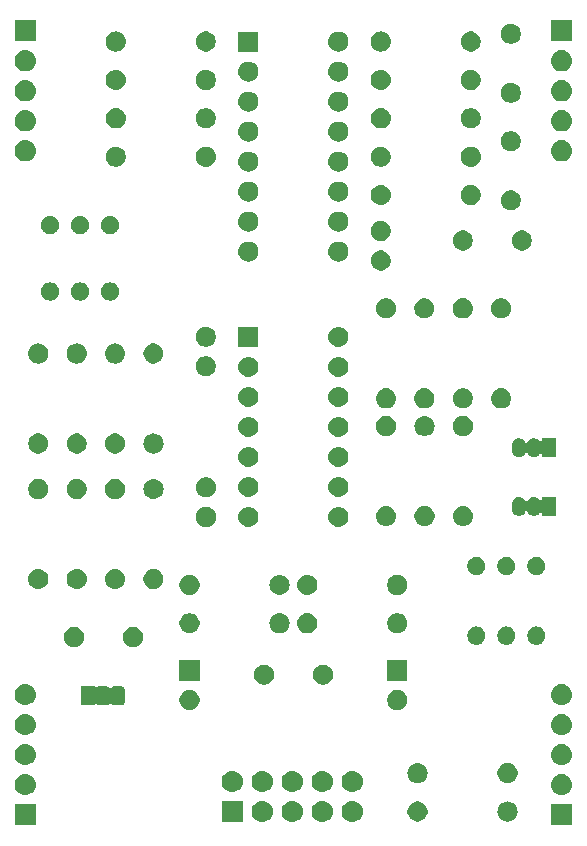
<source format=gbr>
G04 #@! TF.GenerationSoftware,KiCad,Pcbnew,(5.1.4-0-10_14)*
G04 #@! TF.CreationDate,2020-11-15T22:06:40-06:00*
G04 #@! TF.ProjectId,CEM3340_Daughter_Board,43454d33-3334-4305-9f44-617567687465,rev?*
G04 #@! TF.SameCoordinates,Original*
G04 #@! TF.FileFunction,Soldermask,Bot*
G04 #@! TF.FilePolarity,Negative*
%FSLAX46Y46*%
G04 Gerber Fmt 4.6, Leading zero omitted, Abs format (unit mm)*
G04 Created by KiCad (PCBNEW (5.1.4-0-10_14)) date 2020-11-15 22:06:40*
%MOMM*%
%LPD*%
G04 APERTURE LIST*
%ADD10C,0.100000*%
G04 APERTURE END LIST*
D10*
G36*
X184991000Y-109901000D02*
G01*
X183189000Y-109901000D01*
X183189000Y-108099000D01*
X184991000Y-108099000D01*
X184991000Y-109901000D01*
X184991000Y-109901000D01*
G37*
G36*
X139591000Y-109901000D02*
G01*
X137789000Y-109901000D01*
X137789000Y-108099000D01*
X139591000Y-108099000D01*
X139591000Y-109901000D01*
X139591000Y-109901000D01*
G37*
G36*
X161410442Y-107835518D02*
G01*
X161476627Y-107842037D01*
X161646466Y-107893557D01*
X161802991Y-107977222D01*
X161838729Y-108006552D01*
X161940186Y-108089814D01*
X162023448Y-108191271D01*
X162052778Y-108227009D01*
X162136443Y-108383534D01*
X162187963Y-108553373D01*
X162205359Y-108730000D01*
X162187963Y-108906627D01*
X162136443Y-109076466D01*
X162052778Y-109232991D01*
X162023448Y-109268729D01*
X161940186Y-109370186D01*
X161841706Y-109451005D01*
X161802991Y-109482778D01*
X161646466Y-109566443D01*
X161476627Y-109617963D01*
X161410442Y-109624482D01*
X161344260Y-109631000D01*
X161255740Y-109631000D01*
X161189558Y-109624482D01*
X161123373Y-109617963D01*
X160953534Y-109566443D01*
X160797009Y-109482778D01*
X160758294Y-109451005D01*
X160659814Y-109370186D01*
X160576552Y-109268729D01*
X160547222Y-109232991D01*
X160463557Y-109076466D01*
X160412037Y-108906627D01*
X160394641Y-108730000D01*
X160412037Y-108553373D01*
X160463557Y-108383534D01*
X160547222Y-108227009D01*
X160576552Y-108191271D01*
X160659814Y-108089814D01*
X160761271Y-108006552D01*
X160797009Y-107977222D01*
X160953534Y-107893557D01*
X161123373Y-107842037D01*
X161189558Y-107835518D01*
X161255740Y-107829000D01*
X161344260Y-107829000D01*
X161410442Y-107835518D01*
X161410442Y-107835518D01*
G37*
G36*
X158870442Y-107835518D02*
G01*
X158936627Y-107842037D01*
X159106466Y-107893557D01*
X159262991Y-107977222D01*
X159298729Y-108006552D01*
X159400186Y-108089814D01*
X159483448Y-108191271D01*
X159512778Y-108227009D01*
X159596443Y-108383534D01*
X159647963Y-108553373D01*
X159665359Y-108730000D01*
X159647963Y-108906627D01*
X159596443Y-109076466D01*
X159512778Y-109232991D01*
X159483448Y-109268729D01*
X159400186Y-109370186D01*
X159301706Y-109451005D01*
X159262991Y-109482778D01*
X159106466Y-109566443D01*
X158936627Y-109617963D01*
X158870442Y-109624482D01*
X158804260Y-109631000D01*
X158715740Y-109631000D01*
X158649558Y-109624482D01*
X158583373Y-109617963D01*
X158413534Y-109566443D01*
X158257009Y-109482778D01*
X158218294Y-109451005D01*
X158119814Y-109370186D01*
X158036552Y-109268729D01*
X158007222Y-109232991D01*
X157923557Y-109076466D01*
X157872037Y-108906627D01*
X157854641Y-108730000D01*
X157872037Y-108553373D01*
X157923557Y-108383534D01*
X158007222Y-108227009D01*
X158036552Y-108191271D01*
X158119814Y-108089814D01*
X158221271Y-108006552D01*
X158257009Y-107977222D01*
X158413534Y-107893557D01*
X158583373Y-107842037D01*
X158649558Y-107835518D01*
X158715740Y-107829000D01*
X158804260Y-107829000D01*
X158870442Y-107835518D01*
X158870442Y-107835518D01*
G37*
G36*
X157121000Y-109631000D02*
G01*
X155319000Y-109631000D01*
X155319000Y-107829000D01*
X157121000Y-107829000D01*
X157121000Y-109631000D01*
X157121000Y-109631000D01*
G37*
G36*
X166490442Y-107835518D02*
G01*
X166556627Y-107842037D01*
X166726466Y-107893557D01*
X166882991Y-107977222D01*
X166918729Y-108006552D01*
X167020186Y-108089814D01*
X167103448Y-108191271D01*
X167132778Y-108227009D01*
X167216443Y-108383534D01*
X167267963Y-108553373D01*
X167285359Y-108730000D01*
X167267963Y-108906627D01*
X167216443Y-109076466D01*
X167132778Y-109232991D01*
X167103448Y-109268729D01*
X167020186Y-109370186D01*
X166921706Y-109451005D01*
X166882991Y-109482778D01*
X166726466Y-109566443D01*
X166556627Y-109617963D01*
X166490442Y-109624482D01*
X166424260Y-109631000D01*
X166335740Y-109631000D01*
X166269558Y-109624482D01*
X166203373Y-109617963D01*
X166033534Y-109566443D01*
X165877009Y-109482778D01*
X165838294Y-109451005D01*
X165739814Y-109370186D01*
X165656552Y-109268729D01*
X165627222Y-109232991D01*
X165543557Y-109076466D01*
X165492037Y-108906627D01*
X165474641Y-108730000D01*
X165492037Y-108553373D01*
X165543557Y-108383534D01*
X165627222Y-108227009D01*
X165656552Y-108191271D01*
X165739814Y-108089814D01*
X165841271Y-108006552D01*
X165877009Y-107977222D01*
X166033534Y-107893557D01*
X166203373Y-107842037D01*
X166269558Y-107835518D01*
X166335740Y-107829000D01*
X166424260Y-107829000D01*
X166490442Y-107835518D01*
X166490442Y-107835518D01*
G37*
G36*
X163950442Y-107835518D02*
G01*
X164016627Y-107842037D01*
X164186466Y-107893557D01*
X164342991Y-107977222D01*
X164378729Y-108006552D01*
X164480186Y-108089814D01*
X164563448Y-108191271D01*
X164592778Y-108227009D01*
X164676443Y-108383534D01*
X164727963Y-108553373D01*
X164745359Y-108730000D01*
X164727963Y-108906627D01*
X164676443Y-109076466D01*
X164592778Y-109232991D01*
X164563448Y-109268729D01*
X164480186Y-109370186D01*
X164381706Y-109451005D01*
X164342991Y-109482778D01*
X164186466Y-109566443D01*
X164016627Y-109617963D01*
X163950442Y-109624482D01*
X163884260Y-109631000D01*
X163795740Y-109631000D01*
X163729558Y-109624482D01*
X163663373Y-109617963D01*
X163493534Y-109566443D01*
X163337009Y-109482778D01*
X163298294Y-109451005D01*
X163199814Y-109370186D01*
X163116552Y-109268729D01*
X163087222Y-109232991D01*
X163003557Y-109076466D01*
X162952037Y-108906627D01*
X162934641Y-108730000D01*
X162952037Y-108553373D01*
X163003557Y-108383534D01*
X163087222Y-108227009D01*
X163116552Y-108191271D01*
X163199814Y-108089814D01*
X163301271Y-108006552D01*
X163337009Y-107977222D01*
X163493534Y-107893557D01*
X163663373Y-107842037D01*
X163729558Y-107835518D01*
X163795740Y-107829000D01*
X163884260Y-107829000D01*
X163950442Y-107835518D01*
X163950442Y-107835518D01*
G37*
G36*
X172148228Y-107921703D02*
G01*
X172303100Y-107985853D01*
X172442481Y-108078985D01*
X172561015Y-108197519D01*
X172654147Y-108336900D01*
X172718297Y-108491772D01*
X172751000Y-108656184D01*
X172751000Y-108823816D01*
X172718297Y-108988228D01*
X172654147Y-109143100D01*
X172561015Y-109282481D01*
X172442481Y-109401015D01*
X172303100Y-109494147D01*
X172148228Y-109558297D01*
X171983816Y-109591000D01*
X171816184Y-109591000D01*
X171651772Y-109558297D01*
X171496900Y-109494147D01*
X171357519Y-109401015D01*
X171238985Y-109282481D01*
X171145853Y-109143100D01*
X171081703Y-108988228D01*
X171049000Y-108823816D01*
X171049000Y-108656184D01*
X171081703Y-108491772D01*
X171145853Y-108336900D01*
X171238985Y-108197519D01*
X171357519Y-108078985D01*
X171496900Y-107985853D01*
X171651772Y-107921703D01*
X171816184Y-107889000D01*
X171983816Y-107889000D01*
X172148228Y-107921703D01*
X172148228Y-107921703D01*
G37*
G36*
X179686823Y-107901313D02*
G01*
X179847242Y-107949976D01*
X179914361Y-107985852D01*
X179995078Y-108028996D01*
X180124659Y-108135341D01*
X180231004Y-108264922D01*
X180231005Y-108264924D01*
X180310024Y-108412758D01*
X180358687Y-108573177D01*
X180375117Y-108740000D01*
X180358687Y-108906823D01*
X180310024Y-109067242D01*
X180269477Y-109143100D01*
X180231004Y-109215078D01*
X180124659Y-109344659D01*
X179995078Y-109451004D01*
X179995076Y-109451005D01*
X179847242Y-109530024D01*
X179686823Y-109578687D01*
X179561804Y-109591000D01*
X179478196Y-109591000D01*
X179353177Y-109578687D01*
X179192758Y-109530024D01*
X179044924Y-109451005D01*
X179044922Y-109451004D01*
X178915341Y-109344659D01*
X178808996Y-109215078D01*
X178770523Y-109143100D01*
X178729976Y-109067242D01*
X178681313Y-108906823D01*
X178664883Y-108740000D01*
X178681313Y-108573177D01*
X178729976Y-108412758D01*
X178808995Y-108264924D01*
X178808996Y-108264922D01*
X178915341Y-108135341D01*
X179044922Y-108028996D01*
X179125639Y-107985852D01*
X179192758Y-107949976D01*
X179353177Y-107901313D01*
X179478196Y-107889000D01*
X179561804Y-107889000D01*
X179686823Y-107901313D01*
X179686823Y-107901313D01*
G37*
G36*
X138800442Y-105565518D02*
G01*
X138866627Y-105572037D01*
X139036466Y-105623557D01*
X139192991Y-105707222D01*
X139228729Y-105736552D01*
X139330186Y-105819814D01*
X139390329Y-105893100D01*
X139442778Y-105957009D01*
X139526443Y-106113534D01*
X139577963Y-106283373D01*
X139595359Y-106460000D01*
X139577963Y-106636627D01*
X139526443Y-106806466D01*
X139442778Y-106962991D01*
X139413448Y-106998729D01*
X139330186Y-107100186D01*
X139228729Y-107183448D01*
X139192991Y-107212778D01*
X139036466Y-107296443D01*
X138866627Y-107347963D01*
X138800442Y-107354482D01*
X138734260Y-107361000D01*
X138645740Y-107361000D01*
X138579558Y-107354482D01*
X138513373Y-107347963D01*
X138343534Y-107296443D01*
X138187009Y-107212778D01*
X138151271Y-107183448D01*
X138049814Y-107100186D01*
X137966552Y-106998729D01*
X137937222Y-106962991D01*
X137853557Y-106806466D01*
X137802037Y-106636627D01*
X137784641Y-106460000D01*
X137802037Y-106283373D01*
X137853557Y-106113534D01*
X137937222Y-105957009D01*
X137989671Y-105893100D01*
X138049814Y-105819814D01*
X138151271Y-105736552D01*
X138187009Y-105707222D01*
X138343534Y-105623557D01*
X138513373Y-105572037D01*
X138579558Y-105565518D01*
X138645740Y-105559000D01*
X138734260Y-105559000D01*
X138800442Y-105565518D01*
X138800442Y-105565518D01*
G37*
G36*
X184200442Y-105565518D02*
G01*
X184266627Y-105572037D01*
X184436466Y-105623557D01*
X184592991Y-105707222D01*
X184628729Y-105736552D01*
X184730186Y-105819814D01*
X184790329Y-105893100D01*
X184842778Y-105957009D01*
X184926443Y-106113534D01*
X184977963Y-106283373D01*
X184995359Y-106460000D01*
X184977963Y-106636627D01*
X184926443Y-106806466D01*
X184842778Y-106962991D01*
X184813448Y-106998729D01*
X184730186Y-107100186D01*
X184628729Y-107183448D01*
X184592991Y-107212778D01*
X184436466Y-107296443D01*
X184266627Y-107347963D01*
X184200442Y-107354482D01*
X184134260Y-107361000D01*
X184045740Y-107361000D01*
X183979558Y-107354482D01*
X183913373Y-107347963D01*
X183743534Y-107296443D01*
X183587009Y-107212778D01*
X183551271Y-107183448D01*
X183449814Y-107100186D01*
X183366552Y-106998729D01*
X183337222Y-106962991D01*
X183253557Y-106806466D01*
X183202037Y-106636627D01*
X183184641Y-106460000D01*
X183202037Y-106283373D01*
X183253557Y-106113534D01*
X183337222Y-105957009D01*
X183389671Y-105893100D01*
X183449814Y-105819814D01*
X183551271Y-105736552D01*
X183587009Y-105707222D01*
X183743534Y-105623557D01*
X183913373Y-105572037D01*
X183979558Y-105565518D01*
X184045740Y-105559000D01*
X184134260Y-105559000D01*
X184200442Y-105565518D01*
X184200442Y-105565518D01*
G37*
G36*
X158870443Y-105295519D02*
G01*
X158936627Y-105302037D01*
X159106466Y-105353557D01*
X159262991Y-105437222D01*
X159298729Y-105466552D01*
X159400186Y-105549814D01*
X159460704Y-105623557D01*
X159512778Y-105687009D01*
X159596443Y-105843534D01*
X159647963Y-106013373D01*
X159665359Y-106190000D01*
X159647963Y-106366627D01*
X159596443Y-106536466D01*
X159512778Y-106692991D01*
X159483448Y-106728729D01*
X159400186Y-106830186D01*
X159298729Y-106913448D01*
X159262991Y-106942778D01*
X159106466Y-107026443D01*
X158936627Y-107077963D01*
X158870442Y-107084482D01*
X158804260Y-107091000D01*
X158715740Y-107091000D01*
X158649558Y-107084482D01*
X158583373Y-107077963D01*
X158413534Y-107026443D01*
X158257009Y-106942778D01*
X158221271Y-106913448D01*
X158119814Y-106830186D01*
X158036552Y-106728729D01*
X158007222Y-106692991D01*
X157923557Y-106536466D01*
X157872037Y-106366627D01*
X157854641Y-106190000D01*
X157872037Y-106013373D01*
X157923557Y-105843534D01*
X158007222Y-105687009D01*
X158059296Y-105623557D01*
X158119814Y-105549814D01*
X158221271Y-105466552D01*
X158257009Y-105437222D01*
X158413534Y-105353557D01*
X158583373Y-105302037D01*
X158649557Y-105295519D01*
X158715740Y-105289000D01*
X158804260Y-105289000D01*
X158870443Y-105295519D01*
X158870443Y-105295519D01*
G37*
G36*
X156330443Y-105295519D02*
G01*
X156396627Y-105302037D01*
X156566466Y-105353557D01*
X156722991Y-105437222D01*
X156758729Y-105466552D01*
X156860186Y-105549814D01*
X156920704Y-105623557D01*
X156972778Y-105687009D01*
X157056443Y-105843534D01*
X157107963Y-106013373D01*
X157125359Y-106190000D01*
X157107963Y-106366627D01*
X157056443Y-106536466D01*
X156972778Y-106692991D01*
X156943448Y-106728729D01*
X156860186Y-106830186D01*
X156758729Y-106913448D01*
X156722991Y-106942778D01*
X156566466Y-107026443D01*
X156396627Y-107077963D01*
X156330442Y-107084482D01*
X156264260Y-107091000D01*
X156175740Y-107091000D01*
X156109558Y-107084482D01*
X156043373Y-107077963D01*
X155873534Y-107026443D01*
X155717009Y-106942778D01*
X155681271Y-106913448D01*
X155579814Y-106830186D01*
X155496552Y-106728729D01*
X155467222Y-106692991D01*
X155383557Y-106536466D01*
X155332037Y-106366627D01*
X155314641Y-106190000D01*
X155332037Y-106013373D01*
X155383557Y-105843534D01*
X155467222Y-105687009D01*
X155519296Y-105623557D01*
X155579814Y-105549814D01*
X155681271Y-105466552D01*
X155717009Y-105437222D01*
X155873534Y-105353557D01*
X156043373Y-105302037D01*
X156109557Y-105295519D01*
X156175740Y-105289000D01*
X156264260Y-105289000D01*
X156330443Y-105295519D01*
X156330443Y-105295519D01*
G37*
G36*
X163950443Y-105295519D02*
G01*
X164016627Y-105302037D01*
X164186466Y-105353557D01*
X164342991Y-105437222D01*
X164378729Y-105466552D01*
X164480186Y-105549814D01*
X164540704Y-105623557D01*
X164592778Y-105687009D01*
X164676443Y-105843534D01*
X164727963Y-106013373D01*
X164745359Y-106190000D01*
X164727963Y-106366627D01*
X164676443Y-106536466D01*
X164592778Y-106692991D01*
X164563448Y-106728729D01*
X164480186Y-106830186D01*
X164378729Y-106913448D01*
X164342991Y-106942778D01*
X164186466Y-107026443D01*
X164016627Y-107077963D01*
X163950442Y-107084482D01*
X163884260Y-107091000D01*
X163795740Y-107091000D01*
X163729558Y-107084482D01*
X163663373Y-107077963D01*
X163493534Y-107026443D01*
X163337009Y-106942778D01*
X163301271Y-106913448D01*
X163199814Y-106830186D01*
X163116552Y-106728729D01*
X163087222Y-106692991D01*
X163003557Y-106536466D01*
X162952037Y-106366627D01*
X162934641Y-106190000D01*
X162952037Y-106013373D01*
X163003557Y-105843534D01*
X163087222Y-105687009D01*
X163139296Y-105623557D01*
X163199814Y-105549814D01*
X163301271Y-105466552D01*
X163337009Y-105437222D01*
X163493534Y-105353557D01*
X163663373Y-105302037D01*
X163729557Y-105295519D01*
X163795740Y-105289000D01*
X163884260Y-105289000D01*
X163950443Y-105295519D01*
X163950443Y-105295519D01*
G37*
G36*
X166490443Y-105295519D02*
G01*
X166556627Y-105302037D01*
X166726466Y-105353557D01*
X166882991Y-105437222D01*
X166918729Y-105466552D01*
X167020186Y-105549814D01*
X167080704Y-105623557D01*
X167132778Y-105687009D01*
X167216443Y-105843534D01*
X167267963Y-106013373D01*
X167285359Y-106190000D01*
X167267963Y-106366627D01*
X167216443Y-106536466D01*
X167132778Y-106692991D01*
X167103448Y-106728729D01*
X167020186Y-106830186D01*
X166918729Y-106913448D01*
X166882991Y-106942778D01*
X166726466Y-107026443D01*
X166556627Y-107077963D01*
X166490442Y-107084482D01*
X166424260Y-107091000D01*
X166335740Y-107091000D01*
X166269558Y-107084482D01*
X166203373Y-107077963D01*
X166033534Y-107026443D01*
X165877009Y-106942778D01*
X165841271Y-106913448D01*
X165739814Y-106830186D01*
X165656552Y-106728729D01*
X165627222Y-106692991D01*
X165543557Y-106536466D01*
X165492037Y-106366627D01*
X165474641Y-106190000D01*
X165492037Y-106013373D01*
X165543557Y-105843534D01*
X165627222Y-105687009D01*
X165679296Y-105623557D01*
X165739814Y-105549814D01*
X165841271Y-105466552D01*
X165877009Y-105437222D01*
X166033534Y-105353557D01*
X166203373Y-105302037D01*
X166269557Y-105295519D01*
X166335740Y-105289000D01*
X166424260Y-105289000D01*
X166490443Y-105295519D01*
X166490443Y-105295519D01*
G37*
G36*
X161410443Y-105295519D02*
G01*
X161476627Y-105302037D01*
X161646466Y-105353557D01*
X161802991Y-105437222D01*
X161838729Y-105466552D01*
X161940186Y-105549814D01*
X162000704Y-105623557D01*
X162052778Y-105687009D01*
X162136443Y-105843534D01*
X162187963Y-106013373D01*
X162205359Y-106190000D01*
X162187963Y-106366627D01*
X162136443Y-106536466D01*
X162052778Y-106692991D01*
X162023448Y-106728729D01*
X161940186Y-106830186D01*
X161838729Y-106913448D01*
X161802991Y-106942778D01*
X161646466Y-107026443D01*
X161476627Y-107077963D01*
X161410442Y-107084482D01*
X161344260Y-107091000D01*
X161255740Y-107091000D01*
X161189558Y-107084482D01*
X161123373Y-107077963D01*
X160953534Y-107026443D01*
X160797009Y-106942778D01*
X160761271Y-106913448D01*
X160659814Y-106830186D01*
X160576552Y-106728729D01*
X160547222Y-106692991D01*
X160463557Y-106536466D01*
X160412037Y-106366627D01*
X160394641Y-106190000D01*
X160412037Y-106013373D01*
X160463557Y-105843534D01*
X160547222Y-105687009D01*
X160599296Y-105623557D01*
X160659814Y-105549814D01*
X160761271Y-105466552D01*
X160797009Y-105437222D01*
X160953534Y-105353557D01*
X161123373Y-105302037D01*
X161189557Y-105295519D01*
X161255740Y-105289000D01*
X161344260Y-105289000D01*
X161410443Y-105295519D01*
X161410443Y-105295519D01*
G37*
G36*
X172066823Y-104651313D02*
G01*
X172227242Y-104699976D01*
X172294361Y-104735852D01*
X172375078Y-104778996D01*
X172504659Y-104885341D01*
X172611004Y-105014922D01*
X172611005Y-105014924D01*
X172690024Y-105162758D01*
X172738687Y-105323177D01*
X172755117Y-105490000D01*
X172738687Y-105656823D01*
X172690024Y-105817242D01*
X172649477Y-105893100D01*
X172611004Y-105965078D01*
X172504659Y-106094659D01*
X172375078Y-106201004D01*
X172375076Y-106201005D01*
X172227242Y-106280024D01*
X172227239Y-106280025D01*
X172197380Y-106289083D01*
X172066823Y-106328687D01*
X171941804Y-106341000D01*
X171858196Y-106341000D01*
X171733177Y-106328687D01*
X171602620Y-106289083D01*
X171572761Y-106280025D01*
X171572758Y-106280024D01*
X171424924Y-106201005D01*
X171424922Y-106201004D01*
X171295341Y-106094659D01*
X171188996Y-105965078D01*
X171150523Y-105893100D01*
X171109976Y-105817242D01*
X171061313Y-105656823D01*
X171044883Y-105490000D01*
X171061313Y-105323177D01*
X171109976Y-105162758D01*
X171188995Y-105014924D01*
X171188996Y-105014922D01*
X171295341Y-104885341D01*
X171424922Y-104778996D01*
X171505639Y-104735852D01*
X171572758Y-104699976D01*
X171733177Y-104651313D01*
X171858196Y-104639000D01*
X171941804Y-104639000D01*
X172066823Y-104651313D01*
X172066823Y-104651313D01*
G37*
G36*
X179768228Y-104671703D02*
G01*
X179923100Y-104735853D01*
X180062481Y-104828985D01*
X180181015Y-104947519D01*
X180274147Y-105086900D01*
X180338297Y-105241772D01*
X180371000Y-105406184D01*
X180371000Y-105573816D01*
X180338297Y-105738228D01*
X180274147Y-105893100D01*
X180181015Y-106032481D01*
X180062481Y-106151015D01*
X179923100Y-106244147D01*
X179768228Y-106308297D01*
X179603816Y-106341000D01*
X179436184Y-106341000D01*
X179271772Y-106308297D01*
X179116900Y-106244147D01*
X178977519Y-106151015D01*
X178858985Y-106032481D01*
X178765853Y-105893100D01*
X178701703Y-105738228D01*
X178669000Y-105573816D01*
X178669000Y-105406184D01*
X178701703Y-105241772D01*
X178765853Y-105086900D01*
X178858985Y-104947519D01*
X178977519Y-104828985D01*
X179116900Y-104735853D01*
X179271772Y-104671703D01*
X179436184Y-104639000D01*
X179603816Y-104639000D01*
X179768228Y-104671703D01*
X179768228Y-104671703D01*
G37*
G36*
X184200443Y-103025519D02*
G01*
X184266627Y-103032037D01*
X184436466Y-103083557D01*
X184592991Y-103167222D01*
X184628729Y-103196552D01*
X184730186Y-103279814D01*
X184813448Y-103381271D01*
X184842778Y-103417009D01*
X184926443Y-103573534D01*
X184977963Y-103743373D01*
X184995359Y-103920000D01*
X184977963Y-104096627D01*
X184926443Y-104266466D01*
X184842778Y-104422991D01*
X184813448Y-104458729D01*
X184730186Y-104560186D01*
X184634149Y-104639000D01*
X184592991Y-104672778D01*
X184436466Y-104756443D01*
X184266627Y-104807963D01*
X184200442Y-104814482D01*
X184134260Y-104821000D01*
X184045740Y-104821000D01*
X183979558Y-104814482D01*
X183913373Y-104807963D01*
X183743534Y-104756443D01*
X183587009Y-104672778D01*
X183545851Y-104639000D01*
X183449814Y-104560186D01*
X183366552Y-104458729D01*
X183337222Y-104422991D01*
X183253557Y-104266466D01*
X183202037Y-104096627D01*
X183184641Y-103920000D01*
X183202037Y-103743373D01*
X183253557Y-103573534D01*
X183337222Y-103417009D01*
X183366552Y-103381271D01*
X183449814Y-103279814D01*
X183551271Y-103196552D01*
X183587009Y-103167222D01*
X183743534Y-103083557D01*
X183913373Y-103032037D01*
X183979557Y-103025519D01*
X184045740Y-103019000D01*
X184134260Y-103019000D01*
X184200443Y-103025519D01*
X184200443Y-103025519D01*
G37*
G36*
X138800443Y-103025519D02*
G01*
X138866627Y-103032037D01*
X139036466Y-103083557D01*
X139192991Y-103167222D01*
X139228729Y-103196552D01*
X139330186Y-103279814D01*
X139413448Y-103381271D01*
X139442778Y-103417009D01*
X139526443Y-103573534D01*
X139577963Y-103743373D01*
X139595359Y-103920000D01*
X139577963Y-104096627D01*
X139526443Y-104266466D01*
X139442778Y-104422991D01*
X139413448Y-104458729D01*
X139330186Y-104560186D01*
X139234149Y-104639000D01*
X139192991Y-104672778D01*
X139036466Y-104756443D01*
X138866627Y-104807963D01*
X138800442Y-104814482D01*
X138734260Y-104821000D01*
X138645740Y-104821000D01*
X138579558Y-104814482D01*
X138513373Y-104807963D01*
X138343534Y-104756443D01*
X138187009Y-104672778D01*
X138145851Y-104639000D01*
X138049814Y-104560186D01*
X137966552Y-104458729D01*
X137937222Y-104422991D01*
X137853557Y-104266466D01*
X137802037Y-104096627D01*
X137784641Y-103920000D01*
X137802037Y-103743373D01*
X137853557Y-103573534D01*
X137937222Y-103417009D01*
X137966552Y-103381271D01*
X138049814Y-103279814D01*
X138151271Y-103196552D01*
X138187009Y-103167222D01*
X138343534Y-103083557D01*
X138513373Y-103032037D01*
X138579557Y-103025519D01*
X138645740Y-103019000D01*
X138734260Y-103019000D01*
X138800443Y-103025519D01*
X138800443Y-103025519D01*
G37*
G36*
X138800442Y-100485518D02*
G01*
X138866627Y-100492037D01*
X139036466Y-100543557D01*
X139192991Y-100627222D01*
X139228729Y-100656552D01*
X139330186Y-100739814D01*
X139413448Y-100841271D01*
X139442778Y-100877009D01*
X139526443Y-101033534D01*
X139577963Y-101203373D01*
X139595359Y-101380000D01*
X139577963Y-101556627D01*
X139526443Y-101726466D01*
X139442778Y-101882991D01*
X139413448Y-101918729D01*
X139330186Y-102020186D01*
X139228729Y-102103448D01*
X139192991Y-102132778D01*
X139036466Y-102216443D01*
X138866627Y-102267963D01*
X138800443Y-102274481D01*
X138734260Y-102281000D01*
X138645740Y-102281000D01*
X138579557Y-102274481D01*
X138513373Y-102267963D01*
X138343534Y-102216443D01*
X138187009Y-102132778D01*
X138151271Y-102103448D01*
X138049814Y-102020186D01*
X137966552Y-101918729D01*
X137937222Y-101882991D01*
X137853557Y-101726466D01*
X137802037Y-101556627D01*
X137784641Y-101380000D01*
X137802037Y-101203373D01*
X137853557Y-101033534D01*
X137937222Y-100877009D01*
X137966552Y-100841271D01*
X138049814Y-100739814D01*
X138151271Y-100656552D01*
X138187009Y-100627222D01*
X138343534Y-100543557D01*
X138513373Y-100492037D01*
X138579558Y-100485518D01*
X138645740Y-100479000D01*
X138734260Y-100479000D01*
X138800442Y-100485518D01*
X138800442Y-100485518D01*
G37*
G36*
X184200442Y-100485518D02*
G01*
X184266627Y-100492037D01*
X184436466Y-100543557D01*
X184592991Y-100627222D01*
X184628729Y-100656552D01*
X184730186Y-100739814D01*
X184813448Y-100841271D01*
X184842778Y-100877009D01*
X184926443Y-101033534D01*
X184977963Y-101203373D01*
X184995359Y-101380000D01*
X184977963Y-101556627D01*
X184926443Y-101726466D01*
X184842778Y-101882991D01*
X184813448Y-101918729D01*
X184730186Y-102020186D01*
X184628729Y-102103448D01*
X184592991Y-102132778D01*
X184436466Y-102216443D01*
X184266627Y-102267963D01*
X184200443Y-102274481D01*
X184134260Y-102281000D01*
X184045740Y-102281000D01*
X183979557Y-102274481D01*
X183913373Y-102267963D01*
X183743534Y-102216443D01*
X183587009Y-102132778D01*
X183551271Y-102103448D01*
X183449814Y-102020186D01*
X183366552Y-101918729D01*
X183337222Y-101882991D01*
X183253557Y-101726466D01*
X183202037Y-101556627D01*
X183184641Y-101380000D01*
X183202037Y-101203373D01*
X183253557Y-101033534D01*
X183337222Y-100877009D01*
X183366552Y-100841271D01*
X183449814Y-100739814D01*
X183551271Y-100656552D01*
X183587009Y-100627222D01*
X183743534Y-100543557D01*
X183913373Y-100492037D01*
X183979558Y-100485518D01*
X184045740Y-100479000D01*
X184134260Y-100479000D01*
X184200442Y-100485518D01*
X184200442Y-100485518D01*
G37*
G36*
X152843228Y-98481703D02*
G01*
X152998100Y-98545853D01*
X153137481Y-98638985D01*
X153256015Y-98757519D01*
X153349147Y-98896900D01*
X153413297Y-99051772D01*
X153446000Y-99216184D01*
X153446000Y-99383816D01*
X153413297Y-99548228D01*
X153349147Y-99703100D01*
X153256015Y-99842481D01*
X153137481Y-99961015D01*
X152998100Y-100054147D01*
X152843228Y-100118297D01*
X152678816Y-100151000D01*
X152511184Y-100151000D01*
X152346772Y-100118297D01*
X152191900Y-100054147D01*
X152052519Y-99961015D01*
X151933985Y-99842481D01*
X151840853Y-99703100D01*
X151776703Y-99548228D01*
X151744000Y-99383816D01*
X151744000Y-99216184D01*
X151776703Y-99051772D01*
X151840853Y-98896900D01*
X151933985Y-98757519D01*
X152052519Y-98638985D01*
X152191900Y-98545853D01*
X152346772Y-98481703D01*
X152511184Y-98449000D01*
X152678816Y-98449000D01*
X152843228Y-98481703D01*
X152843228Y-98481703D01*
G37*
G36*
X170433228Y-98481703D02*
G01*
X170588100Y-98545853D01*
X170727481Y-98638985D01*
X170846015Y-98757519D01*
X170939147Y-98896900D01*
X171003297Y-99051772D01*
X171036000Y-99216184D01*
X171036000Y-99383816D01*
X171003297Y-99548228D01*
X170939147Y-99703100D01*
X170846015Y-99842481D01*
X170727481Y-99961015D01*
X170588100Y-100054147D01*
X170433228Y-100118297D01*
X170268816Y-100151000D01*
X170101184Y-100151000D01*
X169936772Y-100118297D01*
X169781900Y-100054147D01*
X169642519Y-99961015D01*
X169523985Y-99842481D01*
X169430853Y-99703100D01*
X169366703Y-99548228D01*
X169334000Y-99383816D01*
X169334000Y-99216184D01*
X169366703Y-99051772D01*
X169430853Y-98896900D01*
X169523985Y-98757519D01*
X169642519Y-98638985D01*
X169781900Y-98545853D01*
X169936772Y-98481703D01*
X170101184Y-98449000D01*
X170268816Y-98449000D01*
X170433228Y-98481703D01*
X170433228Y-98481703D01*
G37*
G36*
X184200442Y-97945518D02*
G01*
X184266627Y-97952037D01*
X184436466Y-98003557D01*
X184592991Y-98087222D01*
X184628729Y-98116552D01*
X184730186Y-98199814D01*
X184796768Y-98280946D01*
X184842778Y-98337009D01*
X184926443Y-98493534D01*
X184977963Y-98663373D01*
X184995359Y-98840000D01*
X184977963Y-99016627D01*
X184926443Y-99186466D01*
X184842778Y-99342991D01*
X184813448Y-99378729D01*
X184730186Y-99480186D01*
X184647275Y-99548228D01*
X184592991Y-99592778D01*
X184436466Y-99676443D01*
X184266627Y-99727963D01*
X184200442Y-99734482D01*
X184134260Y-99741000D01*
X184045740Y-99741000D01*
X183979558Y-99734482D01*
X183913373Y-99727963D01*
X183743534Y-99676443D01*
X183587009Y-99592778D01*
X183532725Y-99548228D01*
X183449814Y-99480186D01*
X183366552Y-99378729D01*
X183337222Y-99342991D01*
X183253557Y-99186466D01*
X183202037Y-99016627D01*
X183184641Y-98840000D01*
X183202037Y-98663373D01*
X183253557Y-98493534D01*
X183337222Y-98337009D01*
X183383232Y-98280946D01*
X183449814Y-98199814D01*
X183551271Y-98116552D01*
X183587009Y-98087222D01*
X183743534Y-98003557D01*
X183913373Y-97952037D01*
X183979558Y-97945518D01*
X184045740Y-97939000D01*
X184134260Y-97939000D01*
X184200442Y-97945518D01*
X184200442Y-97945518D01*
G37*
G36*
X138800442Y-97945518D02*
G01*
X138866627Y-97952037D01*
X139036466Y-98003557D01*
X139192991Y-98087222D01*
X139228729Y-98116552D01*
X139330186Y-98199814D01*
X139396768Y-98280946D01*
X139442778Y-98337009D01*
X139526443Y-98493534D01*
X139577963Y-98663373D01*
X139595359Y-98840000D01*
X139577963Y-99016627D01*
X139526443Y-99186466D01*
X139442778Y-99342991D01*
X139413448Y-99378729D01*
X139330186Y-99480186D01*
X139247275Y-99548228D01*
X139192991Y-99592778D01*
X139036466Y-99676443D01*
X138866627Y-99727963D01*
X138800442Y-99734482D01*
X138734260Y-99741000D01*
X138645740Y-99741000D01*
X138579558Y-99734482D01*
X138513373Y-99727963D01*
X138343534Y-99676443D01*
X138187009Y-99592778D01*
X138132725Y-99548228D01*
X138049814Y-99480186D01*
X137966552Y-99378729D01*
X137937222Y-99342991D01*
X137853557Y-99186466D01*
X137802037Y-99016627D01*
X137784641Y-98840000D01*
X137802037Y-98663373D01*
X137853557Y-98493534D01*
X137937222Y-98337009D01*
X137983232Y-98280946D01*
X138049814Y-98199814D01*
X138151271Y-98116552D01*
X138187009Y-98087222D01*
X138343534Y-98003557D01*
X138513373Y-97952037D01*
X138579558Y-97945518D01*
X138645740Y-97939000D01*
X138734260Y-97939000D01*
X138800442Y-97945518D01*
X138800442Y-97945518D01*
G37*
G36*
X144565515Y-98140417D02*
G01*
X144577066Y-98162028D01*
X144592611Y-98180970D01*
X144611553Y-98196515D01*
X144633164Y-98208066D01*
X144656613Y-98215179D01*
X144680999Y-98217581D01*
X144705385Y-98215179D01*
X144728834Y-98208066D01*
X144750445Y-98196515D01*
X144760298Y-98189207D01*
X144774556Y-98177506D01*
X144813434Y-98156725D01*
X144855627Y-98143926D01*
X144905641Y-98139000D01*
X145594359Y-98139000D01*
X145644373Y-98143926D01*
X145686566Y-98156725D01*
X145725444Y-98177506D01*
X145759525Y-98205475D01*
X145788375Y-98240629D01*
X145805702Y-98257956D01*
X145826076Y-98271569D01*
X145848715Y-98280947D01*
X145872748Y-98285727D01*
X145897253Y-98285727D01*
X145921286Y-98280946D01*
X145943925Y-98271569D01*
X145964299Y-98257955D01*
X145981625Y-98240629D01*
X146010475Y-98205475D01*
X146044556Y-98177506D01*
X146083434Y-98156725D01*
X146125627Y-98143926D01*
X146175641Y-98139000D01*
X146864359Y-98139000D01*
X146914373Y-98143926D01*
X146956566Y-98156725D01*
X146995444Y-98177506D01*
X147029525Y-98205475D01*
X147057494Y-98239556D01*
X147078275Y-98278434D01*
X147091074Y-98320627D01*
X147096000Y-98370641D01*
X147096000Y-99509359D01*
X147091074Y-99559373D01*
X147078275Y-99601566D01*
X147057494Y-99640444D01*
X147029525Y-99674525D01*
X146995444Y-99702494D01*
X146956566Y-99723275D01*
X146914373Y-99736074D01*
X146864359Y-99741000D01*
X146175641Y-99741000D01*
X146125627Y-99736074D01*
X146083434Y-99723275D01*
X146044556Y-99702494D01*
X146010475Y-99674525D01*
X145981625Y-99639371D01*
X145964298Y-99622044D01*
X145943924Y-99608431D01*
X145921285Y-99599053D01*
X145897252Y-99594273D01*
X145872747Y-99594273D01*
X145848714Y-99599054D01*
X145826075Y-99608431D01*
X145805701Y-99622045D01*
X145788375Y-99639371D01*
X145759525Y-99674525D01*
X145725444Y-99702494D01*
X145686566Y-99723275D01*
X145644373Y-99736074D01*
X145594359Y-99741000D01*
X144905641Y-99741000D01*
X144855627Y-99736074D01*
X144813434Y-99723275D01*
X144774556Y-99702494D01*
X144760298Y-99690793D01*
X144739924Y-99677179D01*
X144717285Y-99667802D01*
X144693252Y-99663021D01*
X144668748Y-99663021D01*
X144644714Y-99667801D01*
X144622075Y-99677178D01*
X144601701Y-99690792D01*
X144584374Y-99708119D01*
X144570760Y-99728493D01*
X144565580Y-99741000D01*
X143404000Y-99741000D01*
X143404000Y-98139000D01*
X144565085Y-98139000D01*
X144565515Y-98140417D01*
X144565515Y-98140417D01*
G37*
G36*
X159148228Y-96331703D02*
G01*
X159303100Y-96395853D01*
X159442481Y-96488985D01*
X159561015Y-96607519D01*
X159654147Y-96746900D01*
X159718297Y-96901772D01*
X159751000Y-97066184D01*
X159751000Y-97233816D01*
X159718297Y-97398228D01*
X159654147Y-97553100D01*
X159561015Y-97692481D01*
X159442481Y-97811015D01*
X159303100Y-97904147D01*
X159148228Y-97968297D01*
X158983816Y-98001000D01*
X158816184Y-98001000D01*
X158651772Y-97968297D01*
X158496900Y-97904147D01*
X158357519Y-97811015D01*
X158238985Y-97692481D01*
X158145853Y-97553100D01*
X158081703Y-97398228D01*
X158049000Y-97233816D01*
X158049000Y-97066184D01*
X158081703Y-96901772D01*
X158145853Y-96746900D01*
X158238985Y-96607519D01*
X158357519Y-96488985D01*
X158496900Y-96395853D01*
X158651772Y-96331703D01*
X158816184Y-96299000D01*
X158983816Y-96299000D01*
X159148228Y-96331703D01*
X159148228Y-96331703D01*
G37*
G36*
X164148228Y-96331703D02*
G01*
X164303100Y-96395853D01*
X164442481Y-96488985D01*
X164561015Y-96607519D01*
X164654147Y-96746900D01*
X164718297Y-96901772D01*
X164751000Y-97066184D01*
X164751000Y-97233816D01*
X164718297Y-97398228D01*
X164654147Y-97553100D01*
X164561015Y-97692481D01*
X164442481Y-97811015D01*
X164303100Y-97904147D01*
X164148228Y-97968297D01*
X163983816Y-98001000D01*
X163816184Y-98001000D01*
X163651772Y-97968297D01*
X163496900Y-97904147D01*
X163357519Y-97811015D01*
X163238985Y-97692481D01*
X163145853Y-97553100D01*
X163081703Y-97398228D01*
X163049000Y-97233816D01*
X163049000Y-97066184D01*
X163081703Y-96901772D01*
X163145853Y-96746900D01*
X163238985Y-96607519D01*
X163357519Y-96488985D01*
X163496900Y-96395853D01*
X163651772Y-96331703D01*
X163816184Y-96299000D01*
X163983816Y-96299000D01*
X164148228Y-96331703D01*
X164148228Y-96331703D01*
G37*
G36*
X171036000Y-97651000D02*
G01*
X169334000Y-97651000D01*
X169334000Y-95949000D01*
X171036000Y-95949000D01*
X171036000Y-97651000D01*
X171036000Y-97651000D01*
G37*
G36*
X153446000Y-97651000D02*
G01*
X151744000Y-97651000D01*
X151744000Y-95949000D01*
X153446000Y-95949000D01*
X153446000Y-97651000D01*
X153446000Y-97651000D01*
G37*
G36*
X143058228Y-93141703D02*
G01*
X143213100Y-93205853D01*
X143352481Y-93298985D01*
X143471015Y-93417519D01*
X143564147Y-93556900D01*
X143628297Y-93711772D01*
X143661000Y-93876184D01*
X143661000Y-94043816D01*
X143628297Y-94208228D01*
X143564147Y-94363100D01*
X143471015Y-94502481D01*
X143352481Y-94621015D01*
X143213100Y-94714147D01*
X143058228Y-94778297D01*
X142893816Y-94811000D01*
X142726184Y-94811000D01*
X142561772Y-94778297D01*
X142406900Y-94714147D01*
X142267519Y-94621015D01*
X142148985Y-94502481D01*
X142055853Y-94363100D01*
X141991703Y-94208228D01*
X141959000Y-94043816D01*
X141959000Y-93876184D01*
X141991703Y-93711772D01*
X142055853Y-93556900D01*
X142148985Y-93417519D01*
X142267519Y-93298985D01*
X142406900Y-93205853D01*
X142561772Y-93141703D01*
X142726184Y-93109000D01*
X142893816Y-93109000D01*
X143058228Y-93141703D01*
X143058228Y-93141703D01*
G37*
G36*
X148058228Y-93141703D02*
G01*
X148213100Y-93205853D01*
X148352481Y-93298985D01*
X148471015Y-93417519D01*
X148564147Y-93556900D01*
X148628297Y-93711772D01*
X148661000Y-93876184D01*
X148661000Y-94043816D01*
X148628297Y-94208228D01*
X148564147Y-94363100D01*
X148471015Y-94502481D01*
X148352481Y-94621015D01*
X148213100Y-94714147D01*
X148058228Y-94778297D01*
X147893816Y-94811000D01*
X147726184Y-94811000D01*
X147561772Y-94778297D01*
X147406900Y-94714147D01*
X147267519Y-94621015D01*
X147148985Y-94502481D01*
X147055853Y-94363100D01*
X146991703Y-94208228D01*
X146959000Y-94043816D01*
X146959000Y-93876184D01*
X146991703Y-93711772D01*
X147055853Y-93556900D01*
X147148985Y-93417519D01*
X147267519Y-93298985D01*
X147406900Y-93205853D01*
X147561772Y-93141703D01*
X147726184Y-93109000D01*
X147893816Y-93109000D01*
X148058228Y-93141703D01*
X148058228Y-93141703D01*
G37*
G36*
X182085589Y-93078876D02*
G01*
X182184893Y-93098629D01*
X182325206Y-93156748D01*
X182451484Y-93241125D01*
X182558875Y-93348516D01*
X182643252Y-93474794D01*
X182701371Y-93615107D01*
X182731000Y-93764063D01*
X182731000Y-93915937D01*
X182701371Y-94064893D01*
X182643252Y-94205206D01*
X182558875Y-94331484D01*
X182451484Y-94438875D01*
X182325206Y-94523252D01*
X182184893Y-94581371D01*
X182085589Y-94601124D01*
X182035938Y-94611000D01*
X181884062Y-94611000D01*
X181834411Y-94601124D01*
X181735107Y-94581371D01*
X181594794Y-94523252D01*
X181468516Y-94438875D01*
X181361125Y-94331484D01*
X181276748Y-94205206D01*
X181218629Y-94064893D01*
X181189000Y-93915937D01*
X181189000Y-93764063D01*
X181218629Y-93615107D01*
X181276748Y-93474794D01*
X181361125Y-93348516D01*
X181468516Y-93241125D01*
X181594794Y-93156748D01*
X181735107Y-93098629D01*
X181834411Y-93078876D01*
X181884062Y-93069000D01*
X182035938Y-93069000D01*
X182085589Y-93078876D01*
X182085589Y-93078876D01*
G37*
G36*
X179545589Y-93078876D02*
G01*
X179644893Y-93098629D01*
X179785206Y-93156748D01*
X179911484Y-93241125D01*
X180018875Y-93348516D01*
X180103252Y-93474794D01*
X180161371Y-93615107D01*
X180191000Y-93764063D01*
X180191000Y-93915937D01*
X180161371Y-94064893D01*
X180103252Y-94205206D01*
X180018875Y-94331484D01*
X179911484Y-94438875D01*
X179785206Y-94523252D01*
X179644893Y-94581371D01*
X179545589Y-94601124D01*
X179495938Y-94611000D01*
X179344062Y-94611000D01*
X179294411Y-94601124D01*
X179195107Y-94581371D01*
X179054794Y-94523252D01*
X178928516Y-94438875D01*
X178821125Y-94331484D01*
X178736748Y-94205206D01*
X178678629Y-94064893D01*
X178649000Y-93915937D01*
X178649000Y-93764063D01*
X178678629Y-93615107D01*
X178736748Y-93474794D01*
X178821125Y-93348516D01*
X178928516Y-93241125D01*
X179054794Y-93156748D01*
X179195107Y-93098629D01*
X179294411Y-93078876D01*
X179344062Y-93069000D01*
X179495938Y-93069000D01*
X179545589Y-93078876D01*
X179545589Y-93078876D01*
G37*
G36*
X177005589Y-93078876D02*
G01*
X177104893Y-93098629D01*
X177245206Y-93156748D01*
X177371484Y-93241125D01*
X177478875Y-93348516D01*
X177563252Y-93474794D01*
X177621371Y-93615107D01*
X177651000Y-93764063D01*
X177651000Y-93915937D01*
X177621371Y-94064893D01*
X177563252Y-94205206D01*
X177478875Y-94331484D01*
X177371484Y-94438875D01*
X177245206Y-94523252D01*
X177104893Y-94581371D01*
X177005589Y-94601124D01*
X176955938Y-94611000D01*
X176804062Y-94611000D01*
X176754411Y-94601124D01*
X176655107Y-94581371D01*
X176514794Y-94523252D01*
X176388516Y-94438875D01*
X176281125Y-94331484D01*
X176196748Y-94205206D01*
X176138629Y-94064893D01*
X176109000Y-93915937D01*
X176109000Y-93764063D01*
X176138629Y-93615107D01*
X176196748Y-93474794D01*
X176281125Y-93348516D01*
X176388516Y-93241125D01*
X176514794Y-93156748D01*
X176655107Y-93098629D01*
X176754411Y-93078876D01*
X176804062Y-93069000D01*
X176955938Y-93069000D01*
X177005589Y-93078876D01*
X177005589Y-93078876D01*
G37*
G36*
X160381823Y-91961313D02*
G01*
X160542242Y-92009976D01*
X160609361Y-92045852D01*
X160690078Y-92088996D01*
X160819659Y-92195341D01*
X160926004Y-92324922D01*
X160926005Y-92324924D01*
X161005024Y-92472758D01*
X161053687Y-92633177D01*
X161070117Y-92800000D01*
X161053687Y-92966823D01*
X161005024Y-93127242D01*
X160944152Y-93241125D01*
X160926004Y-93275078D01*
X160819659Y-93404659D01*
X160690078Y-93511004D01*
X160690076Y-93511005D01*
X160542242Y-93590024D01*
X160381823Y-93638687D01*
X160256804Y-93651000D01*
X160173196Y-93651000D01*
X160048177Y-93638687D01*
X159887758Y-93590024D01*
X159739924Y-93511005D01*
X159739922Y-93511004D01*
X159610341Y-93404659D01*
X159503996Y-93275078D01*
X159485848Y-93241125D01*
X159424976Y-93127242D01*
X159376313Y-92966823D01*
X159359883Y-92800000D01*
X159376313Y-92633177D01*
X159424976Y-92472758D01*
X159503995Y-92324924D01*
X159503996Y-92324922D01*
X159610341Y-92195341D01*
X159739922Y-92088996D01*
X159820639Y-92045852D01*
X159887758Y-92009976D01*
X160048177Y-91961313D01*
X160173196Y-91949000D01*
X160256804Y-91949000D01*
X160381823Y-91961313D01*
X160381823Y-91961313D01*
G37*
G36*
X152843228Y-91981703D02*
G01*
X152998100Y-92045853D01*
X153137481Y-92138985D01*
X153256015Y-92257519D01*
X153349147Y-92396900D01*
X153413297Y-92551772D01*
X153446000Y-92716184D01*
X153446000Y-92883816D01*
X153413297Y-93048228D01*
X153349147Y-93203100D01*
X153256015Y-93342481D01*
X153137481Y-93461015D01*
X152998100Y-93554147D01*
X152843228Y-93618297D01*
X152678816Y-93651000D01*
X152511184Y-93651000D01*
X152346772Y-93618297D01*
X152191900Y-93554147D01*
X152052519Y-93461015D01*
X151933985Y-93342481D01*
X151840853Y-93203100D01*
X151776703Y-93048228D01*
X151744000Y-92883816D01*
X151744000Y-92716184D01*
X151776703Y-92551772D01*
X151840853Y-92396900D01*
X151933985Y-92257519D01*
X152052519Y-92138985D01*
X152191900Y-92045853D01*
X152346772Y-91981703D01*
X152511184Y-91949000D01*
X152678816Y-91949000D01*
X152843228Y-91981703D01*
X152843228Y-91981703D01*
G37*
G36*
X162731823Y-91961313D02*
G01*
X162892242Y-92009976D01*
X162959361Y-92045852D01*
X163040078Y-92088996D01*
X163169659Y-92195341D01*
X163276004Y-92324922D01*
X163276005Y-92324924D01*
X163355024Y-92472758D01*
X163403687Y-92633177D01*
X163420117Y-92800000D01*
X163403687Y-92966823D01*
X163355024Y-93127242D01*
X163294152Y-93241125D01*
X163276004Y-93275078D01*
X163169659Y-93404659D01*
X163040078Y-93511004D01*
X163040076Y-93511005D01*
X162892242Y-93590024D01*
X162731823Y-93638687D01*
X162606804Y-93651000D01*
X162523196Y-93651000D01*
X162398177Y-93638687D01*
X162237758Y-93590024D01*
X162089924Y-93511005D01*
X162089922Y-93511004D01*
X161960341Y-93404659D01*
X161853996Y-93275078D01*
X161835848Y-93241125D01*
X161774976Y-93127242D01*
X161726313Y-92966823D01*
X161709883Y-92800000D01*
X161726313Y-92633177D01*
X161774976Y-92472758D01*
X161853995Y-92324924D01*
X161853996Y-92324922D01*
X161960341Y-92195341D01*
X162089922Y-92088996D01*
X162170639Y-92045852D01*
X162237758Y-92009976D01*
X162398177Y-91961313D01*
X162523196Y-91949000D01*
X162606804Y-91949000D01*
X162731823Y-91961313D01*
X162731823Y-91961313D01*
G37*
G36*
X170433228Y-91981703D02*
G01*
X170588100Y-92045853D01*
X170727481Y-92138985D01*
X170846015Y-92257519D01*
X170939147Y-92396900D01*
X171003297Y-92551772D01*
X171036000Y-92716184D01*
X171036000Y-92883816D01*
X171003297Y-93048228D01*
X170939147Y-93203100D01*
X170846015Y-93342481D01*
X170727481Y-93461015D01*
X170588100Y-93554147D01*
X170433228Y-93618297D01*
X170268816Y-93651000D01*
X170101184Y-93651000D01*
X169936772Y-93618297D01*
X169781900Y-93554147D01*
X169642519Y-93461015D01*
X169523985Y-93342481D01*
X169430853Y-93203100D01*
X169366703Y-93048228D01*
X169334000Y-92883816D01*
X169334000Y-92716184D01*
X169366703Y-92551772D01*
X169430853Y-92396900D01*
X169523985Y-92257519D01*
X169642519Y-92138985D01*
X169781900Y-92045853D01*
X169936772Y-91981703D01*
X170101184Y-91949000D01*
X170268816Y-91949000D01*
X170433228Y-91981703D01*
X170433228Y-91981703D01*
G37*
G36*
X170433228Y-88731703D02*
G01*
X170588100Y-88795853D01*
X170727481Y-88888985D01*
X170846015Y-89007519D01*
X170939147Y-89146900D01*
X171003297Y-89301772D01*
X171036000Y-89466184D01*
X171036000Y-89633816D01*
X171003297Y-89798228D01*
X170939147Y-89953100D01*
X170846015Y-90092481D01*
X170727481Y-90211015D01*
X170588100Y-90304147D01*
X170433228Y-90368297D01*
X170268816Y-90401000D01*
X170101184Y-90401000D01*
X169936772Y-90368297D01*
X169781900Y-90304147D01*
X169642519Y-90211015D01*
X169523985Y-90092481D01*
X169430853Y-89953100D01*
X169366703Y-89798228D01*
X169334000Y-89633816D01*
X169334000Y-89466184D01*
X169366703Y-89301772D01*
X169430853Y-89146900D01*
X169523985Y-89007519D01*
X169642519Y-88888985D01*
X169781900Y-88795853D01*
X169936772Y-88731703D01*
X170101184Y-88699000D01*
X170268816Y-88699000D01*
X170433228Y-88731703D01*
X170433228Y-88731703D01*
G37*
G36*
X162731823Y-88711313D02*
G01*
X162892242Y-88759976D01*
X163024906Y-88830886D01*
X163040078Y-88838996D01*
X163169659Y-88945341D01*
X163276004Y-89074922D01*
X163276005Y-89074924D01*
X163355024Y-89222758D01*
X163403687Y-89383177D01*
X163420117Y-89550000D01*
X163403687Y-89716823D01*
X163377197Y-89804147D01*
X163357738Y-89868297D01*
X163355024Y-89877242D01*
X163314477Y-89953100D01*
X163276004Y-90025078D01*
X163169659Y-90154659D01*
X163040078Y-90261004D01*
X163040076Y-90261005D01*
X162892242Y-90340024D01*
X162731823Y-90388687D01*
X162606804Y-90401000D01*
X162523196Y-90401000D01*
X162398177Y-90388687D01*
X162237758Y-90340024D01*
X162089924Y-90261005D01*
X162089922Y-90261004D01*
X161960341Y-90154659D01*
X161853996Y-90025078D01*
X161815523Y-89953100D01*
X161774976Y-89877242D01*
X161772263Y-89868297D01*
X161752803Y-89804147D01*
X161726313Y-89716823D01*
X161709883Y-89550000D01*
X161726313Y-89383177D01*
X161774976Y-89222758D01*
X161853995Y-89074924D01*
X161853996Y-89074922D01*
X161960341Y-88945341D01*
X162089922Y-88838996D01*
X162105094Y-88830886D01*
X162237758Y-88759976D01*
X162398177Y-88711313D01*
X162523196Y-88699000D01*
X162606804Y-88699000D01*
X162731823Y-88711313D01*
X162731823Y-88711313D01*
G37*
G36*
X160381823Y-88711313D02*
G01*
X160542242Y-88759976D01*
X160674906Y-88830886D01*
X160690078Y-88838996D01*
X160819659Y-88945341D01*
X160926004Y-89074922D01*
X160926005Y-89074924D01*
X161005024Y-89222758D01*
X161053687Y-89383177D01*
X161070117Y-89550000D01*
X161053687Y-89716823D01*
X161027197Y-89804147D01*
X161007738Y-89868297D01*
X161005024Y-89877242D01*
X160964477Y-89953100D01*
X160926004Y-90025078D01*
X160819659Y-90154659D01*
X160690078Y-90261004D01*
X160690076Y-90261005D01*
X160542242Y-90340024D01*
X160381823Y-90388687D01*
X160256804Y-90401000D01*
X160173196Y-90401000D01*
X160048177Y-90388687D01*
X159887758Y-90340024D01*
X159739924Y-90261005D01*
X159739922Y-90261004D01*
X159610341Y-90154659D01*
X159503996Y-90025078D01*
X159465523Y-89953100D01*
X159424976Y-89877242D01*
X159422263Y-89868297D01*
X159402803Y-89804147D01*
X159376313Y-89716823D01*
X159359883Y-89550000D01*
X159376313Y-89383177D01*
X159424976Y-89222758D01*
X159503995Y-89074924D01*
X159503996Y-89074922D01*
X159610341Y-88945341D01*
X159739922Y-88838996D01*
X159755094Y-88830886D01*
X159887758Y-88759976D01*
X160048177Y-88711313D01*
X160173196Y-88699000D01*
X160256804Y-88699000D01*
X160381823Y-88711313D01*
X160381823Y-88711313D01*
G37*
G36*
X152843228Y-88731703D02*
G01*
X152998100Y-88795853D01*
X153137481Y-88888985D01*
X153256015Y-89007519D01*
X153349147Y-89146900D01*
X153413297Y-89301772D01*
X153446000Y-89466184D01*
X153446000Y-89633816D01*
X153413297Y-89798228D01*
X153349147Y-89953100D01*
X153256015Y-90092481D01*
X153137481Y-90211015D01*
X152998100Y-90304147D01*
X152843228Y-90368297D01*
X152678816Y-90401000D01*
X152511184Y-90401000D01*
X152346772Y-90368297D01*
X152191900Y-90304147D01*
X152052519Y-90211015D01*
X151933985Y-90092481D01*
X151840853Y-89953100D01*
X151776703Y-89798228D01*
X151744000Y-89633816D01*
X151744000Y-89466184D01*
X151776703Y-89301772D01*
X151840853Y-89146900D01*
X151933985Y-89007519D01*
X152052519Y-88888985D01*
X152191900Y-88795853D01*
X152346772Y-88731703D01*
X152511184Y-88699000D01*
X152678816Y-88699000D01*
X152843228Y-88731703D01*
X152843228Y-88731703D01*
G37*
G36*
X143206823Y-88211313D02*
G01*
X143367242Y-88259976D01*
X143451861Y-88305206D01*
X143515078Y-88338996D01*
X143644659Y-88445341D01*
X143751004Y-88574922D01*
X143751005Y-88574924D01*
X143830024Y-88722758D01*
X143830025Y-88722761D01*
X143832738Y-88731705D01*
X143878687Y-88883177D01*
X143895117Y-89050000D01*
X143878687Y-89216823D01*
X143830024Y-89377242D01*
X143789477Y-89453100D01*
X143751004Y-89525078D01*
X143644659Y-89654659D01*
X143515078Y-89761004D01*
X143515076Y-89761005D01*
X143367242Y-89840024D01*
X143206823Y-89888687D01*
X143081804Y-89901000D01*
X142998196Y-89901000D01*
X142873177Y-89888687D01*
X142712758Y-89840024D01*
X142564924Y-89761005D01*
X142564922Y-89761004D01*
X142435341Y-89654659D01*
X142328996Y-89525078D01*
X142290523Y-89453100D01*
X142249976Y-89377242D01*
X142201313Y-89216823D01*
X142184883Y-89050000D01*
X142201313Y-88883177D01*
X142247262Y-88731705D01*
X142249975Y-88722761D01*
X142249976Y-88722758D01*
X142328995Y-88574924D01*
X142328996Y-88574922D01*
X142435341Y-88445341D01*
X142564922Y-88338996D01*
X142628139Y-88305206D01*
X142712758Y-88259976D01*
X142873177Y-88211313D01*
X142998196Y-88199000D01*
X143081804Y-88199000D01*
X143206823Y-88211313D01*
X143206823Y-88211313D01*
G37*
G36*
X149788228Y-88231703D02*
G01*
X149943100Y-88295853D01*
X150082481Y-88388985D01*
X150201015Y-88507519D01*
X150294147Y-88646900D01*
X150358297Y-88801772D01*
X150391000Y-88966184D01*
X150391000Y-89133816D01*
X150358297Y-89298228D01*
X150294147Y-89453100D01*
X150201015Y-89592481D01*
X150082481Y-89711015D01*
X149943100Y-89804147D01*
X149788228Y-89868297D01*
X149623816Y-89901000D01*
X149456184Y-89901000D01*
X149291772Y-89868297D01*
X149136900Y-89804147D01*
X148997519Y-89711015D01*
X148878985Y-89592481D01*
X148785853Y-89453100D01*
X148721703Y-89298228D01*
X148689000Y-89133816D01*
X148689000Y-88966184D01*
X148721703Y-88801772D01*
X148785853Y-88646900D01*
X148878985Y-88507519D01*
X148997519Y-88388985D01*
X149136900Y-88295853D01*
X149291772Y-88231703D01*
X149456184Y-88199000D01*
X149623816Y-88199000D01*
X149788228Y-88231703D01*
X149788228Y-88231703D01*
G37*
G36*
X139956823Y-88211313D02*
G01*
X140117242Y-88259976D01*
X140201861Y-88305206D01*
X140265078Y-88338996D01*
X140394659Y-88445341D01*
X140501004Y-88574922D01*
X140501005Y-88574924D01*
X140580024Y-88722758D01*
X140580025Y-88722761D01*
X140582738Y-88731705D01*
X140628687Y-88883177D01*
X140645117Y-89050000D01*
X140628687Y-89216823D01*
X140580024Y-89377242D01*
X140539477Y-89453100D01*
X140501004Y-89525078D01*
X140394659Y-89654659D01*
X140265078Y-89761004D01*
X140265076Y-89761005D01*
X140117242Y-89840024D01*
X139956823Y-89888687D01*
X139831804Y-89901000D01*
X139748196Y-89901000D01*
X139623177Y-89888687D01*
X139462758Y-89840024D01*
X139314924Y-89761005D01*
X139314922Y-89761004D01*
X139185341Y-89654659D01*
X139078996Y-89525078D01*
X139040523Y-89453100D01*
X138999976Y-89377242D01*
X138951313Y-89216823D01*
X138934883Y-89050000D01*
X138951313Y-88883177D01*
X138997262Y-88731705D01*
X138999975Y-88722761D01*
X138999976Y-88722758D01*
X139078995Y-88574924D01*
X139078996Y-88574922D01*
X139185341Y-88445341D01*
X139314922Y-88338996D01*
X139378139Y-88305206D01*
X139462758Y-88259976D01*
X139623177Y-88211313D01*
X139748196Y-88199000D01*
X139831804Y-88199000D01*
X139956823Y-88211313D01*
X139956823Y-88211313D01*
G37*
G36*
X146456823Y-88211313D02*
G01*
X146617242Y-88259976D01*
X146701861Y-88305206D01*
X146765078Y-88338996D01*
X146894659Y-88445341D01*
X147001004Y-88574922D01*
X147001005Y-88574924D01*
X147080024Y-88722758D01*
X147080025Y-88722761D01*
X147082738Y-88731705D01*
X147128687Y-88883177D01*
X147145117Y-89050000D01*
X147128687Y-89216823D01*
X147080024Y-89377242D01*
X147039477Y-89453100D01*
X147001004Y-89525078D01*
X146894659Y-89654659D01*
X146765078Y-89761004D01*
X146765076Y-89761005D01*
X146617242Y-89840024D01*
X146456823Y-89888687D01*
X146331804Y-89901000D01*
X146248196Y-89901000D01*
X146123177Y-89888687D01*
X145962758Y-89840024D01*
X145814924Y-89761005D01*
X145814922Y-89761004D01*
X145685341Y-89654659D01*
X145578996Y-89525078D01*
X145540523Y-89453100D01*
X145499976Y-89377242D01*
X145451313Y-89216823D01*
X145434883Y-89050000D01*
X145451313Y-88883177D01*
X145497262Y-88731705D01*
X145499975Y-88722761D01*
X145499976Y-88722758D01*
X145578995Y-88574924D01*
X145578996Y-88574922D01*
X145685341Y-88445341D01*
X145814922Y-88338996D01*
X145878139Y-88305206D01*
X145962758Y-88259976D01*
X146123177Y-88211313D01*
X146248196Y-88199000D01*
X146331804Y-88199000D01*
X146456823Y-88211313D01*
X146456823Y-88211313D01*
G37*
G36*
X182085589Y-87178876D02*
G01*
X182184893Y-87198629D01*
X182325206Y-87256748D01*
X182451484Y-87341125D01*
X182558875Y-87448516D01*
X182643252Y-87574794D01*
X182701371Y-87715107D01*
X182731000Y-87864063D01*
X182731000Y-88015937D01*
X182701371Y-88164893D01*
X182643252Y-88305206D01*
X182558875Y-88431484D01*
X182451484Y-88538875D01*
X182325206Y-88623252D01*
X182184893Y-88681371D01*
X182096265Y-88699000D01*
X182035938Y-88711000D01*
X181884062Y-88711000D01*
X181823735Y-88699000D01*
X181735107Y-88681371D01*
X181594794Y-88623252D01*
X181468516Y-88538875D01*
X181361125Y-88431484D01*
X181276748Y-88305206D01*
X181218629Y-88164893D01*
X181189000Y-88015937D01*
X181189000Y-87864063D01*
X181218629Y-87715107D01*
X181276748Y-87574794D01*
X181361125Y-87448516D01*
X181468516Y-87341125D01*
X181594794Y-87256748D01*
X181735107Y-87198629D01*
X181834411Y-87178876D01*
X181884062Y-87169000D01*
X182035938Y-87169000D01*
X182085589Y-87178876D01*
X182085589Y-87178876D01*
G37*
G36*
X179545589Y-87178876D02*
G01*
X179644893Y-87198629D01*
X179785206Y-87256748D01*
X179911484Y-87341125D01*
X180018875Y-87448516D01*
X180103252Y-87574794D01*
X180161371Y-87715107D01*
X180191000Y-87864063D01*
X180191000Y-88015937D01*
X180161371Y-88164893D01*
X180103252Y-88305206D01*
X180018875Y-88431484D01*
X179911484Y-88538875D01*
X179785206Y-88623252D01*
X179644893Y-88681371D01*
X179556265Y-88699000D01*
X179495938Y-88711000D01*
X179344062Y-88711000D01*
X179283735Y-88699000D01*
X179195107Y-88681371D01*
X179054794Y-88623252D01*
X178928516Y-88538875D01*
X178821125Y-88431484D01*
X178736748Y-88305206D01*
X178678629Y-88164893D01*
X178649000Y-88015937D01*
X178649000Y-87864063D01*
X178678629Y-87715107D01*
X178736748Y-87574794D01*
X178821125Y-87448516D01*
X178928516Y-87341125D01*
X179054794Y-87256748D01*
X179195107Y-87198629D01*
X179294411Y-87178876D01*
X179344062Y-87169000D01*
X179495938Y-87169000D01*
X179545589Y-87178876D01*
X179545589Y-87178876D01*
G37*
G36*
X177005589Y-87178876D02*
G01*
X177104893Y-87198629D01*
X177245206Y-87256748D01*
X177371484Y-87341125D01*
X177478875Y-87448516D01*
X177563252Y-87574794D01*
X177621371Y-87715107D01*
X177651000Y-87864063D01*
X177651000Y-88015937D01*
X177621371Y-88164893D01*
X177563252Y-88305206D01*
X177478875Y-88431484D01*
X177371484Y-88538875D01*
X177245206Y-88623252D01*
X177104893Y-88681371D01*
X177016265Y-88699000D01*
X176955938Y-88711000D01*
X176804062Y-88711000D01*
X176743735Y-88699000D01*
X176655107Y-88681371D01*
X176514794Y-88623252D01*
X176388516Y-88538875D01*
X176281125Y-88431484D01*
X176196748Y-88305206D01*
X176138629Y-88164893D01*
X176109000Y-88015937D01*
X176109000Y-87864063D01*
X176138629Y-87715107D01*
X176196748Y-87574794D01*
X176281125Y-87448516D01*
X176388516Y-87341125D01*
X176514794Y-87256748D01*
X176655107Y-87198629D01*
X176754411Y-87178876D01*
X176804062Y-87169000D01*
X176955938Y-87169000D01*
X177005589Y-87178876D01*
X177005589Y-87178876D01*
G37*
G36*
X154228228Y-82971703D02*
G01*
X154383100Y-83035853D01*
X154522481Y-83128985D01*
X154641015Y-83247519D01*
X154734147Y-83386900D01*
X154798297Y-83541772D01*
X154831000Y-83706184D01*
X154831000Y-83873816D01*
X154798297Y-84038228D01*
X154734147Y-84193100D01*
X154641015Y-84332481D01*
X154522481Y-84451015D01*
X154383100Y-84544147D01*
X154228228Y-84608297D01*
X154063816Y-84641000D01*
X153896184Y-84641000D01*
X153731772Y-84608297D01*
X153576900Y-84544147D01*
X153437519Y-84451015D01*
X153318985Y-84332481D01*
X153225853Y-84193100D01*
X153161703Y-84038228D01*
X153129000Y-83873816D01*
X153129000Y-83706184D01*
X153161703Y-83541772D01*
X153225853Y-83386900D01*
X153318985Y-83247519D01*
X153437519Y-83128985D01*
X153576900Y-83035853D01*
X153731772Y-82971703D01*
X153896184Y-82939000D01*
X154063816Y-82939000D01*
X154228228Y-82971703D01*
X154228228Y-82971703D01*
G37*
G36*
X157746823Y-82951313D02*
G01*
X157907242Y-82999976D01*
X157974361Y-83035852D01*
X158055078Y-83078996D01*
X158184659Y-83185341D01*
X158291004Y-83314922D01*
X158291005Y-83314924D01*
X158370024Y-83462758D01*
X158418687Y-83623177D01*
X158435117Y-83790000D01*
X158418687Y-83956823D01*
X158370024Y-84117242D01*
X158299114Y-84249906D01*
X158291004Y-84265078D01*
X158184659Y-84394659D01*
X158055078Y-84501004D01*
X158055076Y-84501005D01*
X157907242Y-84580024D01*
X157746823Y-84628687D01*
X157621804Y-84641000D01*
X157538196Y-84641000D01*
X157413177Y-84628687D01*
X157252758Y-84580024D01*
X157104924Y-84501005D01*
X157104922Y-84501004D01*
X156975341Y-84394659D01*
X156868996Y-84265078D01*
X156860886Y-84249906D01*
X156789976Y-84117242D01*
X156741313Y-83956823D01*
X156724883Y-83790000D01*
X156741313Y-83623177D01*
X156789976Y-83462758D01*
X156868995Y-83314924D01*
X156868996Y-83314922D01*
X156975341Y-83185341D01*
X157104922Y-83078996D01*
X157185639Y-83035852D01*
X157252758Y-82999976D01*
X157413177Y-82951313D01*
X157538196Y-82939000D01*
X157621804Y-82939000D01*
X157746823Y-82951313D01*
X157746823Y-82951313D01*
G37*
G36*
X165366823Y-82951313D02*
G01*
X165527242Y-82999976D01*
X165594361Y-83035852D01*
X165675078Y-83078996D01*
X165804659Y-83185341D01*
X165911004Y-83314922D01*
X165911005Y-83314924D01*
X165990024Y-83462758D01*
X166038687Y-83623177D01*
X166055117Y-83790000D01*
X166038687Y-83956823D01*
X165990024Y-84117242D01*
X165919114Y-84249906D01*
X165911004Y-84265078D01*
X165804659Y-84394659D01*
X165675078Y-84501004D01*
X165675076Y-84501005D01*
X165527242Y-84580024D01*
X165366823Y-84628687D01*
X165241804Y-84641000D01*
X165158196Y-84641000D01*
X165033177Y-84628687D01*
X164872758Y-84580024D01*
X164724924Y-84501005D01*
X164724922Y-84501004D01*
X164595341Y-84394659D01*
X164488996Y-84265078D01*
X164480886Y-84249906D01*
X164409976Y-84117242D01*
X164361313Y-83956823D01*
X164344883Y-83790000D01*
X164361313Y-83623177D01*
X164409976Y-83462758D01*
X164488995Y-83314924D01*
X164488996Y-83314922D01*
X164595341Y-83185341D01*
X164724922Y-83078996D01*
X164805639Y-83035852D01*
X164872758Y-82999976D01*
X165033177Y-82951313D01*
X165158196Y-82939000D01*
X165241804Y-82939000D01*
X165366823Y-82951313D01*
X165366823Y-82951313D01*
G37*
G36*
X169396823Y-82891313D02*
G01*
X169557242Y-82939976D01*
X169624361Y-82975852D01*
X169705078Y-83018996D01*
X169834659Y-83125341D01*
X169941004Y-83254922D01*
X169941005Y-83254924D01*
X170020024Y-83402758D01*
X170068687Y-83563177D01*
X170085117Y-83730000D01*
X170068687Y-83896823D01*
X170020024Y-84057242D01*
X169979477Y-84133100D01*
X169941004Y-84205078D01*
X169834659Y-84334659D01*
X169705078Y-84441004D01*
X169705076Y-84441005D01*
X169557242Y-84520024D01*
X169396823Y-84568687D01*
X169271804Y-84581000D01*
X169188196Y-84581000D01*
X169063177Y-84568687D01*
X168902758Y-84520024D01*
X168754924Y-84441005D01*
X168754922Y-84441004D01*
X168625341Y-84334659D01*
X168518996Y-84205078D01*
X168480523Y-84133100D01*
X168439976Y-84057242D01*
X168391313Y-83896823D01*
X168374883Y-83730000D01*
X168391313Y-83563177D01*
X168439976Y-83402758D01*
X168518995Y-83254924D01*
X168518996Y-83254922D01*
X168625341Y-83125341D01*
X168754922Y-83018996D01*
X168835639Y-82975852D01*
X168902758Y-82939976D01*
X169063177Y-82891313D01*
X169188196Y-82879000D01*
X169271804Y-82879000D01*
X169396823Y-82891313D01*
X169396823Y-82891313D01*
G37*
G36*
X172738228Y-82911703D02*
G01*
X172893100Y-82975853D01*
X173032481Y-83068985D01*
X173151015Y-83187519D01*
X173244147Y-83326900D01*
X173308297Y-83481772D01*
X173341000Y-83646184D01*
X173341000Y-83813816D01*
X173308297Y-83978228D01*
X173244147Y-84133100D01*
X173151015Y-84272481D01*
X173032481Y-84391015D01*
X172893100Y-84484147D01*
X172738228Y-84548297D01*
X172573816Y-84581000D01*
X172406184Y-84581000D01*
X172241772Y-84548297D01*
X172086900Y-84484147D01*
X171947519Y-84391015D01*
X171828985Y-84272481D01*
X171735853Y-84133100D01*
X171671703Y-83978228D01*
X171639000Y-83813816D01*
X171639000Y-83646184D01*
X171671703Y-83481772D01*
X171735853Y-83326900D01*
X171828985Y-83187519D01*
X171947519Y-83068985D01*
X172086900Y-82975853D01*
X172241772Y-82911703D01*
X172406184Y-82879000D01*
X172573816Y-82879000D01*
X172738228Y-82911703D01*
X172738228Y-82911703D01*
G37*
G36*
X175906823Y-82891313D02*
G01*
X176067242Y-82939976D01*
X176134361Y-82975852D01*
X176215078Y-83018996D01*
X176344659Y-83125341D01*
X176451004Y-83254922D01*
X176451005Y-83254924D01*
X176530024Y-83402758D01*
X176578687Y-83563177D01*
X176595117Y-83730000D01*
X176578687Y-83896823D01*
X176530024Y-84057242D01*
X176489477Y-84133100D01*
X176451004Y-84205078D01*
X176344659Y-84334659D01*
X176215078Y-84441004D01*
X176215076Y-84441005D01*
X176067242Y-84520024D01*
X175906823Y-84568687D01*
X175781804Y-84581000D01*
X175698196Y-84581000D01*
X175573177Y-84568687D01*
X175412758Y-84520024D01*
X175264924Y-84441005D01*
X175264922Y-84441004D01*
X175135341Y-84334659D01*
X175028996Y-84205078D01*
X174990523Y-84133100D01*
X174949976Y-84057242D01*
X174901313Y-83896823D01*
X174884883Y-83730000D01*
X174901313Y-83563177D01*
X174949976Y-83402758D01*
X175028995Y-83254924D01*
X175028996Y-83254922D01*
X175135341Y-83125341D01*
X175264922Y-83018996D01*
X175345639Y-82975852D01*
X175412758Y-82939976D01*
X175573177Y-82891313D01*
X175698196Y-82879000D01*
X175781804Y-82879000D01*
X175906823Y-82891313D01*
X175906823Y-82891313D01*
G37*
G36*
X181862916Y-82107334D02*
G01*
X181971492Y-82140271D01*
X181971495Y-82140272D01*
X182007601Y-82159571D01*
X182071557Y-82193756D01*
X182159264Y-82265736D01*
X182222383Y-82342646D01*
X182239702Y-82359965D01*
X182260077Y-82373579D01*
X182282716Y-82382957D01*
X182306749Y-82387737D01*
X182331253Y-82387737D01*
X182355286Y-82382957D01*
X182377925Y-82373579D01*
X182398299Y-82359966D01*
X182415626Y-82342639D01*
X182429240Y-82322264D01*
X182438618Y-82299625D01*
X182443398Y-82275592D01*
X182444000Y-82263340D01*
X182444000Y-82099000D01*
X183596000Y-82099000D01*
X183596000Y-83701000D01*
X182444000Y-83701000D01*
X182444000Y-83536660D01*
X182441598Y-83512274D01*
X182434485Y-83488825D01*
X182422934Y-83467214D01*
X182407389Y-83448272D01*
X182388447Y-83432727D01*
X182366836Y-83421176D01*
X182343387Y-83414063D01*
X182319001Y-83411661D01*
X182294615Y-83414063D01*
X182271166Y-83421176D01*
X182249555Y-83432727D01*
X182222381Y-83457356D01*
X182159264Y-83534264D01*
X182071556Y-83606244D01*
X182007600Y-83640429D01*
X181971494Y-83659728D01*
X181971491Y-83659729D01*
X181862915Y-83692666D01*
X181750000Y-83703787D01*
X181637084Y-83692666D01*
X181528508Y-83659729D01*
X181528505Y-83659728D01*
X181492399Y-83640429D01*
X181428443Y-83606244D01*
X181340736Y-83534264D01*
X181268756Y-83446556D01*
X181225239Y-83365140D01*
X181211625Y-83344766D01*
X181194298Y-83327439D01*
X181173924Y-83313825D01*
X181151285Y-83304448D01*
X181127251Y-83299668D01*
X181102747Y-83299668D01*
X181078714Y-83304449D01*
X181056075Y-83313826D01*
X181035701Y-83327440D01*
X181018374Y-83344767D01*
X181004762Y-83365140D01*
X180961244Y-83446557D01*
X180889264Y-83534264D01*
X180801556Y-83606244D01*
X180737600Y-83640429D01*
X180701494Y-83659728D01*
X180701491Y-83659729D01*
X180592915Y-83692666D01*
X180480000Y-83703787D01*
X180367084Y-83692666D01*
X180258508Y-83659729D01*
X180258505Y-83659728D01*
X180222399Y-83640429D01*
X180158443Y-83606244D01*
X180070736Y-83534264D01*
X179998756Y-83446556D01*
X179955239Y-83365140D01*
X179945272Y-83346494D01*
X179939492Y-83327440D01*
X179912334Y-83237915D01*
X179904000Y-83153297D01*
X179904000Y-82646702D01*
X179912334Y-82562084D01*
X179945271Y-82453508D01*
X179945272Y-82453505D01*
X179998756Y-82353445D01*
X179998757Y-82353443D01*
X180070737Y-82265736D01*
X180158444Y-82193756D01*
X180222400Y-82159571D01*
X180258506Y-82140272D01*
X180258509Y-82140271D01*
X180367085Y-82107334D01*
X180480000Y-82096213D01*
X180592916Y-82107334D01*
X180701492Y-82140271D01*
X180701495Y-82140272D01*
X180737601Y-82159571D01*
X180801557Y-82193756D01*
X180889264Y-82265736D01*
X180961244Y-82353443D01*
X180977019Y-82382957D01*
X181004761Y-82434859D01*
X181018375Y-82455234D01*
X181035702Y-82472561D01*
X181056076Y-82486174D01*
X181078715Y-82495552D01*
X181102748Y-82500332D01*
X181127252Y-82500332D01*
X181151285Y-82495552D01*
X181173924Y-82486174D01*
X181194299Y-82472560D01*
X181211626Y-82455233D01*
X181225239Y-82434859D01*
X181268756Y-82353445D01*
X181268757Y-82353443D01*
X181340737Y-82265736D01*
X181428444Y-82193756D01*
X181492400Y-82159571D01*
X181528506Y-82140272D01*
X181528509Y-82140271D01*
X181637085Y-82107334D01*
X181750000Y-82096213D01*
X181862916Y-82107334D01*
X181862916Y-82107334D01*
G37*
G36*
X146538228Y-80611703D02*
G01*
X146693100Y-80675853D01*
X146832481Y-80768985D01*
X146951015Y-80887519D01*
X147044147Y-81026900D01*
X147108297Y-81181772D01*
X147141000Y-81346184D01*
X147141000Y-81513816D01*
X147108297Y-81678228D01*
X147044147Y-81833100D01*
X146951015Y-81972481D01*
X146832481Y-82091015D01*
X146693100Y-82184147D01*
X146538228Y-82248297D01*
X146373816Y-82281000D01*
X146206184Y-82281000D01*
X146041772Y-82248297D01*
X145886900Y-82184147D01*
X145747519Y-82091015D01*
X145628985Y-81972481D01*
X145535853Y-81833100D01*
X145471703Y-81678228D01*
X145439000Y-81513816D01*
X145439000Y-81346184D01*
X145471703Y-81181772D01*
X145535853Y-81026900D01*
X145628985Y-80887519D01*
X145747519Y-80768985D01*
X145886900Y-80675853D01*
X146041772Y-80611703D01*
X146206184Y-80579000D01*
X146373816Y-80579000D01*
X146538228Y-80611703D01*
X146538228Y-80611703D01*
G37*
G36*
X149706823Y-80591313D02*
G01*
X149867242Y-80639976D01*
X149934361Y-80675852D01*
X150015078Y-80718996D01*
X150144659Y-80825341D01*
X150251004Y-80954922D01*
X150251005Y-80954924D01*
X150330024Y-81102758D01*
X150378687Y-81263177D01*
X150395117Y-81430000D01*
X150378687Y-81596823D01*
X150330024Y-81757242D01*
X150289477Y-81833100D01*
X150251004Y-81905078D01*
X150144659Y-82034659D01*
X150015078Y-82141004D01*
X150015076Y-82141005D01*
X149867242Y-82220024D01*
X149706823Y-82268687D01*
X149581804Y-82281000D01*
X149498196Y-82281000D01*
X149373177Y-82268687D01*
X149212758Y-82220024D01*
X149064924Y-82141005D01*
X149064922Y-82141004D01*
X148935341Y-82034659D01*
X148828996Y-81905078D01*
X148790523Y-81833100D01*
X148749976Y-81757242D01*
X148701313Y-81596823D01*
X148684883Y-81430000D01*
X148701313Y-81263177D01*
X148749976Y-81102758D01*
X148828995Y-80954924D01*
X148828996Y-80954922D01*
X148935341Y-80825341D01*
X149064922Y-80718996D01*
X149145639Y-80675852D01*
X149212758Y-80639976D01*
X149373177Y-80591313D01*
X149498196Y-80579000D01*
X149581804Y-80579000D01*
X149706823Y-80591313D01*
X149706823Y-80591313D01*
G37*
G36*
X140038228Y-80611703D02*
G01*
X140193100Y-80675853D01*
X140332481Y-80768985D01*
X140451015Y-80887519D01*
X140544147Y-81026900D01*
X140608297Y-81181772D01*
X140641000Y-81346184D01*
X140641000Y-81513816D01*
X140608297Y-81678228D01*
X140544147Y-81833100D01*
X140451015Y-81972481D01*
X140332481Y-82091015D01*
X140193100Y-82184147D01*
X140038228Y-82248297D01*
X139873816Y-82281000D01*
X139706184Y-82281000D01*
X139541772Y-82248297D01*
X139386900Y-82184147D01*
X139247519Y-82091015D01*
X139128985Y-81972481D01*
X139035853Y-81833100D01*
X138971703Y-81678228D01*
X138939000Y-81513816D01*
X138939000Y-81346184D01*
X138971703Y-81181772D01*
X139035853Y-81026900D01*
X139128985Y-80887519D01*
X139247519Y-80768985D01*
X139386900Y-80675853D01*
X139541772Y-80611703D01*
X139706184Y-80579000D01*
X139873816Y-80579000D01*
X140038228Y-80611703D01*
X140038228Y-80611703D01*
G37*
G36*
X143288228Y-80611703D02*
G01*
X143443100Y-80675853D01*
X143582481Y-80768985D01*
X143701015Y-80887519D01*
X143794147Y-81026900D01*
X143858297Y-81181772D01*
X143891000Y-81346184D01*
X143891000Y-81513816D01*
X143858297Y-81678228D01*
X143794147Y-81833100D01*
X143701015Y-81972481D01*
X143582481Y-82091015D01*
X143443100Y-82184147D01*
X143288228Y-82248297D01*
X143123816Y-82281000D01*
X142956184Y-82281000D01*
X142791772Y-82248297D01*
X142636900Y-82184147D01*
X142497519Y-82091015D01*
X142378985Y-81972481D01*
X142285853Y-81833100D01*
X142221703Y-81678228D01*
X142189000Y-81513816D01*
X142189000Y-81346184D01*
X142221703Y-81181772D01*
X142285853Y-81026900D01*
X142378985Y-80887519D01*
X142497519Y-80768985D01*
X142636900Y-80675853D01*
X142791772Y-80611703D01*
X142956184Y-80579000D01*
X143123816Y-80579000D01*
X143288228Y-80611703D01*
X143288228Y-80611703D01*
G37*
G36*
X154228228Y-80471703D02*
G01*
X154383100Y-80535853D01*
X154522481Y-80628985D01*
X154641015Y-80747519D01*
X154734147Y-80886900D01*
X154798297Y-81041772D01*
X154831000Y-81206184D01*
X154831000Y-81373816D01*
X154798297Y-81538228D01*
X154734147Y-81693100D01*
X154641015Y-81832481D01*
X154522481Y-81951015D01*
X154383100Y-82044147D01*
X154228228Y-82108297D01*
X154063816Y-82141000D01*
X153896184Y-82141000D01*
X153731772Y-82108297D01*
X153576900Y-82044147D01*
X153437519Y-81951015D01*
X153318985Y-81832481D01*
X153225853Y-81693100D01*
X153161703Y-81538228D01*
X153129000Y-81373816D01*
X153129000Y-81206184D01*
X153161703Y-81041772D01*
X153225853Y-80886900D01*
X153318985Y-80747519D01*
X153437519Y-80628985D01*
X153576900Y-80535853D01*
X153731772Y-80471703D01*
X153896184Y-80439000D01*
X154063816Y-80439000D01*
X154228228Y-80471703D01*
X154228228Y-80471703D01*
G37*
G36*
X157746823Y-80411313D02*
G01*
X157907242Y-80459976D01*
X158039906Y-80530886D01*
X158055078Y-80538996D01*
X158184659Y-80645341D01*
X158291004Y-80774922D01*
X158291005Y-80774924D01*
X158370024Y-80922758D01*
X158418687Y-81083177D01*
X158435117Y-81250000D01*
X158418687Y-81416823D01*
X158370024Y-81577242D01*
X158299114Y-81709906D01*
X158291004Y-81725078D01*
X158184659Y-81854659D01*
X158055078Y-81961004D01*
X158055076Y-81961005D01*
X157907242Y-82040024D01*
X157907239Y-82040025D01*
X157893647Y-82044148D01*
X157746823Y-82088687D01*
X157621804Y-82101000D01*
X157538196Y-82101000D01*
X157413177Y-82088687D01*
X157266353Y-82044148D01*
X157252761Y-82040025D01*
X157252758Y-82040024D01*
X157104924Y-81961005D01*
X157104922Y-81961004D01*
X156975341Y-81854659D01*
X156868996Y-81725078D01*
X156860886Y-81709906D01*
X156789976Y-81577242D01*
X156741313Y-81416823D01*
X156724883Y-81250000D01*
X156741313Y-81083177D01*
X156789976Y-80922758D01*
X156868995Y-80774924D01*
X156868996Y-80774922D01*
X156975341Y-80645341D01*
X157104922Y-80538996D01*
X157120094Y-80530886D01*
X157252758Y-80459976D01*
X157413177Y-80411313D01*
X157538196Y-80399000D01*
X157621804Y-80399000D01*
X157746823Y-80411313D01*
X157746823Y-80411313D01*
G37*
G36*
X165366823Y-80411313D02*
G01*
X165527242Y-80459976D01*
X165659906Y-80530886D01*
X165675078Y-80538996D01*
X165804659Y-80645341D01*
X165911004Y-80774922D01*
X165911005Y-80774924D01*
X165990024Y-80922758D01*
X166038687Y-81083177D01*
X166055117Y-81250000D01*
X166038687Y-81416823D01*
X165990024Y-81577242D01*
X165919114Y-81709906D01*
X165911004Y-81725078D01*
X165804659Y-81854659D01*
X165675078Y-81961004D01*
X165675076Y-81961005D01*
X165527242Y-82040024D01*
X165527239Y-82040025D01*
X165513647Y-82044148D01*
X165366823Y-82088687D01*
X165241804Y-82101000D01*
X165158196Y-82101000D01*
X165033177Y-82088687D01*
X164886353Y-82044148D01*
X164872761Y-82040025D01*
X164872758Y-82040024D01*
X164724924Y-81961005D01*
X164724922Y-81961004D01*
X164595341Y-81854659D01*
X164488996Y-81725078D01*
X164480886Y-81709906D01*
X164409976Y-81577242D01*
X164361313Y-81416823D01*
X164344883Y-81250000D01*
X164361313Y-81083177D01*
X164409976Y-80922758D01*
X164488995Y-80774924D01*
X164488996Y-80774922D01*
X164595341Y-80645341D01*
X164724922Y-80538996D01*
X164740094Y-80530886D01*
X164872758Y-80459976D01*
X165033177Y-80411313D01*
X165158196Y-80399000D01*
X165241804Y-80399000D01*
X165366823Y-80411313D01*
X165366823Y-80411313D01*
G37*
G36*
X157746823Y-77871313D02*
G01*
X157907242Y-77919976D01*
X158039906Y-77990886D01*
X158055078Y-77998996D01*
X158184659Y-78105341D01*
X158291004Y-78234922D01*
X158291005Y-78234924D01*
X158370024Y-78382758D01*
X158418687Y-78543177D01*
X158435117Y-78710000D01*
X158418687Y-78876823D01*
X158370024Y-79037242D01*
X158299114Y-79169906D01*
X158291004Y-79185078D01*
X158184659Y-79314659D01*
X158055078Y-79421004D01*
X158055076Y-79421005D01*
X157907242Y-79500024D01*
X157746823Y-79548687D01*
X157621804Y-79561000D01*
X157538196Y-79561000D01*
X157413177Y-79548687D01*
X157252758Y-79500024D01*
X157104924Y-79421005D01*
X157104922Y-79421004D01*
X156975341Y-79314659D01*
X156868996Y-79185078D01*
X156860886Y-79169906D01*
X156789976Y-79037242D01*
X156741313Y-78876823D01*
X156724883Y-78710000D01*
X156741313Y-78543177D01*
X156789976Y-78382758D01*
X156868995Y-78234924D01*
X156868996Y-78234922D01*
X156975341Y-78105341D01*
X157104922Y-77998996D01*
X157120094Y-77990886D01*
X157252758Y-77919976D01*
X157413177Y-77871313D01*
X157538196Y-77859000D01*
X157621804Y-77859000D01*
X157746823Y-77871313D01*
X157746823Y-77871313D01*
G37*
G36*
X165366823Y-77871313D02*
G01*
X165527242Y-77919976D01*
X165659906Y-77990886D01*
X165675078Y-77998996D01*
X165804659Y-78105341D01*
X165911004Y-78234922D01*
X165911005Y-78234924D01*
X165990024Y-78382758D01*
X166038687Y-78543177D01*
X166055117Y-78710000D01*
X166038687Y-78876823D01*
X165990024Y-79037242D01*
X165919114Y-79169906D01*
X165911004Y-79185078D01*
X165804659Y-79314659D01*
X165675078Y-79421004D01*
X165675076Y-79421005D01*
X165527242Y-79500024D01*
X165366823Y-79548687D01*
X165241804Y-79561000D01*
X165158196Y-79561000D01*
X165033177Y-79548687D01*
X164872758Y-79500024D01*
X164724924Y-79421005D01*
X164724922Y-79421004D01*
X164595341Y-79314659D01*
X164488996Y-79185078D01*
X164480886Y-79169906D01*
X164409976Y-79037242D01*
X164361313Y-78876823D01*
X164344883Y-78710000D01*
X164361313Y-78543177D01*
X164409976Y-78382758D01*
X164488995Y-78234924D01*
X164488996Y-78234922D01*
X164595341Y-78105341D01*
X164724922Y-77998996D01*
X164740094Y-77990886D01*
X164872758Y-77919976D01*
X165033177Y-77871313D01*
X165158196Y-77859000D01*
X165241804Y-77859000D01*
X165366823Y-77871313D01*
X165366823Y-77871313D01*
G37*
G36*
X181862916Y-77137334D02*
G01*
X181971492Y-77170271D01*
X181971495Y-77170272D01*
X182007601Y-77189571D01*
X182071557Y-77223756D01*
X182159264Y-77295736D01*
X182222383Y-77372646D01*
X182239702Y-77389965D01*
X182260077Y-77403579D01*
X182282716Y-77412957D01*
X182306749Y-77417737D01*
X182331253Y-77417737D01*
X182355286Y-77412957D01*
X182377925Y-77403579D01*
X182398299Y-77389966D01*
X182415626Y-77372639D01*
X182429240Y-77352264D01*
X182438618Y-77329625D01*
X182443398Y-77305592D01*
X182444000Y-77293340D01*
X182444000Y-77129000D01*
X183596000Y-77129000D01*
X183596000Y-78731000D01*
X182444000Y-78731000D01*
X182444000Y-78566660D01*
X182441598Y-78542274D01*
X182434485Y-78518825D01*
X182422934Y-78497214D01*
X182407389Y-78478272D01*
X182388447Y-78462727D01*
X182366836Y-78451176D01*
X182343387Y-78444063D01*
X182319001Y-78441661D01*
X182294615Y-78444063D01*
X182271166Y-78451176D01*
X182249555Y-78462727D01*
X182222381Y-78487356D01*
X182159264Y-78564264D01*
X182071556Y-78636244D01*
X182007600Y-78670429D01*
X181971494Y-78689728D01*
X181971491Y-78689729D01*
X181862915Y-78722666D01*
X181750000Y-78733787D01*
X181637084Y-78722666D01*
X181528508Y-78689729D01*
X181528505Y-78689728D01*
X181492399Y-78670429D01*
X181428443Y-78636244D01*
X181340736Y-78564264D01*
X181268756Y-78476556D01*
X181225239Y-78395140D01*
X181211625Y-78374766D01*
X181194298Y-78357439D01*
X181173924Y-78343825D01*
X181151285Y-78334448D01*
X181127251Y-78329668D01*
X181102747Y-78329668D01*
X181078714Y-78334449D01*
X181056075Y-78343826D01*
X181035701Y-78357440D01*
X181018374Y-78374767D01*
X181004762Y-78395140D01*
X180961244Y-78476557D01*
X180889264Y-78564264D01*
X180801556Y-78636244D01*
X180737600Y-78670429D01*
X180701494Y-78689728D01*
X180701491Y-78689729D01*
X180592915Y-78722666D01*
X180480000Y-78733787D01*
X180367084Y-78722666D01*
X180258508Y-78689729D01*
X180258505Y-78689728D01*
X180222399Y-78670429D01*
X180158443Y-78636244D01*
X180070736Y-78564264D01*
X179998756Y-78476556D01*
X179948622Y-78382761D01*
X179945272Y-78376494D01*
X179939492Y-78357440D01*
X179912334Y-78267915D01*
X179904000Y-78183297D01*
X179904000Y-77676702D01*
X179912334Y-77592084D01*
X179945271Y-77483508D01*
X179945272Y-77483505D01*
X179998756Y-77383445D01*
X179998757Y-77383443D01*
X180070737Y-77295736D01*
X180158444Y-77223756D01*
X180222400Y-77189571D01*
X180258506Y-77170272D01*
X180258509Y-77170271D01*
X180367085Y-77137334D01*
X180480000Y-77126213D01*
X180592916Y-77137334D01*
X180701492Y-77170271D01*
X180701495Y-77170272D01*
X180737601Y-77189571D01*
X180801557Y-77223756D01*
X180889264Y-77295736D01*
X180961244Y-77383443D01*
X180979574Y-77417737D01*
X181004761Y-77464859D01*
X181018375Y-77485234D01*
X181035702Y-77502561D01*
X181056076Y-77516174D01*
X181078715Y-77525552D01*
X181102748Y-77530332D01*
X181127252Y-77530332D01*
X181151285Y-77525552D01*
X181173924Y-77516174D01*
X181194299Y-77502560D01*
X181211626Y-77485233D01*
X181225239Y-77464859D01*
X181268756Y-77383445D01*
X181268757Y-77383443D01*
X181340737Y-77295736D01*
X181428444Y-77223756D01*
X181492400Y-77189571D01*
X181528506Y-77170272D01*
X181528509Y-77170271D01*
X181637085Y-77137334D01*
X181750000Y-77126213D01*
X181862916Y-77137334D01*
X181862916Y-77137334D01*
G37*
G36*
X149706823Y-76741313D02*
G01*
X149867242Y-76789976D01*
X149934361Y-76825852D01*
X150015078Y-76868996D01*
X150144659Y-76975341D01*
X150251004Y-77104922D01*
X150251005Y-77104924D01*
X150330024Y-77252758D01*
X150378687Y-77413177D01*
X150395117Y-77580000D01*
X150378687Y-77746823D01*
X150330024Y-77907242D01*
X150289477Y-77983100D01*
X150251004Y-78055078D01*
X150144659Y-78184659D01*
X150015078Y-78291004D01*
X150015076Y-78291005D01*
X149867242Y-78370024D01*
X149867239Y-78370025D01*
X149837380Y-78379083D01*
X149706823Y-78418687D01*
X149581804Y-78431000D01*
X149498196Y-78431000D01*
X149373177Y-78418687D01*
X149242620Y-78379083D01*
X149212761Y-78370025D01*
X149212758Y-78370024D01*
X149064924Y-78291005D01*
X149064922Y-78291004D01*
X148935341Y-78184659D01*
X148828996Y-78055078D01*
X148790523Y-77983100D01*
X148749976Y-77907242D01*
X148701313Y-77746823D01*
X148684883Y-77580000D01*
X148701313Y-77413177D01*
X148749976Y-77252758D01*
X148828995Y-77104924D01*
X148828996Y-77104922D01*
X148935341Y-76975341D01*
X149064922Y-76868996D01*
X149145639Y-76825852D01*
X149212758Y-76789976D01*
X149373177Y-76741313D01*
X149498196Y-76729000D01*
X149581804Y-76729000D01*
X149706823Y-76741313D01*
X149706823Y-76741313D01*
G37*
G36*
X143288228Y-76761703D02*
G01*
X143443100Y-76825853D01*
X143582481Y-76918985D01*
X143701015Y-77037519D01*
X143794147Y-77176900D01*
X143858297Y-77331772D01*
X143891000Y-77496184D01*
X143891000Y-77663816D01*
X143858297Y-77828228D01*
X143794147Y-77983100D01*
X143701015Y-78122481D01*
X143582481Y-78241015D01*
X143443100Y-78334147D01*
X143288228Y-78398297D01*
X143123816Y-78431000D01*
X142956184Y-78431000D01*
X142791772Y-78398297D01*
X142636900Y-78334147D01*
X142497519Y-78241015D01*
X142378985Y-78122481D01*
X142285853Y-77983100D01*
X142221703Y-77828228D01*
X142189000Y-77663816D01*
X142189000Y-77496184D01*
X142221703Y-77331772D01*
X142285853Y-77176900D01*
X142378985Y-77037519D01*
X142497519Y-76918985D01*
X142636900Y-76825853D01*
X142791772Y-76761703D01*
X142956184Y-76729000D01*
X143123816Y-76729000D01*
X143288228Y-76761703D01*
X143288228Y-76761703D01*
G37*
G36*
X140038228Y-76761703D02*
G01*
X140193100Y-76825853D01*
X140332481Y-76918985D01*
X140451015Y-77037519D01*
X140544147Y-77176900D01*
X140608297Y-77331772D01*
X140641000Y-77496184D01*
X140641000Y-77663816D01*
X140608297Y-77828228D01*
X140544147Y-77983100D01*
X140451015Y-78122481D01*
X140332481Y-78241015D01*
X140193100Y-78334147D01*
X140038228Y-78398297D01*
X139873816Y-78431000D01*
X139706184Y-78431000D01*
X139541772Y-78398297D01*
X139386900Y-78334147D01*
X139247519Y-78241015D01*
X139128985Y-78122481D01*
X139035853Y-77983100D01*
X138971703Y-77828228D01*
X138939000Y-77663816D01*
X138939000Y-77496184D01*
X138971703Y-77331772D01*
X139035853Y-77176900D01*
X139128985Y-77037519D01*
X139247519Y-76918985D01*
X139386900Y-76825853D01*
X139541772Y-76761703D01*
X139706184Y-76729000D01*
X139873816Y-76729000D01*
X140038228Y-76761703D01*
X140038228Y-76761703D01*
G37*
G36*
X146538228Y-76761703D02*
G01*
X146693100Y-76825853D01*
X146832481Y-76918985D01*
X146951015Y-77037519D01*
X147044147Y-77176900D01*
X147108297Y-77331772D01*
X147141000Y-77496184D01*
X147141000Y-77663816D01*
X147108297Y-77828228D01*
X147044147Y-77983100D01*
X146951015Y-78122481D01*
X146832481Y-78241015D01*
X146693100Y-78334147D01*
X146538228Y-78398297D01*
X146373816Y-78431000D01*
X146206184Y-78431000D01*
X146041772Y-78398297D01*
X145886900Y-78334147D01*
X145747519Y-78241015D01*
X145628985Y-78122481D01*
X145535853Y-77983100D01*
X145471703Y-77828228D01*
X145439000Y-77663816D01*
X145439000Y-77496184D01*
X145471703Y-77331772D01*
X145535853Y-77176900D01*
X145628985Y-77037519D01*
X145747519Y-76918985D01*
X145886900Y-76825853D01*
X146041772Y-76761703D01*
X146206184Y-76729000D01*
X146373816Y-76729000D01*
X146538228Y-76761703D01*
X146538228Y-76761703D01*
G37*
G36*
X165366823Y-75331313D02*
G01*
X165527242Y-75379976D01*
X165656349Y-75448985D01*
X165675078Y-75458996D01*
X165804659Y-75565341D01*
X165911004Y-75694922D01*
X165911005Y-75694924D01*
X165990024Y-75842758D01*
X166038687Y-76003177D01*
X166055117Y-76170000D01*
X166038687Y-76336823D01*
X165990024Y-76497242D01*
X165919114Y-76629906D01*
X165911004Y-76645078D01*
X165804659Y-76774659D01*
X165675078Y-76881004D01*
X165675076Y-76881005D01*
X165527242Y-76960024D01*
X165366823Y-77008687D01*
X165241804Y-77021000D01*
X165158196Y-77021000D01*
X165033177Y-77008687D01*
X164872758Y-76960024D01*
X164724924Y-76881005D01*
X164724922Y-76881004D01*
X164595341Y-76774659D01*
X164488996Y-76645078D01*
X164480886Y-76629906D01*
X164409976Y-76497242D01*
X164361313Y-76336823D01*
X164344883Y-76170000D01*
X164361313Y-76003177D01*
X164409976Y-75842758D01*
X164488995Y-75694924D01*
X164488996Y-75694922D01*
X164595341Y-75565341D01*
X164724922Y-75458996D01*
X164743651Y-75448985D01*
X164872758Y-75379976D01*
X165033177Y-75331313D01*
X165158196Y-75319000D01*
X165241804Y-75319000D01*
X165366823Y-75331313D01*
X165366823Y-75331313D01*
G37*
G36*
X157746823Y-75331313D02*
G01*
X157907242Y-75379976D01*
X158036349Y-75448985D01*
X158055078Y-75458996D01*
X158184659Y-75565341D01*
X158291004Y-75694922D01*
X158291005Y-75694924D01*
X158370024Y-75842758D01*
X158418687Y-76003177D01*
X158435117Y-76170000D01*
X158418687Y-76336823D01*
X158370024Y-76497242D01*
X158299114Y-76629906D01*
X158291004Y-76645078D01*
X158184659Y-76774659D01*
X158055078Y-76881004D01*
X158055076Y-76881005D01*
X157907242Y-76960024D01*
X157746823Y-77008687D01*
X157621804Y-77021000D01*
X157538196Y-77021000D01*
X157413177Y-77008687D01*
X157252758Y-76960024D01*
X157104924Y-76881005D01*
X157104922Y-76881004D01*
X156975341Y-76774659D01*
X156868996Y-76645078D01*
X156860886Y-76629906D01*
X156789976Y-76497242D01*
X156741313Y-76336823D01*
X156724883Y-76170000D01*
X156741313Y-76003177D01*
X156789976Y-75842758D01*
X156868995Y-75694924D01*
X156868996Y-75694922D01*
X156975341Y-75565341D01*
X157104922Y-75458996D01*
X157123651Y-75448985D01*
X157252758Y-75379976D01*
X157413177Y-75331313D01*
X157538196Y-75319000D01*
X157621804Y-75319000D01*
X157746823Y-75331313D01*
X157746823Y-75331313D01*
G37*
G36*
X175988228Y-75291703D02*
G01*
X176143100Y-75355853D01*
X176282481Y-75448985D01*
X176401015Y-75567519D01*
X176494147Y-75706900D01*
X176558297Y-75861772D01*
X176591000Y-76026184D01*
X176591000Y-76193816D01*
X176558297Y-76358228D01*
X176494147Y-76513100D01*
X176401015Y-76652481D01*
X176282481Y-76771015D01*
X176143100Y-76864147D01*
X175988228Y-76928297D01*
X175823816Y-76961000D01*
X175656184Y-76961000D01*
X175491772Y-76928297D01*
X175336900Y-76864147D01*
X175197519Y-76771015D01*
X175078985Y-76652481D01*
X174985853Y-76513100D01*
X174921703Y-76358228D01*
X174889000Y-76193816D01*
X174889000Y-76026184D01*
X174921703Y-75861772D01*
X174985853Y-75706900D01*
X175078985Y-75567519D01*
X175197519Y-75448985D01*
X175336900Y-75355853D01*
X175491772Y-75291703D01*
X175656184Y-75259000D01*
X175823816Y-75259000D01*
X175988228Y-75291703D01*
X175988228Y-75291703D01*
G37*
G36*
X172656823Y-75271313D02*
G01*
X172817242Y-75319976D01*
X172884361Y-75355852D01*
X172965078Y-75398996D01*
X173094659Y-75505341D01*
X173201004Y-75634922D01*
X173201005Y-75634924D01*
X173280024Y-75782758D01*
X173328687Y-75943177D01*
X173345117Y-76110000D01*
X173328687Y-76276823D01*
X173280024Y-76437242D01*
X173239477Y-76513100D01*
X173201004Y-76585078D01*
X173094659Y-76714659D01*
X172965078Y-76821004D01*
X172965076Y-76821005D01*
X172817242Y-76900024D01*
X172656823Y-76948687D01*
X172531804Y-76961000D01*
X172448196Y-76961000D01*
X172323177Y-76948687D01*
X172162758Y-76900024D01*
X172014924Y-76821005D01*
X172014922Y-76821004D01*
X171885341Y-76714659D01*
X171778996Y-76585078D01*
X171740523Y-76513100D01*
X171699976Y-76437242D01*
X171651313Y-76276823D01*
X171634883Y-76110000D01*
X171651313Y-75943177D01*
X171699976Y-75782758D01*
X171778995Y-75634924D01*
X171778996Y-75634922D01*
X171885341Y-75505341D01*
X172014922Y-75398996D01*
X172095639Y-75355852D01*
X172162758Y-75319976D01*
X172323177Y-75271313D01*
X172448196Y-75259000D01*
X172531804Y-75259000D01*
X172656823Y-75271313D01*
X172656823Y-75271313D01*
G37*
G36*
X169478228Y-75291703D02*
G01*
X169633100Y-75355853D01*
X169772481Y-75448985D01*
X169891015Y-75567519D01*
X169984147Y-75706900D01*
X170048297Y-75861772D01*
X170081000Y-76026184D01*
X170081000Y-76193816D01*
X170048297Y-76358228D01*
X169984147Y-76513100D01*
X169891015Y-76652481D01*
X169772481Y-76771015D01*
X169633100Y-76864147D01*
X169478228Y-76928297D01*
X169313816Y-76961000D01*
X169146184Y-76961000D01*
X168981772Y-76928297D01*
X168826900Y-76864147D01*
X168687519Y-76771015D01*
X168568985Y-76652481D01*
X168475853Y-76513100D01*
X168411703Y-76358228D01*
X168379000Y-76193816D01*
X168379000Y-76026184D01*
X168411703Y-75861772D01*
X168475853Y-75706900D01*
X168568985Y-75567519D01*
X168687519Y-75448985D01*
X168826900Y-75355853D01*
X168981772Y-75291703D01*
X169146184Y-75259000D01*
X169313816Y-75259000D01*
X169478228Y-75291703D01*
X169478228Y-75291703D01*
G37*
G36*
X179146823Y-72921313D02*
G01*
X179307242Y-72969976D01*
X179439906Y-73040886D01*
X179455078Y-73048996D01*
X179584659Y-73155341D01*
X179691004Y-73284922D01*
X179691005Y-73284924D01*
X179770024Y-73432758D01*
X179818687Y-73593177D01*
X179835117Y-73760000D01*
X179818687Y-73926823D01*
X179770024Y-74087242D01*
X179729477Y-74163100D01*
X179691004Y-74235078D01*
X179584659Y-74364659D01*
X179455078Y-74471004D01*
X179455076Y-74471005D01*
X179307242Y-74550024D01*
X179146823Y-74598687D01*
X179021804Y-74611000D01*
X178938196Y-74611000D01*
X178813177Y-74598687D01*
X178652758Y-74550024D01*
X178504924Y-74471005D01*
X178504922Y-74471004D01*
X178375341Y-74364659D01*
X178268996Y-74235078D01*
X178230523Y-74163100D01*
X178189976Y-74087242D01*
X178141313Y-73926823D01*
X178124883Y-73760000D01*
X178141313Y-73593177D01*
X178189976Y-73432758D01*
X178268995Y-73284924D01*
X178268996Y-73284922D01*
X178375341Y-73155341D01*
X178504922Y-73048996D01*
X178520094Y-73040886D01*
X178652758Y-72969976D01*
X178813177Y-72921313D01*
X178938196Y-72909000D01*
X179021804Y-72909000D01*
X179146823Y-72921313D01*
X179146823Y-72921313D01*
G37*
G36*
X169396823Y-72921313D02*
G01*
X169557242Y-72969976D01*
X169689906Y-73040886D01*
X169705078Y-73048996D01*
X169834659Y-73155341D01*
X169941004Y-73284922D01*
X169941005Y-73284924D01*
X170020024Y-73432758D01*
X170068687Y-73593177D01*
X170085117Y-73760000D01*
X170068687Y-73926823D01*
X170020024Y-74087242D01*
X169979477Y-74163100D01*
X169941004Y-74235078D01*
X169834659Y-74364659D01*
X169705078Y-74471004D01*
X169705076Y-74471005D01*
X169557242Y-74550024D01*
X169396823Y-74598687D01*
X169271804Y-74611000D01*
X169188196Y-74611000D01*
X169063177Y-74598687D01*
X168902758Y-74550024D01*
X168754924Y-74471005D01*
X168754922Y-74471004D01*
X168625341Y-74364659D01*
X168518996Y-74235078D01*
X168480523Y-74163100D01*
X168439976Y-74087242D01*
X168391313Y-73926823D01*
X168374883Y-73760000D01*
X168391313Y-73593177D01*
X168439976Y-73432758D01*
X168518995Y-73284924D01*
X168518996Y-73284922D01*
X168625341Y-73155341D01*
X168754922Y-73048996D01*
X168770094Y-73040886D01*
X168902758Y-72969976D01*
X169063177Y-72921313D01*
X169188196Y-72909000D01*
X169271804Y-72909000D01*
X169396823Y-72921313D01*
X169396823Y-72921313D01*
G37*
G36*
X172646823Y-72921313D02*
G01*
X172807242Y-72969976D01*
X172939906Y-73040886D01*
X172955078Y-73048996D01*
X173084659Y-73155341D01*
X173191004Y-73284922D01*
X173191005Y-73284924D01*
X173270024Y-73432758D01*
X173318687Y-73593177D01*
X173335117Y-73760000D01*
X173318687Y-73926823D01*
X173270024Y-74087242D01*
X173229477Y-74163100D01*
X173191004Y-74235078D01*
X173084659Y-74364659D01*
X172955078Y-74471004D01*
X172955076Y-74471005D01*
X172807242Y-74550024D01*
X172646823Y-74598687D01*
X172521804Y-74611000D01*
X172438196Y-74611000D01*
X172313177Y-74598687D01*
X172152758Y-74550024D01*
X172004924Y-74471005D01*
X172004922Y-74471004D01*
X171875341Y-74364659D01*
X171768996Y-74235078D01*
X171730523Y-74163100D01*
X171689976Y-74087242D01*
X171641313Y-73926823D01*
X171624883Y-73760000D01*
X171641313Y-73593177D01*
X171689976Y-73432758D01*
X171768995Y-73284924D01*
X171768996Y-73284922D01*
X171875341Y-73155341D01*
X172004922Y-73048996D01*
X172020094Y-73040886D01*
X172152758Y-72969976D01*
X172313177Y-72921313D01*
X172438196Y-72909000D01*
X172521804Y-72909000D01*
X172646823Y-72921313D01*
X172646823Y-72921313D01*
G37*
G36*
X175978228Y-72941703D02*
G01*
X176133100Y-73005853D01*
X176272481Y-73098985D01*
X176391015Y-73217519D01*
X176484147Y-73356900D01*
X176548297Y-73511772D01*
X176581000Y-73676184D01*
X176581000Y-73843816D01*
X176548297Y-74008228D01*
X176484147Y-74163100D01*
X176391015Y-74302481D01*
X176272481Y-74421015D01*
X176133100Y-74514147D01*
X175978228Y-74578297D01*
X175813816Y-74611000D01*
X175646184Y-74611000D01*
X175481772Y-74578297D01*
X175326900Y-74514147D01*
X175187519Y-74421015D01*
X175068985Y-74302481D01*
X174975853Y-74163100D01*
X174911703Y-74008228D01*
X174879000Y-73843816D01*
X174879000Y-73676184D01*
X174911703Y-73511772D01*
X174975853Y-73356900D01*
X175068985Y-73217519D01*
X175187519Y-73098985D01*
X175326900Y-73005853D01*
X175481772Y-72941703D01*
X175646184Y-72909000D01*
X175813816Y-72909000D01*
X175978228Y-72941703D01*
X175978228Y-72941703D01*
G37*
G36*
X165366823Y-72791313D02*
G01*
X165527242Y-72839976D01*
X165656377Y-72909000D01*
X165675078Y-72918996D01*
X165804659Y-73025341D01*
X165911004Y-73154922D01*
X165911005Y-73154924D01*
X165990024Y-73302758D01*
X166038687Y-73463177D01*
X166055117Y-73630000D01*
X166038687Y-73796823D01*
X165990024Y-73957242D01*
X165920539Y-74087239D01*
X165911004Y-74105078D01*
X165804659Y-74234659D01*
X165675078Y-74341004D01*
X165675076Y-74341005D01*
X165527242Y-74420024D01*
X165366823Y-74468687D01*
X165241804Y-74481000D01*
X165158196Y-74481000D01*
X165033177Y-74468687D01*
X164872758Y-74420024D01*
X164724924Y-74341005D01*
X164724922Y-74341004D01*
X164595341Y-74234659D01*
X164488996Y-74105078D01*
X164479461Y-74087239D01*
X164409976Y-73957242D01*
X164361313Y-73796823D01*
X164344883Y-73630000D01*
X164361313Y-73463177D01*
X164409976Y-73302758D01*
X164488995Y-73154924D01*
X164488996Y-73154922D01*
X164595341Y-73025341D01*
X164724922Y-72918996D01*
X164743623Y-72909000D01*
X164872758Y-72839976D01*
X165033177Y-72791313D01*
X165158196Y-72779000D01*
X165241804Y-72779000D01*
X165366823Y-72791313D01*
X165366823Y-72791313D01*
G37*
G36*
X157746823Y-72791313D02*
G01*
X157907242Y-72839976D01*
X158036377Y-72909000D01*
X158055078Y-72918996D01*
X158184659Y-73025341D01*
X158291004Y-73154922D01*
X158291005Y-73154924D01*
X158370024Y-73302758D01*
X158418687Y-73463177D01*
X158435117Y-73630000D01*
X158418687Y-73796823D01*
X158370024Y-73957242D01*
X158300539Y-74087239D01*
X158291004Y-74105078D01*
X158184659Y-74234659D01*
X158055078Y-74341004D01*
X158055076Y-74341005D01*
X157907242Y-74420024D01*
X157746823Y-74468687D01*
X157621804Y-74481000D01*
X157538196Y-74481000D01*
X157413177Y-74468687D01*
X157252758Y-74420024D01*
X157104924Y-74341005D01*
X157104922Y-74341004D01*
X156975341Y-74234659D01*
X156868996Y-74105078D01*
X156859461Y-74087239D01*
X156789976Y-73957242D01*
X156741313Y-73796823D01*
X156724883Y-73630000D01*
X156741313Y-73463177D01*
X156789976Y-73302758D01*
X156868995Y-73154924D01*
X156868996Y-73154922D01*
X156975341Y-73025341D01*
X157104922Y-72918996D01*
X157123623Y-72909000D01*
X157252758Y-72839976D01*
X157413177Y-72791313D01*
X157538196Y-72779000D01*
X157621804Y-72779000D01*
X157746823Y-72791313D01*
X157746823Y-72791313D01*
G37*
G36*
X157746823Y-70251313D02*
G01*
X157907242Y-70299976D01*
X158039906Y-70370886D01*
X158055078Y-70378996D01*
X158184659Y-70485341D01*
X158291004Y-70614922D01*
X158291005Y-70614924D01*
X158370024Y-70762758D01*
X158418687Y-70923177D01*
X158435117Y-71090000D01*
X158418687Y-71256823D01*
X158370024Y-71417242D01*
X158299114Y-71549906D01*
X158291004Y-71565078D01*
X158184659Y-71694659D01*
X158055078Y-71801004D01*
X158055076Y-71801005D01*
X157907242Y-71880024D01*
X157746823Y-71928687D01*
X157621804Y-71941000D01*
X157538196Y-71941000D01*
X157413177Y-71928687D01*
X157252758Y-71880024D01*
X157104924Y-71801005D01*
X157104922Y-71801004D01*
X156975341Y-71694659D01*
X156868996Y-71565078D01*
X156860886Y-71549906D01*
X156789976Y-71417242D01*
X156741313Y-71256823D01*
X156724883Y-71090000D01*
X156741313Y-70923177D01*
X156789976Y-70762758D01*
X156868995Y-70614924D01*
X156868996Y-70614922D01*
X156975341Y-70485341D01*
X157104922Y-70378996D01*
X157120094Y-70370886D01*
X157252758Y-70299976D01*
X157413177Y-70251313D01*
X157538196Y-70239000D01*
X157621804Y-70239000D01*
X157746823Y-70251313D01*
X157746823Y-70251313D01*
G37*
G36*
X165366823Y-70251313D02*
G01*
X165527242Y-70299976D01*
X165659906Y-70370886D01*
X165675078Y-70378996D01*
X165804659Y-70485341D01*
X165911004Y-70614922D01*
X165911005Y-70614924D01*
X165990024Y-70762758D01*
X166038687Y-70923177D01*
X166055117Y-71090000D01*
X166038687Y-71256823D01*
X165990024Y-71417242D01*
X165919114Y-71549906D01*
X165911004Y-71565078D01*
X165804659Y-71694659D01*
X165675078Y-71801004D01*
X165675076Y-71801005D01*
X165527242Y-71880024D01*
X165366823Y-71928687D01*
X165241804Y-71941000D01*
X165158196Y-71941000D01*
X165033177Y-71928687D01*
X164872758Y-71880024D01*
X164724924Y-71801005D01*
X164724922Y-71801004D01*
X164595341Y-71694659D01*
X164488996Y-71565078D01*
X164480886Y-71549906D01*
X164409976Y-71417242D01*
X164361313Y-71256823D01*
X164344883Y-71090000D01*
X164361313Y-70923177D01*
X164409976Y-70762758D01*
X164488995Y-70614924D01*
X164488996Y-70614922D01*
X164595341Y-70485341D01*
X164724922Y-70378996D01*
X164740094Y-70370886D01*
X164872758Y-70299976D01*
X165033177Y-70251313D01*
X165158196Y-70239000D01*
X165241804Y-70239000D01*
X165366823Y-70251313D01*
X165366823Y-70251313D01*
G37*
G36*
X154218228Y-70221703D02*
G01*
X154373100Y-70285853D01*
X154512481Y-70378985D01*
X154631015Y-70497519D01*
X154724147Y-70636900D01*
X154788297Y-70791772D01*
X154821000Y-70956184D01*
X154821000Y-71123816D01*
X154788297Y-71288228D01*
X154724147Y-71443100D01*
X154631015Y-71582481D01*
X154512481Y-71701015D01*
X154373100Y-71794147D01*
X154218228Y-71858297D01*
X154053816Y-71891000D01*
X153886184Y-71891000D01*
X153721772Y-71858297D01*
X153566900Y-71794147D01*
X153427519Y-71701015D01*
X153308985Y-71582481D01*
X153215853Y-71443100D01*
X153151703Y-71288228D01*
X153119000Y-71123816D01*
X153119000Y-70956184D01*
X153151703Y-70791772D01*
X153215853Y-70636900D01*
X153308985Y-70497519D01*
X153427519Y-70378985D01*
X153566900Y-70285853D01*
X153721772Y-70221703D01*
X153886184Y-70189000D01*
X154053816Y-70189000D01*
X154218228Y-70221703D01*
X154218228Y-70221703D01*
G37*
G36*
X139956823Y-69121313D02*
G01*
X140117242Y-69169976D01*
X140184361Y-69205852D01*
X140265078Y-69248996D01*
X140394659Y-69355341D01*
X140501004Y-69484922D01*
X140501005Y-69484924D01*
X140580024Y-69632758D01*
X140628687Y-69793177D01*
X140645117Y-69960000D01*
X140628687Y-70126823D01*
X140580024Y-70287242D01*
X140539477Y-70363100D01*
X140501004Y-70435078D01*
X140394659Y-70564659D01*
X140265078Y-70671004D01*
X140265076Y-70671005D01*
X140117242Y-70750024D01*
X139956823Y-70798687D01*
X139831804Y-70811000D01*
X139748196Y-70811000D01*
X139623177Y-70798687D01*
X139462758Y-70750024D01*
X139314924Y-70671005D01*
X139314922Y-70671004D01*
X139185341Y-70564659D01*
X139078996Y-70435078D01*
X139040523Y-70363100D01*
X138999976Y-70287242D01*
X138951313Y-70126823D01*
X138934883Y-69960000D01*
X138951313Y-69793177D01*
X138999976Y-69632758D01*
X139078995Y-69484924D01*
X139078996Y-69484922D01*
X139185341Y-69355341D01*
X139314922Y-69248996D01*
X139395639Y-69205852D01*
X139462758Y-69169976D01*
X139623177Y-69121313D01*
X139748196Y-69109000D01*
X139831804Y-69109000D01*
X139956823Y-69121313D01*
X139956823Y-69121313D01*
G37*
G36*
X143206823Y-69121313D02*
G01*
X143367242Y-69169976D01*
X143434361Y-69205852D01*
X143515078Y-69248996D01*
X143644659Y-69355341D01*
X143751004Y-69484922D01*
X143751005Y-69484924D01*
X143830024Y-69632758D01*
X143878687Y-69793177D01*
X143895117Y-69960000D01*
X143878687Y-70126823D01*
X143830024Y-70287242D01*
X143789477Y-70363100D01*
X143751004Y-70435078D01*
X143644659Y-70564659D01*
X143515078Y-70671004D01*
X143515076Y-70671005D01*
X143367242Y-70750024D01*
X143206823Y-70798687D01*
X143081804Y-70811000D01*
X142998196Y-70811000D01*
X142873177Y-70798687D01*
X142712758Y-70750024D01*
X142564924Y-70671005D01*
X142564922Y-70671004D01*
X142435341Y-70564659D01*
X142328996Y-70435078D01*
X142290523Y-70363100D01*
X142249976Y-70287242D01*
X142201313Y-70126823D01*
X142184883Y-69960000D01*
X142201313Y-69793177D01*
X142249976Y-69632758D01*
X142328995Y-69484924D01*
X142328996Y-69484922D01*
X142435341Y-69355341D01*
X142564922Y-69248996D01*
X142645639Y-69205852D01*
X142712758Y-69169976D01*
X142873177Y-69121313D01*
X142998196Y-69109000D01*
X143081804Y-69109000D01*
X143206823Y-69121313D01*
X143206823Y-69121313D01*
G37*
G36*
X146456823Y-69121313D02*
G01*
X146617242Y-69169976D01*
X146684361Y-69205852D01*
X146765078Y-69248996D01*
X146894659Y-69355341D01*
X147001004Y-69484922D01*
X147001005Y-69484924D01*
X147080024Y-69632758D01*
X147128687Y-69793177D01*
X147145117Y-69960000D01*
X147128687Y-70126823D01*
X147080024Y-70287242D01*
X147039477Y-70363100D01*
X147001004Y-70435078D01*
X146894659Y-70564659D01*
X146765078Y-70671004D01*
X146765076Y-70671005D01*
X146617242Y-70750024D01*
X146456823Y-70798687D01*
X146331804Y-70811000D01*
X146248196Y-70811000D01*
X146123177Y-70798687D01*
X145962758Y-70750024D01*
X145814924Y-70671005D01*
X145814922Y-70671004D01*
X145685341Y-70564659D01*
X145578996Y-70435078D01*
X145540523Y-70363100D01*
X145499976Y-70287242D01*
X145451313Y-70126823D01*
X145434883Y-69960000D01*
X145451313Y-69793177D01*
X145499976Y-69632758D01*
X145578995Y-69484924D01*
X145578996Y-69484922D01*
X145685341Y-69355341D01*
X145814922Y-69248996D01*
X145895639Y-69205852D01*
X145962758Y-69169976D01*
X146123177Y-69121313D01*
X146248196Y-69109000D01*
X146331804Y-69109000D01*
X146456823Y-69121313D01*
X146456823Y-69121313D01*
G37*
G36*
X149788228Y-69141703D02*
G01*
X149943100Y-69205853D01*
X150082481Y-69298985D01*
X150201015Y-69417519D01*
X150294147Y-69556900D01*
X150358297Y-69711772D01*
X150391000Y-69876184D01*
X150391000Y-70043816D01*
X150358297Y-70208228D01*
X150294147Y-70363100D01*
X150201015Y-70502481D01*
X150082481Y-70621015D01*
X149943100Y-70714147D01*
X149788228Y-70778297D01*
X149623816Y-70811000D01*
X149456184Y-70811000D01*
X149291772Y-70778297D01*
X149136900Y-70714147D01*
X148997519Y-70621015D01*
X148878985Y-70502481D01*
X148785853Y-70363100D01*
X148721703Y-70208228D01*
X148689000Y-70043816D01*
X148689000Y-69876184D01*
X148721703Y-69711772D01*
X148785853Y-69556900D01*
X148878985Y-69417519D01*
X148997519Y-69298985D01*
X149136900Y-69205853D01*
X149291772Y-69141703D01*
X149456184Y-69109000D01*
X149623816Y-69109000D01*
X149788228Y-69141703D01*
X149788228Y-69141703D01*
G37*
G36*
X165366823Y-67711313D02*
G01*
X165527242Y-67759976D01*
X165575654Y-67785853D01*
X165675078Y-67838996D01*
X165804659Y-67945341D01*
X165911004Y-68074922D01*
X165911005Y-68074924D01*
X165990024Y-68222758D01*
X166038687Y-68383177D01*
X166055117Y-68550000D01*
X166038687Y-68716823D01*
X165990024Y-68877242D01*
X165954822Y-68943100D01*
X165911004Y-69025078D01*
X165804659Y-69154659D01*
X165675078Y-69261004D01*
X165675076Y-69261005D01*
X165527242Y-69340024D01*
X165366823Y-69388687D01*
X165241804Y-69401000D01*
X165158196Y-69401000D01*
X165033177Y-69388687D01*
X164872758Y-69340024D01*
X164724924Y-69261005D01*
X164724922Y-69261004D01*
X164595341Y-69154659D01*
X164488996Y-69025078D01*
X164445178Y-68943100D01*
X164409976Y-68877242D01*
X164361313Y-68716823D01*
X164344883Y-68550000D01*
X164361313Y-68383177D01*
X164409976Y-68222758D01*
X164488995Y-68074924D01*
X164488996Y-68074922D01*
X164595341Y-67945341D01*
X164724922Y-67838996D01*
X164824346Y-67785853D01*
X164872758Y-67759976D01*
X165033177Y-67711313D01*
X165158196Y-67699000D01*
X165241804Y-67699000D01*
X165366823Y-67711313D01*
X165366823Y-67711313D01*
G37*
G36*
X158431000Y-69401000D02*
G01*
X156729000Y-69401000D01*
X156729000Y-67699000D01*
X158431000Y-67699000D01*
X158431000Y-69401000D01*
X158431000Y-69401000D01*
G37*
G36*
X154218228Y-67721703D02*
G01*
X154373100Y-67785853D01*
X154512481Y-67878985D01*
X154631015Y-67997519D01*
X154724147Y-68136900D01*
X154788297Y-68291772D01*
X154821000Y-68456184D01*
X154821000Y-68623816D01*
X154788297Y-68788228D01*
X154724147Y-68943100D01*
X154631015Y-69082481D01*
X154512481Y-69201015D01*
X154373100Y-69294147D01*
X154218228Y-69358297D01*
X154053816Y-69391000D01*
X153886184Y-69391000D01*
X153721772Y-69358297D01*
X153566900Y-69294147D01*
X153427519Y-69201015D01*
X153308985Y-69082481D01*
X153215853Y-68943100D01*
X153151703Y-68788228D01*
X153119000Y-68623816D01*
X153119000Y-68456184D01*
X153151703Y-68291772D01*
X153215853Y-68136900D01*
X153308985Y-67997519D01*
X153427519Y-67878985D01*
X153566900Y-67785853D01*
X153721772Y-67721703D01*
X153886184Y-67689000D01*
X154053816Y-67689000D01*
X154218228Y-67721703D01*
X154218228Y-67721703D01*
G37*
G36*
X175896823Y-65301313D02*
G01*
X176057242Y-65349976D01*
X176189906Y-65420886D01*
X176205078Y-65428996D01*
X176334659Y-65535341D01*
X176441004Y-65664922D01*
X176441005Y-65664924D01*
X176520024Y-65812758D01*
X176568687Y-65973177D01*
X176585117Y-66140000D01*
X176568687Y-66306823D01*
X176520024Y-66467242D01*
X176479477Y-66543100D01*
X176441004Y-66615078D01*
X176334659Y-66744659D01*
X176205078Y-66851004D01*
X176205076Y-66851005D01*
X176057242Y-66930024D01*
X175896823Y-66978687D01*
X175771804Y-66991000D01*
X175688196Y-66991000D01*
X175563177Y-66978687D01*
X175402758Y-66930024D01*
X175254924Y-66851005D01*
X175254922Y-66851004D01*
X175125341Y-66744659D01*
X175018996Y-66615078D01*
X174980523Y-66543100D01*
X174939976Y-66467242D01*
X174891313Y-66306823D01*
X174874883Y-66140000D01*
X174891313Y-65973177D01*
X174939976Y-65812758D01*
X175018995Y-65664924D01*
X175018996Y-65664922D01*
X175125341Y-65535341D01*
X175254922Y-65428996D01*
X175270094Y-65420886D01*
X175402758Y-65349976D01*
X175563177Y-65301313D01*
X175688196Y-65289000D01*
X175771804Y-65289000D01*
X175896823Y-65301313D01*
X175896823Y-65301313D01*
G37*
G36*
X179228228Y-65321703D02*
G01*
X179383100Y-65385853D01*
X179522481Y-65478985D01*
X179641015Y-65597519D01*
X179734147Y-65736900D01*
X179798297Y-65891772D01*
X179831000Y-66056184D01*
X179831000Y-66223816D01*
X179798297Y-66388228D01*
X179734147Y-66543100D01*
X179641015Y-66682481D01*
X179522481Y-66801015D01*
X179383100Y-66894147D01*
X179228228Y-66958297D01*
X179063816Y-66991000D01*
X178896184Y-66991000D01*
X178731772Y-66958297D01*
X178576900Y-66894147D01*
X178437519Y-66801015D01*
X178318985Y-66682481D01*
X178225853Y-66543100D01*
X178161703Y-66388228D01*
X178129000Y-66223816D01*
X178129000Y-66056184D01*
X178161703Y-65891772D01*
X178225853Y-65736900D01*
X178318985Y-65597519D01*
X178437519Y-65478985D01*
X178576900Y-65385853D01*
X178731772Y-65321703D01*
X178896184Y-65289000D01*
X179063816Y-65289000D01*
X179228228Y-65321703D01*
X179228228Y-65321703D01*
G37*
G36*
X172728228Y-65321703D02*
G01*
X172883100Y-65385853D01*
X173022481Y-65478985D01*
X173141015Y-65597519D01*
X173234147Y-65736900D01*
X173298297Y-65891772D01*
X173331000Y-66056184D01*
X173331000Y-66223816D01*
X173298297Y-66388228D01*
X173234147Y-66543100D01*
X173141015Y-66682481D01*
X173022481Y-66801015D01*
X172883100Y-66894147D01*
X172728228Y-66958297D01*
X172563816Y-66991000D01*
X172396184Y-66991000D01*
X172231772Y-66958297D01*
X172076900Y-66894147D01*
X171937519Y-66801015D01*
X171818985Y-66682481D01*
X171725853Y-66543100D01*
X171661703Y-66388228D01*
X171629000Y-66223816D01*
X171629000Y-66056184D01*
X171661703Y-65891772D01*
X171725853Y-65736900D01*
X171818985Y-65597519D01*
X171937519Y-65478985D01*
X172076900Y-65385853D01*
X172231772Y-65321703D01*
X172396184Y-65289000D01*
X172563816Y-65289000D01*
X172728228Y-65321703D01*
X172728228Y-65321703D01*
G37*
G36*
X169478228Y-65321703D02*
G01*
X169633100Y-65385853D01*
X169772481Y-65478985D01*
X169891015Y-65597519D01*
X169984147Y-65736900D01*
X170048297Y-65891772D01*
X170081000Y-66056184D01*
X170081000Y-66223816D01*
X170048297Y-66388228D01*
X169984147Y-66543100D01*
X169891015Y-66682481D01*
X169772481Y-66801015D01*
X169633100Y-66894147D01*
X169478228Y-66958297D01*
X169313816Y-66991000D01*
X169146184Y-66991000D01*
X168981772Y-66958297D01*
X168826900Y-66894147D01*
X168687519Y-66801015D01*
X168568985Y-66682481D01*
X168475853Y-66543100D01*
X168411703Y-66388228D01*
X168379000Y-66223816D01*
X168379000Y-66056184D01*
X168411703Y-65891772D01*
X168475853Y-65736900D01*
X168568985Y-65597519D01*
X168687519Y-65478985D01*
X168826900Y-65385853D01*
X168981772Y-65321703D01*
X169146184Y-65289000D01*
X169313816Y-65289000D01*
X169478228Y-65321703D01*
X169478228Y-65321703D01*
G37*
G36*
X143455589Y-63948876D02*
G01*
X143554893Y-63968629D01*
X143695206Y-64026748D01*
X143821484Y-64111125D01*
X143928875Y-64218516D01*
X144013252Y-64344794D01*
X144071371Y-64485107D01*
X144101000Y-64634063D01*
X144101000Y-64785937D01*
X144071371Y-64934893D01*
X144013252Y-65075206D01*
X143928875Y-65201484D01*
X143821484Y-65308875D01*
X143695206Y-65393252D01*
X143554893Y-65451371D01*
X143455589Y-65471124D01*
X143405938Y-65481000D01*
X143254062Y-65481000D01*
X143204411Y-65471124D01*
X143105107Y-65451371D01*
X142964794Y-65393252D01*
X142838516Y-65308875D01*
X142731125Y-65201484D01*
X142646748Y-65075206D01*
X142588629Y-64934893D01*
X142559000Y-64785937D01*
X142559000Y-64634063D01*
X142588629Y-64485107D01*
X142646748Y-64344794D01*
X142731125Y-64218516D01*
X142838516Y-64111125D01*
X142964794Y-64026748D01*
X143105107Y-63968629D01*
X143204411Y-63948876D01*
X143254062Y-63939000D01*
X143405938Y-63939000D01*
X143455589Y-63948876D01*
X143455589Y-63948876D01*
G37*
G36*
X140915589Y-63948876D02*
G01*
X141014893Y-63968629D01*
X141155206Y-64026748D01*
X141281484Y-64111125D01*
X141388875Y-64218516D01*
X141473252Y-64344794D01*
X141531371Y-64485107D01*
X141561000Y-64634063D01*
X141561000Y-64785937D01*
X141531371Y-64934893D01*
X141473252Y-65075206D01*
X141388875Y-65201484D01*
X141281484Y-65308875D01*
X141155206Y-65393252D01*
X141014893Y-65451371D01*
X140915589Y-65471124D01*
X140865938Y-65481000D01*
X140714062Y-65481000D01*
X140664411Y-65471124D01*
X140565107Y-65451371D01*
X140424794Y-65393252D01*
X140298516Y-65308875D01*
X140191125Y-65201484D01*
X140106748Y-65075206D01*
X140048629Y-64934893D01*
X140019000Y-64785937D01*
X140019000Y-64634063D01*
X140048629Y-64485107D01*
X140106748Y-64344794D01*
X140191125Y-64218516D01*
X140298516Y-64111125D01*
X140424794Y-64026748D01*
X140565107Y-63968629D01*
X140664411Y-63948876D01*
X140714062Y-63939000D01*
X140865938Y-63939000D01*
X140915589Y-63948876D01*
X140915589Y-63948876D01*
G37*
G36*
X145995589Y-63948876D02*
G01*
X146094893Y-63968629D01*
X146235206Y-64026748D01*
X146361484Y-64111125D01*
X146468875Y-64218516D01*
X146553252Y-64344794D01*
X146611371Y-64485107D01*
X146641000Y-64634063D01*
X146641000Y-64785937D01*
X146611371Y-64934893D01*
X146553252Y-65075206D01*
X146468875Y-65201484D01*
X146361484Y-65308875D01*
X146235206Y-65393252D01*
X146094893Y-65451371D01*
X145995589Y-65471124D01*
X145945938Y-65481000D01*
X145794062Y-65481000D01*
X145744411Y-65471124D01*
X145645107Y-65451371D01*
X145504794Y-65393252D01*
X145378516Y-65308875D01*
X145271125Y-65201484D01*
X145186748Y-65075206D01*
X145128629Y-64934893D01*
X145099000Y-64785937D01*
X145099000Y-64634063D01*
X145128629Y-64485107D01*
X145186748Y-64344794D01*
X145271125Y-64218516D01*
X145378516Y-64111125D01*
X145504794Y-64026748D01*
X145645107Y-63968629D01*
X145744411Y-63948876D01*
X145794062Y-63939000D01*
X145945938Y-63939000D01*
X145995589Y-63948876D01*
X145995589Y-63948876D01*
G37*
G36*
X169028228Y-61271703D02*
G01*
X169183100Y-61335853D01*
X169322481Y-61428985D01*
X169441015Y-61547519D01*
X169534147Y-61686900D01*
X169598297Y-61841772D01*
X169631000Y-62006184D01*
X169631000Y-62173816D01*
X169598297Y-62338228D01*
X169534147Y-62493100D01*
X169441015Y-62632481D01*
X169322481Y-62751015D01*
X169183100Y-62844147D01*
X169028228Y-62908297D01*
X168863816Y-62941000D01*
X168696184Y-62941000D01*
X168531772Y-62908297D01*
X168376900Y-62844147D01*
X168237519Y-62751015D01*
X168118985Y-62632481D01*
X168025853Y-62493100D01*
X167961703Y-62338228D01*
X167929000Y-62173816D01*
X167929000Y-62006184D01*
X167961703Y-61841772D01*
X168025853Y-61686900D01*
X168118985Y-61547519D01*
X168237519Y-61428985D01*
X168376900Y-61335853D01*
X168531772Y-61271703D01*
X168696184Y-61239000D01*
X168863816Y-61239000D01*
X169028228Y-61271703D01*
X169028228Y-61271703D01*
G37*
G36*
X165366823Y-60491313D02*
G01*
X165527242Y-60539976D01*
X165659906Y-60610886D01*
X165675078Y-60618996D01*
X165804659Y-60725341D01*
X165911004Y-60854922D01*
X165911005Y-60854924D01*
X165990024Y-61002758D01*
X166038687Y-61163177D01*
X166055117Y-61330000D01*
X166038687Y-61496823D01*
X165990024Y-61657242D01*
X165919114Y-61789906D01*
X165911004Y-61805078D01*
X165804659Y-61934659D01*
X165675078Y-62041004D01*
X165675076Y-62041005D01*
X165527242Y-62120024D01*
X165366823Y-62168687D01*
X165241804Y-62181000D01*
X165158196Y-62181000D01*
X165033177Y-62168687D01*
X164872758Y-62120024D01*
X164724924Y-62041005D01*
X164724922Y-62041004D01*
X164595341Y-61934659D01*
X164488996Y-61805078D01*
X164480886Y-61789906D01*
X164409976Y-61657242D01*
X164361313Y-61496823D01*
X164344883Y-61330000D01*
X164361313Y-61163177D01*
X164409976Y-61002758D01*
X164488995Y-60854924D01*
X164488996Y-60854922D01*
X164595341Y-60725341D01*
X164724922Y-60618996D01*
X164740094Y-60610886D01*
X164872758Y-60539976D01*
X165033177Y-60491313D01*
X165158196Y-60479000D01*
X165241804Y-60479000D01*
X165366823Y-60491313D01*
X165366823Y-60491313D01*
G37*
G36*
X157746823Y-60491313D02*
G01*
X157907242Y-60539976D01*
X158039906Y-60610886D01*
X158055078Y-60618996D01*
X158184659Y-60725341D01*
X158291004Y-60854922D01*
X158291005Y-60854924D01*
X158370024Y-61002758D01*
X158418687Y-61163177D01*
X158435117Y-61330000D01*
X158418687Y-61496823D01*
X158370024Y-61657242D01*
X158299114Y-61789906D01*
X158291004Y-61805078D01*
X158184659Y-61934659D01*
X158055078Y-62041004D01*
X158055076Y-62041005D01*
X157907242Y-62120024D01*
X157746823Y-62168687D01*
X157621804Y-62181000D01*
X157538196Y-62181000D01*
X157413177Y-62168687D01*
X157252758Y-62120024D01*
X157104924Y-62041005D01*
X157104922Y-62041004D01*
X156975341Y-61934659D01*
X156868996Y-61805078D01*
X156860886Y-61789906D01*
X156789976Y-61657242D01*
X156741313Y-61496823D01*
X156724883Y-61330000D01*
X156741313Y-61163177D01*
X156789976Y-61002758D01*
X156868995Y-60854924D01*
X156868996Y-60854922D01*
X156975341Y-60725341D01*
X157104922Y-60618996D01*
X157120094Y-60610886D01*
X157252758Y-60539976D01*
X157413177Y-60491313D01*
X157538196Y-60479000D01*
X157621804Y-60479000D01*
X157746823Y-60491313D01*
X157746823Y-60491313D01*
G37*
G36*
X180978228Y-59571703D02*
G01*
X181133100Y-59635853D01*
X181272481Y-59728985D01*
X181391015Y-59847519D01*
X181484147Y-59986900D01*
X181548297Y-60141772D01*
X181581000Y-60306184D01*
X181581000Y-60473816D01*
X181548297Y-60638228D01*
X181484147Y-60793100D01*
X181391015Y-60932481D01*
X181272481Y-61051015D01*
X181133100Y-61144147D01*
X180978228Y-61208297D01*
X180813816Y-61241000D01*
X180646184Y-61241000D01*
X180481772Y-61208297D01*
X180326900Y-61144147D01*
X180187519Y-61051015D01*
X180068985Y-60932481D01*
X179975853Y-60793100D01*
X179911703Y-60638228D01*
X179879000Y-60473816D01*
X179879000Y-60306184D01*
X179911703Y-60141772D01*
X179975853Y-59986900D01*
X180068985Y-59847519D01*
X180187519Y-59728985D01*
X180326900Y-59635853D01*
X180481772Y-59571703D01*
X180646184Y-59539000D01*
X180813816Y-59539000D01*
X180978228Y-59571703D01*
X180978228Y-59571703D01*
G37*
G36*
X175978228Y-59571703D02*
G01*
X176133100Y-59635853D01*
X176272481Y-59728985D01*
X176391015Y-59847519D01*
X176484147Y-59986900D01*
X176548297Y-60141772D01*
X176581000Y-60306184D01*
X176581000Y-60473816D01*
X176548297Y-60638228D01*
X176484147Y-60793100D01*
X176391015Y-60932481D01*
X176272481Y-61051015D01*
X176133100Y-61144147D01*
X175978228Y-61208297D01*
X175813816Y-61241000D01*
X175646184Y-61241000D01*
X175481772Y-61208297D01*
X175326900Y-61144147D01*
X175187519Y-61051015D01*
X175068985Y-60932481D01*
X174975853Y-60793100D01*
X174911703Y-60638228D01*
X174879000Y-60473816D01*
X174879000Y-60306184D01*
X174911703Y-60141772D01*
X174975853Y-59986900D01*
X175068985Y-59847519D01*
X175187519Y-59728985D01*
X175326900Y-59635853D01*
X175481772Y-59571703D01*
X175646184Y-59539000D01*
X175813816Y-59539000D01*
X175978228Y-59571703D01*
X175978228Y-59571703D01*
G37*
G36*
X169028228Y-58771703D02*
G01*
X169183100Y-58835853D01*
X169322481Y-58928985D01*
X169441015Y-59047519D01*
X169534147Y-59186900D01*
X169598297Y-59341772D01*
X169631000Y-59506184D01*
X169631000Y-59673816D01*
X169598297Y-59838228D01*
X169534147Y-59993100D01*
X169441015Y-60132481D01*
X169322481Y-60251015D01*
X169183100Y-60344147D01*
X169028228Y-60408297D01*
X168863816Y-60441000D01*
X168696184Y-60441000D01*
X168531772Y-60408297D01*
X168376900Y-60344147D01*
X168237519Y-60251015D01*
X168118985Y-60132481D01*
X168025853Y-59993100D01*
X167961703Y-59838228D01*
X167929000Y-59673816D01*
X167929000Y-59506184D01*
X167961703Y-59341772D01*
X168025853Y-59186900D01*
X168118985Y-59047519D01*
X168237519Y-58928985D01*
X168376900Y-58835853D01*
X168531772Y-58771703D01*
X168696184Y-58739000D01*
X168863816Y-58739000D01*
X169028228Y-58771703D01*
X169028228Y-58771703D01*
G37*
G36*
X140915589Y-58328876D02*
G01*
X141014893Y-58348629D01*
X141155206Y-58406748D01*
X141281484Y-58491125D01*
X141388875Y-58598516D01*
X141473252Y-58724794D01*
X141531371Y-58865107D01*
X141561000Y-59014063D01*
X141561000Y-59165937D01*
X141531371Y-59314893D01*
X141473252Y-59455206D01*
X141388875Y-59581484D01*
X141281484Y-59688875D01*
X141155206Y-59773252D01*
X141014893Y-59831371D01*
X140933711Y-59847519D01*
X140865938Y-59861000D01*
X140714062Y-59861000D01*
X140646289Y-59847519D01*
X140565107Y-59831371D01*
X140424794Y-59773252D01*
X140298516Y-59688875D01*
X140191125Y-59581484D01*
X140106748Y-59455206D01*
X140048629Y-59314893D01*
X140019000Y-59165937D01*
X140019000Y-59014063D01*
X140048629Y-58865107D01*
X140106748Y-58724794D01*
X140191125Y-58598516D01*
X140298516Y-58491125D01*
X140424794Y-58406748D01*
X140565107Y-58348629D01*
X140664411Y-58328876D01*
X140714062Y-58319000D01*
X140865938Y-58319000D01*
X140915589Y-58328876D01*
X140915589Y-58328876D01*
G37*
G36*
X143455589Y-58328876D02*
G01*
X143554893Y-58348629D01*
X143695206Y-58406748D01*
X143821484Y-58491125D01*
X143928875Y-58598516D01*
X144013252Y-58724794D01*
X144071371Y-58865107D01*
X144101000Y-59014063D01*
X144101000Y-59165937D01*
X144071371Y-59314893D01*
X144013252Y-59455206D01*
X143928875Y-59581484D01*
X143821484Y-59688875D01*
X143695206Y-59773252D01*
X143554893Y-59831371D01*
X143473711Y-59847519D01*
X143405938Y-59861000D01*
X143254062Y-59861000D01*
X143186289Y-59847519D01*
X143105107Y-59831371D01*
X142964794Y-59773252D01*
X142838516Y-59688875D01*
X142731125Y-59581484D01*
X142646748Y-59455206D01*
X142588629Y-59314893D01*
X142559000Y-59165937D01*
X142559000Y-59014063D01*
X142588629Y-58865107D01*
X142646748Y-58724794D01*
X142731125Y-58598516D01*
X142838516Y-58491125D01*
X142964794Y-58406748D01*
X143105107Y-58348629D01*
X143204411Y-58328876D01*
X143254062Y-58319000D01*
X143405938Y-58319000D01*
X143455589Y-58328876D01*
X143455589Y-58328876D01*
G37*
G36*
X145995589Y-58328876D02*
G01*
X146094893Y-58348629D01*
X146235206Y-58406748D01*
X146361484Y-58491125D01*
X146468875Y-58598516D01*
X146553252Y-58724794D01*
X146611371Y-58865107D01*
X146641000Y-59014063D01*
X146641000Y-59165937D01*
X146611371Y-59314893D01*
X146553252Y-59455206D01*
X146468875Y-59581484D01*
X146361484Y-59688875D01*
X146235206Y-59773252D01*
X146094893Y-59831371D01*
X146013711Y-59847519D01*
X145945938Y-59861000D01*
X145794062Y-59861000D01*
X145726289Y-59847519D01*
X145645107Y-59831371D01*
X145504794Y-59773252D01*
X145378516Y-59688875D01*
X145271125Y-59581484D01*
X145186748Y-59455206D01*
X145128629Y-59314893D01*
X145099000Y-59165937D01*
X145099000Y-59014063D01*
X145128629Y-58865107D01*
X145186748Y-58724794D01*
X145271125Y-58598516D01*
X145378516Y-58491125D01*
X145504794Y-58406748D01*
X145645107Y-58348629D01*
X145744411Y-58328876D01*
X145794062Y-58319000D01*
X145945938Y-58319000D01*
X145995589Y-58328876D01*
X145995589Y-58328876D01*
G37*
G36*
X157746823Y-57951313D02*
G01*
X157907242Y-57999976D01*
X158039906Y-58070886D01*
X158055078Y-58078996D01*
X158184659Y-58185341D01*
X158291004Y-58314922D01*
X158291005Y-58314924D01*
X158370024Y-58462758D01*
X158418687Y-58623177D01*
X158435117Y-58790000D01*
X158418687Y-58956823D01*
X158370024Y-59117242D01*
X158343996Y-59165937D01*
X158291004Y-59265078D01*
X158184659Y-59394659D01*
X158055078Y-59501004D01*
X158055076Y-59501005D01*
X157907242Y-59580024D01*
X157907239Y-59580025D01*
X157902429Y-59581484D01*
X157746823Y-59628687D01*
X157621804Y-59641000D01*
X157538196Y-59641000D01*
X157413177Y-59628687D01*
X157257571Y-59581484D01*
X157252761Y-59580025D01*
X157252758Y-59580024D01*
X157104924Y-59501005D01*
X157104922Y-59501004D01*
X156975341Y-59394659D01*
X156868996Y-59265078D01*
X156816004Y-59165937D01*
X156789976Y-59117242D01*
X156741313Y-58956823D01*
X156724883Y-58790000D01*
X156741313Y-58623177D01*
X156789976Y-58462758D01*
X156868995Y-58314924D01*
X156868996Y-58314922D01*
X156975341Y-58185341D01*
X157104922Y-58078996D01*
X157120094Y-58070886D01*
X157252758Y-57999976D01*
X157413177Y-57951313D01*
X157538196Y-57939000D01*
X157621804Y-57939000D01*
X157746823Y-57951313D01*
X157746823Y-57951313D01*
G37*
G36*
X165366823Y-57951313D02*
G01*
X165527242Y-57999976D01*
X165659906Y-58070886D01*
X165675078Y-58078996D01*
X165804659Y-58185341D01*
X165911004Y-58314922D01*
X165911005Y-58314924D01*
X165990024Y-58462758D01*
X166038687Y-58623177D01*
X166055117Y-58790000D01*
X166038687Y-58956823D01*
X165990024Y-59117242D01*
X165963996Y-59165937D01*
X165911004Y-59265078D01*
X165804659Y-59394659D01*
X165675078Y-59501004D01*
X165675076Y-59501005D01*
X165527242Y-59580024D01*
X165527239Y-59580025D01*
X165522429Y-59581484D01*
X165366823Y-59628687D01*
X165241804Y-59641000D01*
X165158196Y-59641000D01*
X165033177Y-59628687D01*
X164877571Y-59581484D01*
X164872761Y-59580025D01*
X164872758Y-59580024D01*
X164724924Y-59501005D01*
X164724922Y-59501004D01*
X164595341Y-59394659D01*
X164488996Y-59265078D01*
X164436004Y-59165937D01*
X164409976Y-59117242D01*
X164361313Y-58956823D01*
X164344883Y-58790000D01*
X164361313Y-58623177D01*
X164409976Y-58462758D01*
X164488995Y-58314924D01*
X164488996Y-58314922D01*
X164595341Y-58185341D01*
X164724922Y-58078996D01*
X164740094Y-58070886D01*
X164872758Y-57999976D01*
X165033177Y-57951313D01*
X165158196Y-57939000D01*
X165241804Y-57939000D01*
X165366823Y-57951313D01*
X165366823Y-57951313D01*
G37*
G36*
X180038228Y-56171703D02*
G01*
X180193100Y-56235853D01*
X180332481Y-56328985D01*
X180451015Y-56447519D01*
X180544147Y-56586900D01*
X180608297Y-56741772D01*
X180641000Y-56906184D01*
X180641000Y-57073816D01*
X180608297Y-57238228D01*
X180544147Y-57393100D01*
X180451015Y-57532481D01*
X180332481Y-57651015D01*
X180193100Y-57744147D01*
X180038228Y-57808297D01*
X179873816Y-57841000D01*
X179706184Y-57841000D01*
X179541772Y-57808297D01*
X179386900Y-57744147D01*
X179247519Y-57651015D01*
X179128985Y-57532481D01*
X179035853Y-57393100D01*
X178971703Y-57238228D01*
X178939000Y-57073816D01*
X178939000Y-56906184D01*
X178971703Y-56741772D01*
X179035853Y-56586900D01*
X179128985Y-56447519D01*
X179247519Y-56328985D01*
X179386900Y-56235853D01*
X179541772Y-56171703D01*
X179706184Y-56139000D01*
X179873816Y-56139000D01*
X180038228Y-56171703D01*
X180038228Y-56171703D01*
G37*
G36*
X176648228Y-55721703D02*
G01*
X176803100Y-55785853D01*
X176942481Y-55878985D01*
X177061015Y-55997519D01*
X177154147Y-56136900D01*
X177218297Y-56291772D01*
X177251000Y-56456184D01*
X177251000Y-56623816D01*
X177218297Y-56788228D01*
X177154147Y-56943100D01*
X177061015Y-57082481D01*
X176942481Y-57201015D01*
X176803100Y-57294147D01*
X176648228Y-57358297D01*
X176483816Y-57391000D01*
X176316184Y-57391000D01*
X176151772Y-57358297D01*
X175996900Y-57294147D01*
X175857519Y-57201015D01*
X175738985Y-57082481D01*
X175645853Y-56943100D01*
X175581703Y-56788228D01*
X175549000Y-56623816D01*
X175549000Y-56456184D01*
X175581703Y-56291772D01*
X175645853Y-56136900D01*
X175738985Y-55997519D01*
X175857519Y-55878985D01*
X175996900Y-55785853D01*
X176151772Y-55721703D01*
X176316184Y-55689000D01*
X176483816Y-55689000D01*
X176648228Y-55721703D01*
X176648228Y-55721703D01*
G37*
G36*
X168946823Y-55701313D02*
G01*
X169107242Y-55749976D01*
X169153916Y-55774924D01*
X169255078Y-55828996D01*
X169384659Y-55935341D01*
X169491004Y-56064922D01*
X169491005Y-56064924D01*
X169570024Y-56212758D01*
X169618687Y-56373177D01*
X169635117Y-56540000D01*
X169618687Y-56706823D01*
X169570024Y-56867242D01*
X169499114Y-56999906D01*
X169491004Y-57015078D01*
X169384659Y-57144659D01*
X169255078Y-57251004D01*
X169255076Y-57251005D01*
X169107242Y-57330024D01*
X168946823Y-57378687D01*
X168821804Y-57391000D01*
X168738196Y-57391000D01*
X168613177Y-57378687D01*
X168452758Y-57330024D01*
X168304924Y-57251005D01*
X168304922Y-57251004D01*
X168175341Y-57144659D01*
X168068996Y-57015078D01*
X168060886Y-56999906D01*
X167989976Y-56867242D01*
X167941313Y-56706823D01*
X167924883Y-56540000D01*
X167941313Y-56373177D01*
X167989976Y-56212758D01*
X168068995Y-56064924D01*
X168068996Y-56064922D01*
X168175341Y-55935341D01*
X168304922Y-55828996D01*
X168406084Y-55774924D01*
X168452758Y-55749976D01*
X168613177Y-55701313D01*
X168738196Y-55689000D01*
X168821804Y-55689000D01*
X168946823Y-55701313D01*
X168946823Y-55701313D01*
G37*
G36*
X157746823Y-55411313D02*
G01*
X157907242Y-55459976D01*
X158039906Y-55530886D01*
X158055078Y-55538996D01*
X158184659Y-55645341D01*
X158291004Y-55774922D01*
X158291005Y-55774924D01*
X158370024Y-55922758D01*
X158418687Y-56083177D01*
X158435117Y-56250000D01*
X158418687Y-56416823D01*
X158370024Y-56577242D01*
X158300761Y-56706823D01*
X158291004Y-56725078D01*
X158184659Y-56854659D01*
X158055078Y-56961004D01*
X158055076Y-56961005D01*
X157907242Y-57040024D01*
X157746823Y-57088687D01*
X157621804Y-57101000D01*
X157538196Y-57101000D01*
X157413177Y-57088687D01*
X157252758Y-57040024D01*
X157104924Y-56961005D01*
X157104922Y-56961004D01*
X156975341Y-56854659D01*
X156868996Y-56725078D01*
X156859239Y-56706823D01*
X156789976Y-56577242D01*
X156741313Y-56416823D01*
X156724883Y-56250000D01*
X156741313Y-56083177D01*
X156789976Y-55922758D01*
X156868995Y-55774924D01*
X156868996Y-55774922D01*
X156975341Y-55645341D01*
X157104922Y-55538996D01*
X157120094Y-55530886D01*
X157252758Y-55459976D01*
X157413177Y-55411313D01*
X157538196Y-55399000D01*
X157621804Y-55399000D01*
X157746823Y-55411313D01*
X157746823Y-55411313D01*
G37*
G36*
X165366823Y-55411313D02*
G01*
X165527242Y-55459976D01*
X165659906Y-55530886D01*
X165675078Y-55538996D01*
X165804659Y-55645341D01*
X165911004Y-55774922D01*
X165911005Y-55774924D01*
X165990024Y-55922758D01*
X166038687Y-56083177D01*
X166055117Y-56250000D01*
X166038687Y-56416823D01*
X165990024Y-56577242D01*
X165920761Y-56706823D01*
X165911004Y-56725078D01*
X165804659Y-56854659D01*
X165675078Y-56961004D01*
X165675076Y-56961005D01*
X165527242Y-57040024D01*
X165366823Y-57088687D01*
X165241804Y-57101000D01*
X165158196Y-57101000D01*
X165033177Y-57088687D01*
X164872758Y-57040024D01*
X164724924Y-56961005D01*
X164724922Y-56961004D01*
X164595341Y-56854659D01*
X164488996Y-56725078D01*
X164479239Y-56706823D01*
X164409976Y-56577242D01*
X164361313Y-56416823D01*
X164344883Y-56250000D01*
X164361313Y-56083177D01*
X164409976Y-55922758D01*
X164488995Y-55774924D01*
X164488996Y-55774922D01*
X164595341Y-55645341D01*
X164724922Y-55538996D01*
X164740094Y-55530886D01*
X164872758Y-55459976D01*
X165033177Y-55411313D01*
X165158196Y-55399000D01*
X165241804Y-55399000D01*
X165366823Y-55411313D01*
X165366823Y-55411313D01*
G37*
G36*
X165366823Y-52871313D02*
G01*
X165527242Y-52919976D01*
X165633228Y-52976627D01*
X165675078Y-52998996D01*
X165804659Y-53105341D01*
X165911004Y-53234922D01*
X165911005Y-53234924D01*
X165990024Y-53382758D01*
X166038687Y-53543177D01*
X166055117Y-53710000D01*
X166038687Y-53876823D01*
X165990024Y-54037242D01*
X165934564Y-54141000D01*
X165911004Y-54185078D01*
X165804659Y-54314659D01*
X165675078Y-54421004D01*
X165675076Y-54421005D01*
X165527242Y-54500024D01*
X165366823Y-54548687D01*
X165241804Y-54561000D01*
X165158196Y-54561000D01*
X165033177Y-54548687D01*
X164872758Y-54500024D01*
X164724924Y-54421005D01*
X164724922Y-54421004D01*
X164595341Y-54314659D01*
X164488996Y-54185078D01*
X164465436Y-54141000D01*
X164409976Y-54037242D01*
X164361313Y-53876823D01*
X164344883Y-53710000D01*
X164361313Y-53543177D01*
X164409976Y-53382758D01*
X164488995Y-53234924D01*
X164488996Y-53234922D01*
X164595341Y-53105341D01*
X164724922Y-52998996D01*
X164766772Y-52976627D01*
X164872758Y-52919976D01*
X165033177Y-52871313D01*
X165158196Y-52859000D01*
X165241804Y-52859000D01*
X165366823Y-52871313D01*
X165366823Y-52871313D01*
G37*
G36*
X157746823Y-52871313D02*
G01*
X157907242Y-52919976D01*
X158013228Y-52976627D01*
X158055078Y-52998996D01*
X158184659Y-53105341D01*
X158291004Y-53234922D01*
X158291005Y-53234924D01*
X158370024Y-53382758D01*
X158418687Y-53543177D01*
X158435117Y-53710000D01*
X158418687Y-53876823D01*
X158370024Y-54037242D01*
X158314564Y-54141000D01*
X158291004Y-54185078D01*
X158184659Y-54314659D01*
X158055078Y-54421004D01*
X158055076Y-54421005D01*
X157907242Y-54500024D01*
X157746823Y-54548687D01*
X157621804Y-54561000D01*
X157538196Y-54561000D01*
X157413177Y-54548687D01*
X157252758Y-54500024D01*
X157104924Y-54421005D01*
X157104922Y-54421004D01*
X156975341Y-54314659D01*
X156868996Y-54185078D01*
X156845436Y-54141000D01*
X156789976Y-54037242D01*
X156741313Y-53876823D01*
X156724883Y-53710000D01*
X156741313Y-53543177D01*
X156789976Y-53382758D01*
X156868995Y-53234924D01*
X156868996Y-53234922D01*
X156975341Y-53105341D01*
X157104922Y-52998996D01*
X157146772Y-52976627D01*
X157252758Y-52919976D01*
X157413177Y-52871313D01*
X157538196Y-52859000D01*
X157621804Y-52859000D01*
X157746823Y-52871313D01*
X157746823Y-52871313D01*
G37*
G36*
X154136823Y-52451313D02*
G01*
X154297242Y-52499976D01*
X154364361Y-52535852D01*
X154445078Y-52578996D01*
X154574659Y-52685341D01*
X154681004Y-52814922D01*
X154681005Y-52814924D01*
X154760024Y-52962758D01*
X154808687Y-53123177D01*
X154825117Y-53290000D01*
X154808687Y-53456823D01*
X154760024Y-53617242D01*
X154719477Y-53693100D01*
X154681004Y-53765078D01*
X154574659Y-53894659D01*
X154445078Y-54001004D01*
X154445076Y-54001005D01*
X154297242Y-54080024D01*
X154136823Y-54128687D01*
X154011804Y-54141000D01*
X153928196Y-54141000D01*
X153803177Y-54128687D01*
X153642758Y-54080024D01*
X153494924Y-54001005D01*
X153494922Y-54001004D01*
X153365341Y-53894659D01*
X153258996Y-53765078D01*
X153220523Y-53693100D01*
X153179976Y-53617242D01*
X153131313Y-53456823D01*
X153114883Y-53290000D01*
X153131313Y-53123177D01*
X153179976Y-52962758D01*
X153258995Y-52814924D01*
X153258996Y-52814922D01*
X153365341Y-52685341D01*
X153494922Y-52578996D01*
X153575639Y-52535852D01*
X153642758Y-52499976D01*
X153803177Y-52451313D01*
X153928196Y-52439000D01*
X154011804Y-52439000D01*
X154136823Y-52451313D01*
X154136823Y-52451313D01*
G37*
G36*
X146598228Y-52471703D02*
G01*
X146753100Y-52535853D01*
X146892481Y-52628985D01*
X147011015Y-52747519D01*
X147104147Y-52886900D01*
X147168297Y-53041772D01*
X147201000Y-53206184D01*
X147201000Y-53373816D01*
X147168297Y-53538228D01*
X147104147Y-53693100D01*
X147011015Y-53832481D01*
X146892481Y-53951015D01*
X146753100Y-54044147D01*
X146598228Y-54108297D01*
X146433816Y-54141000D01*
X146266184Y-54141000D01*
X146101772Y-54108297D01*
X145946900Y-54044147D01*
X145807519Y-53951015D01*
X145688985Y-53832481D01*
X145595853Y-53693100D01*
X145531703Y-53538228D01*
X145499000Y-53373816D01*
X145499000Y-53206184D01*
X145531703Y-53041772D01*
X145595853Y-52886900D01*
X145688985Y-52747519D01*
X145807519Y-52628985D01*
X145946900Y-52535853D01*
X146101772Y-52471703D01*
X146266184Y-52439000D01*
X146433816Y-52439000D01*
X146598228Y-52471703D01*
X146598228Y-52471703D01*
G37*
G36*
X169028228Y-52471703D02*
G01*
X169183100Y-52535853D01*
X169322481Y-52628985D01*
X169441015Y-52747519D01*
X169534147Y-52886900D01*
X169598297Y-53041772D01*
X169631000Y-53206184D01*
X169631000Y-53373816D01*
X169598297Y-53538228D01*
X169534147Y-53693100D01*
X169441015Y-53832481D01*
X169322481Y-53951015D01*
X169183100Y-54044147D01*
X169028228Y-54108297D01*
X168863816Y-54141000D01*
X168696184Y-54141000D01*
X168531772Y-54108297D01*
X168376900Y-54044147D01*
X168237519Y-53951015D01*
X168118985Y-53832481D01*
X168025853Y-53693100D01*
X167961703Y-53538228D01*
X167929000Y-53373816D01*
X167929000Y-53206184D01*
X167961703Y-53041772D01*
X168025853Y-52886900D01*
X168118985Y-52747519D01*
X168237519Y-52628985D01*
X168376900Y-52535853D01*
X168531772Y-52471703D01*
X168696184Y-52439000D01*
X168863816Y-52439000D01*
X169028228Y-52471703D01*
X169028228Y-52471703D01*
G37*
G36*
X176566823Y-52451313D02*
G01*
X176727242Y-52499976D01*
X176794361Y-52535852D01*
X176875078Y-52578996D01*
X177004659Y-52685341D01*
X177111004Y-52814922D01*
X177111005Y-52814924D01*
X177190024Y-52962758D01*
X177238687Y-53123177D01*
X177255117Y-53290000D01*
X177238687Y-53456823D01*
X177190024Y-53617242D01*
X177149477Y-53693100D01*
X177111004Y-53765078D01*
X177004659Y-53894659D01*
X176875078Y-54001004D01*
X176875076Y-54001005D01*
X176727242Y-54080024D01*
X176566823Y-54128687D01*
X176441804Y-54141000D01*
X176358196Y-54141000D01*
X176233177Y-54128687D01*
X176072758Y-54080024D01*
X175924924Y-54001005D01*
X175924922Y-54001004D01*
X175795341Y-53894659D01*
X175688996Y-53765078D01*
X175650523Y-53693100D01*
X175609976Y-53617242D01*
X175561313Y-53456823D01*
X175544883Y-53290000D01*
X175561313Y-53123177D01*
X175609976Y-52962758D01*
X175688995Y-52814924D01*
X175688996Y-52814922D01*
X175795341Y-52685341D01*
X175924922Y-52578996D01*
X176005639Y-52535852D01*
X176072758Y-52499976D01*
X176233177Y-52451313D01*
X176358196Y-52439000D01*
X176441804Y-52439000D01*
X176566823Y-52451313D01*
X176566823Y-52451313D01*
G37*
G36*
X138800443Y-51905519D02*
G01*
X138866627Y-51912037D01*
X139036466Y-51963557D01*
X139192991Y-52047222D01*
X139225394Y-52073815D01*
X139330186Y-52159814D01*
X139413448Y-52261271D01*
X139442778Y-52297009D01*
X139526443Y-52453534D01*
X139577963Y-52623373D01*
X139595359Y-52800000D01*
X139577963Y-52976627D01*
X139526443Y-53146466D01*
X139442778Y-53302991D01*
X139413448Y-53338729D01*
X139330186Y-53440186D01*
X139228729Y-53523448D01*
X139192991Y-53552778D01*
X139036466Y-53636443D01*
X138866627Y-53687963D01*
X138814469Y-53693100D01*
X138734260Y-53701000D01*
X138645740Y-53701000D01*
X138565531Y-53693100D01*
X138513373Y-53687963D01*
X138343534Y-53636443D01*
X138187009Y-53552778D01*
X138151271Y-53523448D01*
X138049814Y-53440186D01*
X137966552Y-53338729D01*
X137937222Y-53302991D01*
X137853557Y-53146466D01*
X137802037Y-52976627D01*
X137784641Y-52800000D01*
X137802037Y-52623373D01*
X137853557Y-52453534D01*
X137937222Y-52297009D01*
X137966552Y-52261271D01*
X138049814Y-52159814D01*
X138154606Y-52073815D01*
X138187009Y-52047222D01*
X138343534Y-51963557D01*
X138513373Y-51912037D01*
X138579558Y-51905518D01*
X138645740Y-51899000D01*
X138734260Y-51899000D01*
X138800443Y-51905519D01*
X138800443Y-51905519D01*
G37*
G36*
X184200443Y-51905519D02*
G01*
X184266627Y-51912037D01*
X184436466Y-51963557D01*
X184592991Y-52047222D01*
X184625394Y-52073815D01*
X184730186Y-52159814D01*
X184813448Y-52261271D01*
X184842778Y-52297009D01*
X184926443Y-52453534D01*
X184977963Y-52623373D01*
X184995359Y-52800000D01*
X184977963Y-52976627D01*
X184926443Y-53146466D01*
X184842778Y-53302991D01*
X184813448Y-53338729D01*
X184730186Y-53440186D01*
X184628729Y-53523448D01*
X184592991Y-53552778D01*
X184436466Y-53636443D01*
X184266627Y-53687963D01*
X184214469Y-53693100D01*
X184134260Y-53701000D01*
X184045740Y-53701000D01*
X183965531Y-53693100D01*
X183913373Y-53687963D01*
X183743534Y-53636443D01*
X183587009Y-53552778D01*
X183551271Y-53523448D01*
X183449814Y-53440186D01*
X183366552Y-53338729D01*
X183337222Y-53302991D01*
X183253557Y-53146466D01*
X183202037Y-52976627D01*
X183184641Y-52800000D01*
X183202037Y-52623373D01*
X183253557Y-52453534D01*
X183337222Y-52297009D01*
X183366552Y-52261271D01*
X183449814Y-52159814D01*
X183554606Y-52073815D01*
X183587009Y-52047222D01*
X183743534Y-51963557D01*
X183913373Y-51912037D01*
X183979558Y-51905518D01*
X184045740Y-51899000D01*
X184134260Y-51899000D01*
X184200443Y-51905519D01*
X184200443Y-51905519D01*
G37*
G36*
X180038228Y-51171703D02*
G01*
X180193100Y-51235853D01*
X180332481Y-51328985D01*
X180451015Y-51447519D01*
X180544147Y-51586900D01*
X180608297Y-51741772D01*
X180641000Y-51906184D01*
X180641000Y-52073816D01*
X180608297Y-52238228D01*
X180544147Y-52393100D01*
X180451015Y-52532481D01*
X180332481Y-52651015D01*
X180193100Y-52744147D01*
X180038228Y-52808297D01*
X179873816Y-52841000D01*
X179706184Y-52841000D01*
X179541772Y-52808297D01*
X179386900Y-52744147D01*
X179247519Y-52651015D01*
X179128985Y-52532481D01*
X179035853Y-52393100D01*
X178971703Y-52238228D01*
X178939000Y-52073816D01*
X178939000Y-51906184D01*
X178971703Y-51741772D01*
X179035853Y-51586900D01*
X179128985Y-51447519D01*
X179247519Y-51328985D01*
X179386900Y-51235853D01*
X179541772Y-51171703D01*
X179706184Y-51139000D01*
X179873816Y-51139000D01*
X180038228Y-51171703D01*
X180038228Y-51171703D01*
G37*
G36*
X157746823Y-50331313D02*
G01*
X157907242Y-50379976D01*
X158039906Y-50450886D01*
X158055078Y-50458996D01*
X158184659Y-50565341D01*
X158291004Y-50694922D01*
X158291005Y-50694924D01*
X158370024Y-50842758D01*
X158418687Y-51003177D01*
X158435117Y-51170000D01*
X158418687Y-51336823D01*
X158370024Y-51497242D01*
X158322101Y-51586900D01*
X158291004Y-51645078D01*
X158184659Y-51774659D01*
X158055078Y-51881004D01*
X158055076Y-51881005D01*
X157907242Y-51960024D01*
X157907239Y-51960025D01*
X157895592Y-51963558D01*
X157746823Y-52008687D01*
X157621804Y-52021000D01*
X157538196Y-52021000D01*
X157413177Y-52008687D01*
X157264408Y-51963558D01*
X157252761Y-51960025D01*
X157252758Y-51960024D01*
X157104924Y-51881005D01*
X157104922Y-51881004D01*
X156975341Y-51774659D01*
X156868996Y-51645078D01*
X156837899Y-51586900D01*
X156789976Y-51497242D01*
X156741313Y-51336823D01*
X156724883Y-51170000D01*
X156741313Y-51003177D01*
X156789976Y-50842758D01*
X156868995Y-50694924D01*
X156868996Y-50694922D01*
X156975341Y-50565341D01*
X157104922Y-50458996D01*
X157120094Y-50450886D01*
X157252758Y-50379976D01*
X157413177Y-50331313D01*
X157538196Y-50319000D01*
X157621804Y-50319000D01*
X157746823Y-50331313D01*
X157746823Y-50331313D01*
G37*
G36*
X165366823Y-50331313D02*
G01*
X165527242Y-50379976D01*
X165659906Y-50450886D01*
X165675078Y-50458996D01*
X165804659Y-50565341D01*
X165911004Y-50694922D01*
X165911005Y-50694924D01*
X165990024Y-50842758D01*
X166038687Y-51003177D01*
X166055117Y-51170000D01*
X166038687Y-51336823D01*
X165990024Y-51497242D01*
X165942101Y-51586900D01*
X165911004Y-51645078D01*
X165804659Y-51774659D01*
X165675078Y-51881004D01*
X165675076Y-51881005D01*
X165527242Y-51960024D01*
X165527239Y-51960025D01*
X165515592Y-51963558D01*
X165366823Y-52008687D01*
X165241804Y-52021000D01*
X165158196Y-52021000D01*
X165033177Y-52008687D01*
X164884408Y-51963558D01*
X164872761Y-51960025D01*
X164872758Y-51960024D01*
X164724924Y-51881005D01*
X164724922Y-51881004D01*
X164595341Y-51774659D01*
X164488996Y-51645078D01*
X164457899Y-51586900D01*
X164409976Y-51497242D01*
X164361313Y-51336823D01*
X164344883Y-51170000D01*
X164361313Y-51003177D01*
X164409976Y-50842758D01*
X164488995Y-50694924D01*
X164488996Y-50694922D01*
X164595341Y-50565341D01*
X164724922Y-50458996D01*
X164740094Y-50450886D01*
X164872758Y-50379976D01*
X165033177Y-50331313D01*
X165158196Y-50319000D01*
X165241804Y-50319000D01*
X165366823Y-50331313D01*
X165366823Y-50331313D01*
G37*
G36*
X138800443Y-49365519D02*
G01*
X138866627Y-49372037D01*
X139036466Y-49423557D01*
X139192991Y-49507222D01*
X139228729Y-49536552D01*
X139330186Y-49619814D01*
X139413448Y-49721271D01*
X139442778Y-49757009D01*
X139442779Y-49757011D01*
X139504871Y-49873175D01*
X139526443Y-49913534D01*
X139577963Y-50083373D01*
X139595359Y-50260000D01*
X139577963Y-50436627D01*
X139526443Y-50606466D01*
X139442778Y-50762991D01*
X139417209Y-50794147D01*
X139330186Y-50900186D01*
X139228729Y-50983448D01*
X139192991Y-51012778D01*
X139036466Y-51096443D01*
X138866627Y-51147963D01*
X138800442Y-51154482D01*
X138734260Y-51161000D01*
X138645740Y-51161000D01*
X138579557Y-51154481D01*
X138513373Y-51147963D01*
X138343534Y-51096443D01*
X138187009Y-51012778D01*
X138151271Y-50983448D01*
X138049814Y-50900186D01*
X137962791Y-50794147D01*
X137937222Y-50762991D01*
X137853557Y-50606466D01*
X137802037Y-50436627D01*
X137784641Y-50260000D01*
X137802037Y-50083373D01*
X137853557Y-49913534D01*
X137875130Y-49873175D01*
X137937221Y-49757011D01*
X137937222Y-49757009D01*
X137966552Y-49721271D01*
X138049814Y-49619814D01*
X138151271Y-49536552D01*
X138187009Y-49507222D01*
X138343534Y-49423557D01*
X138513373Y-49372037D01*
X138579557Y-49365519D01*
X138645740Y-49359000D01*
X138734260Y-49359000D01*
X138800443Y-49365519D01*
X138800443Y-49365519D01*
G37*
G36*
X184200443Y-49365519D02*
G01*
X184266627Y-49372037D01*
X184436466Y-49423557D01*
X184592991Y-49507222D01*
X184628729Y-49536552D01*
X184730186Y-49619814D01*
X184813448Y-49721271D01*
X184842778Y-49757009D01*
X184842779Y-49757011D01*
X184904871Y-49873175D01*
X184926443Y-49913534D01*
X184977963Y-50083373D01*
X184995359Y-50260000D01*
X184977963Y-50436627D01*
X184926443Y-50606466D01*
X184842778Y-50762991D01*
X184817209Y-50794147D01*
X184730186Y-50900186D01*
X184628729Y-50983448D01*
X184592991Y-51012778D01*
X184436466Y-51096443D01*
X184266627Y-51147963D01*
X184200442Y-51154482D01*
X184134260Y-51161000D01*
X184045740Y-51161000D01*
X183979557Y-51154481D01*
X183913373Y-51147963D01*
X183743534Y-51096443D01*
X183587009Y-51012778D01*
X183551271Y-50983448D01*
X183449814Y-50900186D01*
X183362791Y-50794147D01*
X183337222Y-50762991D01*
X183253557Y-50606466D01*
X183202037Y-50436627D01*
X183184641Y-50260000D01*
X183202037Y-50083373D01*
X183253557Y-49913534D01*
X183275130Y-49873175D01*
X183337221Y-49757011D01*
X183337222Y-49757009D01*
X183366552Y-49721271D01*
X183449814Y-49619814D01*
X183551271Y-49536552D01*
X183587009Y-49507222D01*
X183743534Y-49423557D01*
X183913373Y-49372037D01*
X183979557Y-49365519D01*
X184045740Y-49359000D01*
X184134260Y-49359000D01*
X184200443Y-49365519D01*
X184200443Y-49365519D01*
G37*
G36*
X146516823Y-49201313D02*
G01*
X146677242Y-49249976D01*
X146744361Y-49285852D01*
X146825078Y-49328996D01*
X146954659Y-49435341D01*
X147061004Y-49564922D01*
X147061005Y-49564924D01*
X147140024Y-49712758D01*
X147188687Y-49873177D01*
X147205117Y-50040000D01*
X147188687Y-50206823D01*
X147140024Y-50367242D01*
X147099477Y-50443100D01*
X147061004Y-50515078D01*
X146954659Y-50644659D01*
X146825078Y-50751004D01*
X146825076Y-50751005D01*
X146677242Y-50830024D01*
X146516823Y-50878687D01*
X146391804Y-50891000D01*
X146308196Y-50891000D01*
X146183177Y-50878687D01*
X146022758Y-50830024D01*
X145874924Y-50751005D01*
X145874922Y-50751004D01*
X145745341Y-50644659D01*
X145638996Y-50515078D01*
X145600523Y-50443100D01*
X145559976Y-50367242D01*
X145511313Y-50206823D01*
X145494883Y-50040000D01*
X145511313Y-49873177D01*
X145559976Y-49712758D01*
X145638995Y-49564924D01*
X145638996Y-49564922D01*
X145745341Y-49435341D01*
X145874922Y-49328996D01*
X145955639Y-49285852D01*
X146022758Y-49249976D01*
X146183177Y-49201313D01*
X146308196Y-49189000D01*
X146391804Y-49189000D01*
X146516823Y-49201313D01*
X146516823Y-49201313D01*
G37*
G36*
X154218228Y-49221703D02*
G01*
X154373100Y-49285853D01*
X154512481Y-49378985D01*
X154631015Y-49497519D01*
X154724147Y-49636900D01*
X154788297Y-49791772D01*
X154821000Y-49956184D01*
X154821000Y-50123816D01*
X154788297Y-50288228D01*
X154724147Y-50443100D01*
X154631015Y-50582481D01*
X154512481Y-50701015D01*
X154373100Y-50794147D01*
X154218228Y-50858297D01*
X154053816Y-50891000D01*
X153886184Y-50891000D01*
X153721772Y-50858297D01*
X153566900Y-50794147D01*
X153427519Y-50701015D01*
X153308985Y-50582481D01*
X153215853Y-50443100D01*
X153151703Y-50288228D01*
X153119000Y-50123816D01*
X153119000Y-49956184D01*
X153151703Y-49791772D01*
X153215853Y-49636900D01*
X153308985Y-49497519D01*
X153427519Y-49378985D01*
X153566900Y-49285853D01*
X153721772Y-49221703D01*
X153886184Y-49189000D01*
X154053816Y-49189000D01*
X154218228Y-49221703D01*
X154218228Y-49221703D01*
G37*
G36*
X168946823Y-49201313D02*
G01*
X169107242Y-49249976D01*
X169174361Y-49285852D01*
X169255078Y-49328996D01*
X169384659Y-49435341D01*
X169491004Y-49564922D01*
X169491005Y-49564924D01*
X169570024Y-49712758D01*
X169618687Y-49873177D01*
X169635117Y-50040000D01*
X169618687Y-50206823D01*
X169570024Y-50367242D01*
X169529477Y-50443100D01*
X169491004Y-50515078D01*
X169384659Y-50644659D01*
X169255078Y-50751004D01*
X169255076Y-50751005D01*
X169107242Y-50830024D01*
X168946823Y-50878687D01*
X168821804Y-50891000D01*
X168738196Y-50891000D01*
X168613177Y-50878687D01*
X168452758Y-50830024D01*
X168304924Y-50751005D01*
X168304922Y-50751004D01*
X168175341Y-50644659D01*
X168068996Y-50515078D01*
X168030523Y-50443100D01*
X167989976Y-50367242D01*
X167941313Y-50206823D01*
X167924883Y-50040000D01*
X167941313Y-49873177D01*
X167989976Y-49712758D01*
X168068995Y-49564924D01*
X168068996Y-49564922D01*
X168175341Y-49435341D01*
X168304922Y-49328996D01*
X168385639Y-49285852D01*
X168452758Y-49249976D01*
X168613177Y-49201313D01*
X168738196Y-49189000D01*
X168821804Y-49189000D01*
X168946823Y-49201313D01*
X168946823Y-49201313D01*
G37*
G36*
X176648228Y-49221703D02*
G01*
X176803100Y-49285853D01*
X176942481Y-49378985D01*
X177061015Y-49497519D01*
X177154147Y-49636900D01*
X177218297Y-49791772D01*
X177251000Y-49956184D01*
X177251000Y-50123816D01*
X177218297Y-50288228D01*
X177154147Y-50443100D01*
X177061015Y-50582481D01*
X176942481Y-50701015D01*
X176803100Y-50794147D01*
X176648228Y-50858297D01*
X176483816Y-50891000D01*
X176316184Y-50891000D01*
X176151772Y-50858297D01*
X175996900Y-50794147D01*
X175857519Y-50701015D01*
X175738985Y-50582481D01*
X175645853Y-50443100D01*
X175581703Y-50288228D01*
X175549000Y-50123816D01*
X175549000Y-49956184D01*
X175581703Y-49791772D01*
X175645853Y-49636900D01*
X175738985Y-49497519D01*
X175857519Y-49378985D01*
X175996900Y-49285853D01*
X176151772Y-49221703D01*
X176316184Y-49189000D01*
X176483816Y-49189000D01*
X176648228Y-49221703D01*
X176648228Y-49221703D01*
G37*
G36*
X165366823Y-47791313D02*
G01*
X165527242Y-47839976D01*
X165633228Y-47896627D01*
X165675078Y-47918996D01*
X165804659Y-48025341D01*
X165911004Y-48154922D01*
X165911005Y-48154924D01*
X165990024Y-48302758D01*
X166038687Y-48463177D01*
X166055117Y-48630000D01*
X166038687Y-48796823D01*
X165990024Y-48957242D01*
X165919114Y-49089906D01*
X165911004Y-49105078D01*
X165804659Y-49234659D01*
X165675078Y-49341004D01*
X165675076Y-49341005D01*
X165527242Y-49420024D01*
X165527239Y-49420025D01*
X165515592Y-49423558D01*
X165366823Y-49468687D01*
X165241804Y-49481000D01*
X165158196Y-49481000D01*
X165033177Y-49468687D01*
X164884408Y-49423558D01*
X164872761Y-49420025D01*
X164872758Y-49420024D01*
X164724924Y-49341005D01*
X164724922Y-49341004D01*
X164595341Y-49234659D01*
X164488996Y-49105078D01*
X164480886Y-49089906D01*
X164409976Y-48957242D01*
X164361313Y-48796823D01*
X164344883Y-48630000D01*
X164361313Y-48463177D01*
X164409976Y-48302758D01*
X164488995Y-48154924D01*
X164488996Y-48154922D01*
X164595341Y-48025341D01*
X164724922Y-47918996D01*
X164766772Y-47896627D01*
X164872758Y-47839976D01*
X165033177Y-47791313D01*
X165158196Y-47779000D01*
X165241804Y-47779000D01*
X165366823Y-47791313D01*
X165366823Y-47791313D01*
G37*
G36*
X157746823Y-47791313D02*
G01*
X157907242Y-47839976D01*
X158013228Y-47896627D01*
X158055078Y-47918996D01*
X158184659Y-48025341D01*
X158291004Y-48154922D01*
X158291005Y-48154924D01*
X158370024Y-48302758D01*
X158418687Y-48463177D01*
X158435117Y-48630000D01*
X158418687Y-48796823D01*
X158370024Y-48957242D01*
X158299114Y-49089906D01*
X158291004Y-49105078D01*
X158184659Y-49234659D01*
X158055078Y-49341004D01*
X158055076Y-49341005D01*
X157907242Y-49420024D01*
X157907239Y-49420025D01*
X157895592Y-49423558D01*
X157746823Y-49468687D01*
X157621804Y-49481000D01*
X157538196Y-49481000D01*
X157413177Y-49468687D01*
X157264408Y-49423558D01*
X157252761Y-49420025D01*
X157252758Y-49420024D01*
X157104924Y-49341005D01*
X157104922Y-49341004D01*
X156975341Y-49234659D01*
X156868996Y-49105078D01*
X156860886Y-49089906D01*
X156789976Y-48957242D01*
X156741313Y-48796823D01*
X156724883Y-48630000D01*
X156741313Y-48463177D01*
X156789976Y-48302758D01*
X156868995Y-48154924D01*
X156868996Y-48154922D01*
X156975341Y-48025341D01*
X157104922Y-47918996D01*
X157146772Y-47896627D01*
X157252758Y-47839976D01*
X157413177Y-47791313D01*
X157538196Y-47779000D01*
X157621804Y-47779000D01*
X157746823Y-47791313D01*
X157746823Y-47791313D01*
G37*
G36*
X180038228Y-47071703D02*
G01*
X180193100Y-47135853D01*
X180332481Y-47228985D01*
X180451015Y-47347519D01*
X180544147Y-47486900D01*
X180608297Y-47641772D01*
X180641000Y-47806184D01*
X180641000Y-47973816D01*
X180608297Y-48138228D01*
X180544147Y-48293100D01*
X180451015Y-48432481D01*
X180332481Y-48551015D01*
X180193100Y-48644147D01*
X180038228Y-48708297D01*
X179873816Y-48741000D01*
X179706184Y-48741000D01*
X179541772Y-48708297D01*
X179386900Y-48644147D01*
X179247519Y-48551015D01*
X179128985Y-48432481D01*
X179035853Y-48293100D01*
X178971703Y-48138228D01*
X178939000Y-47973816D01*
X178939000Y-47806184D01*
X178971703Y-47641772D01*
X179035853Y-47486900D01*
X179128985Y-47347519D01*
X179247519Y-47228985D01*
X179386900Y-47135853D01*
X179541772Y-47071703D01*
X179706184Y-47039000D01*
X179873816Y-47039000D01*
X180038228Y-47071703D01*
X180038228Y-47071703D01*
G37*
G36*
X184200442Y-46825518D02*
G01*
X184266627Y-46832037D01*
X184436466Y-46883557D01*
X184592991Y-46967222D01*
X184628729Y-46996552D01*
X184730186Y-47079814D01*
X184776175Y-47135853D01*
X184842778Y-47217009D01*
X184926443Y-47373534D01*
X184977963Y-47543373D01*
X184995359Y-47720000D01*
X184977963Y-47896627D01*
X184926443Y-48066466D01*
X184842778Y-48222991D01*
X184813448Y-48258729D01*
X184730186Y-48360186D01*
X184642094Y-48432480D01*
X184592991Y-48472778D01*
X184436466Y-48556443D01*
X184266627Y-48607963D01*
X184200443Y-48614481D01*
X184134260Y-48621000D01*
X184045740Y-48621000D01*
X183979557Y-48614481D01*
X183913373Y-48607963D01*
X183743534Y-48556443D01*
X183587009Y-48472778D01*
X183537906Y-48432480D01*
X183449814Y-48360186D01*
X183366552Y-48258729D01*
X183337222Y-48222991D01*
X183253557Y-48066466D01*
X183202037Y-47896627D01*
X183184641Y-47720000D01*
X183202037Y-47543373D01*
X183253557Y-47373534D01*
X183337222Y-47217009D01*
X183403825Y-47135853D01*
X183449814Y-47079814D01*
X183551271Y-46996552D01*
X183587009Y-46967222D01*
X183743534Y-46883557D01*
X183913373Y-46832037D01*
X183979557Y-46825519D01*
X184045740Y-46819000D01*
X184134260Y-46819000D01*
X184200442Y-46825518D01*
X184200442Y-46825518D01*
G37*
G36*
X138800442Y-46825518D02*
G01*
X138866627Y-46832037D01*
X139036466Y-46883557D01*
X139192991Y-46967222D01*
X139228729Y-46996552D01*
X139330186Y-47079814D01*
X139376175Y-47135853D01*
X139442778Y-47217009D01*
X139526443Y-47373534D01*
X139577963Y-47543373D01*
X139595359Y-47720000D01*
X139577963Y-47896627D01*
X139526443Y-48066466D01*
X139442778Y-48222991D01*
X139413448Y-48258729D01*
X139330186Y-48360186D01*
X139242094Y-48432480D01*
X139192991Y-48472778D01*
X139036466Y-48556443D01*
X138866627Y-48607963D01*
X138800443Y-48614481D01*
X138734260Y-48621000D01*
X138645740Y-48621000D01*
X138579557Y-48614481D01*
X138513373Y-48607963D01*
X138343534Y-48556443D01*
X138187009Y-48472778D01*
X138137906Y-48432480D01*
X138049814Y-48360186D01*
X137966552Y-48258729D01*
X137937222Y-48222991D01*
X137853557Y-48066466D01*
X137802037Y-47896627D01*
X137784641Y-47720000D01*
X137802037Y-47543373D01*
X137853557Y-47373534D01*
X137937222Y-47217009D01*
X138003825Y-47135853D01*
X138049814Y-47079814D01*
X138151271Y-46996552D01*
X138187009Y-46967222D01*
X138343534Y-46883557D01*
X138513373Y-46832037D01*
X138579557Y-46825519D01*
X138645740Y-46819000D01*
X138734260Y-46819000D01*
X138800442Y-46825518D01*
X138800442Y-46825518D01*
G37*
G36*
X168946823Y-45951313D02*
G01*
X169107242Y-45999976D01*
X169174361Y-46035852D01*
X169255078Y-46078996D01*
X169384659Y-46185341D01*
X169491004Y-46314922D01*
X169491005Y-46314924D01*
X169570024Y-46462758D01*
X169618687Y-46623177D01*
X169635117Y-46790000D01*
X169618687Y-46956823D01*
X169570024Y-47117242D01*
X169529477Y-47193100D01*
X169491004Y-47265078D01*
X169384659Y-47394659D01*
X169255078Y-47501004D01*
X169255076Y-47501005D01*
X169107242Y-47580024D01*
X168946823Y-47628687D01*
X168821804Y-47641000D01*
X168738196Y-47641000D01*
X168613177Y-47628687D01*
X168452758Y-47580024D01*
X168304924Y-47501005D01*
X168304922Y-47501004D01*
X168175341Y-47394659D01*
X168068996Y-47265078D01*
X168030523Y-47193100D01*
X167989976Y-47117242D01*
X167941313Y-46956823D01*
X167924883Y-46790000D01*
X167941313Y-46623177D01*
X167989976Y-46462758D01*
X168068995Y-46314924D01*
X168068996Y-46314922D01*
X168175341Y-46185341D01*
X168304922Y-46078996D01*
X168385639Y-46035852D01*
X168452758Y-45999976D01*
X168613177Y-45951313D01*
X168738196Y-45939000D01*
X168821804Y-45939000D01*
X168946823Y-45951313D01*
X168946823Y-45951313D01*
G37*
G36*
X176648228Y-45971703D02*
G01*
X176803100Y-46035853D01*
X176942481Y-46128985D01*
X177061015Y-46247519D01*
X177154147Y-46386900D01*
X177218297Y-46541772D01*
X177251000Y-46706184D01*
X177251000Y-46873816D01*
X177218297Y-47038228D01*
X177154147Y-47193100D01*
X177061015Y-47332481D01*
X176942481Y-47451015D01*
X176803100Y-47544147D01*
X176648228Y-47608297D01*
X176483816Y-47641000D01*
X176316184Y-47641000D01*
X176151772Y-47608297D01*
X175996900Y-47544147D01*
X175857519Y-47451015D01*
X175738985Y-47332481D01*
X175645853Y-47193100D01*
X175581703Y-47038228D01*
X175549000Y-46873816D01*
X175549000Y-46706184D01*
X175581703Y-46541772D01*
X175645853Y-46386900D01*
X175738985Y-46247519D01*
X175857519Y-46128985D01*
X175996900Y-46035853D01*
X176151772Y-45971703D01*
X176316184Y-45939000D01*
X176483816Y-45939000D01*
X176648228Y-45971703D01*
X176648228Y-45971703D01*
G37*
G36*
X146516823Y-45951313D02*
G01*
X146677242Y-45999976D01*
X146744361Y-46035852D01*
X146825078Y-46078996D01*
X146954659Y-46185341D01*
X147061004Y-46314922D01*
X147061005Y-46314924D01*
X147140024Y-46462758D01*
X147188687Y-46623177D01*
X147205117Y-46790000D01*
X147188687Y-46956823D01*
X147140024Y-47117242D01*
X147099477Y-47193100D01*
X147061004Y-47265078D01*
X146954659Y-47394659D01*
X146825078Y-47501004D01*
X146825076Y-47501005D01*
X146677242Y-47580024D01*
X146516823Y-47628687D01*
X146391804Y-47641000D01*
X146308196Y-47641000D01*
X146183177Y-47628687D01*
X146022758Y-47580024D01*
X145874924Y-47501005D01*
X145874922Y-47501004D01*
X145745341Y-47394659D01*
X145638996Y-47265078D01*
X145600523Y-47193100D01*
X145559976Y-47117242D01*
X145511313Y-46956823D01*
X145494883Y-46790000D01*
X145511313Y-46623177D01*
X145559976Y-46462758D01*
X145638995Y-46314924D01*
X145638996Y-46314922D01*
X145745341Y-46185341D01*
X145874922Y-46078996D01*
X145955639Y-46035852D01*
X146022758Y-45999976D01*
X146183177Y-45951313D01*
X146308196Y-45939000D01*
X146391804Y-45939000D01*
X146516823Y-45951313D01*
X146516823Y-45951313D01*
G37*
G36*
X154218228Y-45971703D02*
G01*
X154373100Y-46035853D01*
X154512481Y-46128985D01*
X154631015Y-46247519D01*
X154724147Y-46386900D01*
X154788297Y-46541772D01*
X154821000Y-46706184D01*
X154821000Y-46873816D01*
X154788297Y-47038228D01*
X154724147Y-47193100D01*
X154631015Y-47332481D01*
X154512481Y-47451015D01*
X154373100Y-47544147D01*
X154218228Y-47608297D01*
X154053816Y-47641000D01*
X153886184Y-47641000D01*
X153721772Y-47608297D01*
X153566900Y-47544147D01*
X153427519Y-47451015D01*
X153308985Y-47332481D01*
X153215853Y-47193100D01*
X153151703Y-47038228D01*
X153119000Y-46873816D01*
X153119000Y-46706184D01*
X153151703Y-46541772D01*
X153215853Y-46386900D01*
X153308985Y-46247519D01*
X153427519Y-46128985D01*
X153566900Y-46035853D01*
X153721772Y-45971703D01*
X153886184Y-45939000D01*
X154053816Y-45939000D01*
X154218228Y-45971703D01*
X154218228Y-45971703D01*
G37*
G36*
X157746823Y-45251313D02*
G01*
X157907242Y-45299976D01*
X158013228Y-45356627D01*
X158055078Y-45378996D01*
X158184659Y-45485341D01*
X158291004Y-45614922D01*
X158291005Y-45614924D01*
X158370024Y-45762758D01*
X158418687Y-45923177D01*
X158435117Y-46090000D01*
X158418687Y-46256823D01*
X158370024Y-46417242D01*
X158303462Y-46541771D01*
X158291004Y-46565078D01*
X158184659Y-46694659D01*
X158055078Y-46801004D01*
X158055076Y-46801005D01*
X157907242Y-46880024D01*
X157907239Y-46880025D01*
X157895592Y-46883558D01*
X157746823Y-46928687D01*
X157621804Y-46941000D01*
X157538196Y-46941000D01*
X157413177Y-46928687D01*
X157264408Y-46883558D01*
X157252761Y-46880025D01*
X157252758Y-46880024D01*
X157104924Y-46801005D01*
X157104922Y-46801004D01*
X156975341Y-46694659D01*
X156868996Y-46565078D01*
X156856538Y-46541771D01*
X156789976Y-46417242D01*
X156741313Y-46256823D01*
X156724883Y-46090000D01*
X156741313Y-45923177D01*
X156789976Y-45762758D01*
X156868995Y-45614924D01*
X156868996Y-45614922D01*
X156975341Y-45485341D01*
X157104922Y-45378996D01*
X157146772Y-45356627D01*
X157252758Y-45299976D01*
X157413177Y-45251313D01*
X157538196Y-45239000D01*
X157621804Y-45239000D01*
X157746823Y-45251313D01*
X157746823Y-45251313D01*
G37*
G36*
X165366823Y-45251313D02*
G01*
X165527242Y-45299976D01*
X165633228Y-45356627D01*
X165675078Y-45378996D01*
X165804659Y-45485341D01*
X165911004Y-45614922D01*
X165911005Y-45614924D01*
X165990024Y-45762758D01*
X166038687Y-45923177D01*
X166055117Y-46090000D01*
X166038687Y-46256823D01*
X165990024Y-46417242D01*
X165923462Y-46541771D01*
X165911004Y-46565078D01*
X165804659Y-46694659D01*
X165675078Y-46801004D01*
X165675076Y-46801005D01*
X165527242Y-46880024D01*
X165527239Y-46880025D01*
X165515592Y-46883558D01*
X165366823Y-46928687D01*
X165241804Y-46941000D01*
X165158196Y-46941000D01*
X165033177Y-46928687D01*
X164884408Y-46883558D01*
X164872761Y-46880025D01*
X164872758Y-46880024D01*
X164724924Y-46801005D01*
X164724922Y-46801004D01*
X164595341Y-46694659D01*
X164488996Y-46565078D01*
X164476538Y-46541771D01*
X164409976Y-46417242D01*
X164361313Y-46256823D01*
X164344883Y-46090000D01*
X164361313Y-45923177D01*
X164409976Y-45762758D01*
X164488995Y-45614924D01*
X164488996Y-45614922D01*
X164595341Y-45485341D01*
X164724922Y-45378996D01*
X164766772Y-45356627D01*
X164872758Y-45299976D01*
X165033177Y-45251313D01*
X165158196Y-45239000D01*
X165241804Y-45239000D01*
X165366823Y-45251313D01*
X165366823Y-45251313D01*
G37*
G36*
X138800443Y-44285519D02*
G01*
X138866627Y-44292037D01*
X139036466Y-44343557D01*
X139192991Y-44427222D01*
X139228729Y-44456552D01*
X139330186Y-44539814D01*
X139413448Y-44641271D01*
X139442778Y-44677009D01*
X139526443Y-44833534D01*
X139577963Y-45003373D01*
X139595359Y-45180000D01*
X139577963Y-45356627D01*
X139526443Y-45526466D01*
X139442778Y-45682991D01*
X139413448Y-45718729D01*
X139330186Y-45820186D01*
X139228729Y-45903448D01*
X139192991Y-45932778D01*
X139036466Y-46016443D01*
X138866627Y-46067963D01*
X138800443Y-46074481D01*
X138734260Y-46081000D01*
X138645740Y-46081000D01*
X138579558Y-46074482D01*
X138513373Y-46067963D01*
X138343534Y-46016443D01*
X138187009Y-45932778D01*
X138151271Y-45903448D01*
X138049814Y-45820186D01*
X137966552Y-45718729D01*
X137937222Y-45682991D01*
X137853557Y-45526466D01*
X137802037Y-45356627D01*
X137784641Y-45180000D01*
X137802037Y-45003373D01*
X137853557Y-44833534D01*
X137937222Y-44677009D01*
X137966552Y-44641271D01*
X138049814Y-44539814D01*
X138151271Y-44456552D01*
X138187009Y-44427222D01*
X138343534Y-44343557D01*
X138513373Y-44292037D01*
X138579557Y-44285519D01*
X138645740Y-44279000D01*
X138734260Y-44279000D01*
X138800443Y-44285519D01*
X138800443Y-44285519D01*
G37*
G36*
X184200443Y-44285519D02*
G01*
X184266627Y-44292037D01*
X184436466Y-44343557D01*
X184592991Y-44427222D01*
X184628729Y-44456552D01*
X184730186Y-44539814D01*
X184813448Y-44641271D01*
X184842778Y-44677009D01*
X184926443Y-44833534D01*
X184977963Y-45003373D01*
X184995359Y-45180000D01*
X184977963Y-45356627D01*
X184926443Y-45526466D01*
X184842778Y-45682991D01*
X184813448Y-45718729D01*
X184730186Y-45820186D01*
X184628729Y-45903448D01*
X184592991Y-45932778D01*
X184436466Y-46016443D01*
X184266627Y-46067963D01*
X184200443Y-46074481D01*
X184134260Y-46081000D01*
X184045740Y-46081000D01*
X183979558Y-46074482D01*
X183913373Y-46067963D01*
X183743534Y-46016443D01*
X183587009Y-45932778D01*
X183551271Y-45903448D01*
X183449814Y-45820186D01*
X183366552Y-45718729D01*
X183337222Y-45682991D01*
X183253557Y-45526466D01*
X183202037Y-45356627D01*
X183184641Y-45180000D01*
X183202037Y-45003373D01*
X183253557Y-44833534D01*
X183337222Y-44677009D01*
X183366552Y-44641271D01*
X183449814Y-44539814D01*
X183551271Y-44456552D01*
X183587009Y-44427222D01*
X183743534Y-44343557D01*
X183913373Y-44292037D01*
X183979557Y-44285519D01*
X184045740Y-44279000D01*
X184134260Y-44279000D01*
X184200443Y-44285519D01*
X184200443Y-44285519D01*
G37*
G36*
X165366823Y-42711313D02*
G01*
X165527242Y-42759976D01*
X165656367Y-42828995D01*
X165675078Y-42838996D01*
X165804659Y-42945341D01*
X165911004Y-43074922D01*
X165911005Y-43074924D01*
X165990024Y-43222758D01*
X166038687Y-43383177D01*
X166055117Y-43550000D01*
X166038687Y-43716823D01*
X166038686Y-43716825D01*
X165993058Y-43867242D01*
X165990024Y-43877242D01*
X165954822Y-43943100D01*
X165911004Y-44025078D01*
X165804659Y-44154659D01*
X165675078Y-44261004D01*
X165675076Y-44261005D01*
X165527242Y-44340024D01*
X165527239Y-44340025D01*
X165515592Y-44343558D01*
X165366823Y-44388687D01*
X165241804Y-44401000D01*
X165158196Y-44401000D01*
X165033177Y-44388687D01*
X164884408Y-44343558D01*
X164872761Y-44340025D01*
X164872758Y-44340024D01*
X164724924Y-44261005D01*
X164724922Y-44261004D01*
X164595341Y-44154659D01*
X164488996Y-44025078D01*
X164445178Y-43943100D01*
X164409976Y-43877242D01*
X164406943Y-43867242D01*
X164361314Y-43716825D01*
X164361313Y-43716823D01*
X164344883Y-43550000D01*
X164361313Y-43383177D01*
X164409976Y-43222758D01*
X164488995Y-43074924D01*
X164488996Y-43074922D01*
X164595341Y-42945341D01*
X164724922Y-42838996D01*
X164743633Y-42828995D01*
X164872758Y-42759976D01*
X165033177Y-42711313D01*
X165158196Y-42699000D01*
X165241804Y-42699000D01*
X165366823Y-42711313D01*
X165366823Y-42711313D01*
G37*
G36*
X158431000Y-44401000D02*
G01*
X156729000Y-44401000D01*
X156729000Y-42699000D01*
X158431000Y-42699000D01*
X158431000Y-44401000D01*
X158431000Y-44401000D01*
G37*
G36*
X154218228Y-42721703D02*
G01*
X154373100Y-42785853D01*
X154512481Y-42878985D01*
X154631015Y-42997519D01*
X154724147Y-43136900D01*
X154788297Y-43291772D01*
X154821000Y-43456184D01*
X154821000Y-43623816D01*
X154788297Y-43788228D01*
X154724147Y-43943100D01*
X154631015Y-44082481D01*
X154512481Y-44201015D01*
X154373100Y-44294147D01*
X154218228Y-44358297D01*
X154053816Y-44391000D01*
X153886184Y-44391000D01*
X153721772Y-44358297D01*
X153566900Y-44294147D01*
X153427519Y-44201015D01*
X153308985Y-44082481D01*
X153215853Y-43943100D01*
X153151703Y-43788228D01*
X153119000Y-43623816D01*
X153119000Y-43456184D01*
X153151703Y-43291772D01*
X153215853Y-43136900D01*
X153308985Y-42997519D01*
X153427519Y-42878985D01*
X153566900Y-42785853D01*
X153721772Y-42721703D01*
X153886184Y-42689000D01*
X154053816Y-42689000D01*
X154218228Y-42721703D01*
X154218228Y-42721703D01*
G37*
G36*
X146516823Y-42701313D02*
G01*
X146677242Y-42749976D01*
X146809906Y-42820886D01*
X146825078Y-42828996D01*
X146954659Y-42935341D01*
X147061004Y-43064922D01*
X147061005Y-43064924D01*
X147140024Y-43212758D01*
X147140025Y-43212761D01*
X147143058Y-43222761D01*
X147188687Y-43373177D01*
X147205117Y-43540000D01*
X147188687Y-43706823D01*
X147140024Y-43867242D01*
X147099477Y-43943100D01*
X147061004Y-44015078D01*
X146954659Y-44144659D01*
X146825078Y-44251004D01*
X146825076Y-44251005D01*
X146677242Y-44330024D01*
X146516823Y-44378687D01*
X146391804Y-44391000D01*
X146308196Y-44391000D01*
X146183177Y-44378687D01*
X146022758Y-44330024D01*
X145874924Y-44251005D01*
X145874922Y-44251004D01*
X145745341Y-44144659D01*
X145638996Y-44015078D01*
X145600523Y-43943100D01*
X145559976Y-43867242D01*
X145511313Y-43706823D01*
X145494883Y-43540000D01*
X145511313Y-43373177D01*
X145556942Y-43222761D01*
X145559975Y-43212761D01*
X145559976Y-43212758D01*
X145638995Y-43064924D01*
X145638996Y-43064922D01*
X145745341Y-42935341D01*
X145874922Y-42828996D01*
X145890094Y-42820886D01*
X146022758Y-42749976D01*
X146183177Y-42701313D01*
X146308196Y-42689000D01*
X146391804Y-42689000D01*
X146516823Y-42701313D01*
X146516823Y-42701313D01*
G37*
G36*
X176648228Y-42721703D02*
G01*
X176803100Y-42785853D01*
X176942481Y-42878985D01*
X177061015Y-42997519D01*
X177154147Y-43136900D01*
X177218297Y-43291772D01*
X177251000Y-43456184D01*
X177251000Y-43623816D01*
X177218297Y-43788228D01*
X177154147Y-43943100D01*
X177061015Y-44082481D01*
X176942481Y-44201015D01*
X176803100Y-44294147D01*
X176648228Y-44358297D01*
X176483816Y-44391000D01*
X176316184Y-44391000D01*
X176151772Y-44358297D01*
X175996900Y-44294147D01*
X175857519Y-44201015D01*
X175738985Y-44082481D01*
X175645853Y-43943100D01*
X175581703Y-43788228D01*
X175549000Y-43623816D01*
X175549000Y-43456184D01*
X175581703Y-43291772D01*
X175645853Y-43136900D01*
X175738985Y-42997519D01*
X175857519Y-42878985D01*
X175996900Y-42785853D01*
X176151772Y-42721703D01*
X176316184Y-42689000D01*
X176483816Y-42689000D01*
X176648228Y-42721703D01*
X176648228Y-42721703D01*
G37*
G36*
X168946823Y-42701313D02*
G01*
X169107242Y-42749976D01*
X169239906Y-42820886D01*
X169255078Y-42828996D01*
X169384659Y-42935341D01*
X169491004Y-43064922D01*
X169491005Y-43064924D01*
X169570024Y-43212758D01*
X169570025Y-43212761D01*
X169573058Y-43222761D01*
X169618687Y-43373177D01*
X169635117Y-43540000D01*
X169618687Y-43706823D01*
X169570024Y-43867242D01*
X169529477Y-43943100D01*
X169491004Y-44015078D01*
X169384659Y-44144659D01*
X169255078Y-44251004D01*
X169255076Y-44251005D01*
X169107242Y-44330024D01*
X168946823Y-44378687D01*
X168821804Y-44391000D01*
X168738196Y-44391000D01*
X168613177Y-44378687D01*
X168452758Y-44330024D01*
X168304924Y-44251005D01*
X168304922Y-44251004D01*
X168175341Y-44144659D01*
X168068996Y-44015078D01*
X168030523Y-43943100D01*
X167989976Y-43867242D01*
X167941313Y-43706823D01*
X167924883Y-43540000D01*
X167941313Y-43373177D01*
X167986942Y-43222761D01*
X167989975Y-43212761D01*
X167989976Y-43212758D01*
X168068995Y-43064924D01*
X168068996Y-43064922D01*
X168175341Y-42935341D01*
X168304922Y-42828996D01*
X168320094Y-42820886D01*
X168452758Y-42749976D01*
X168613177Y-42701313D01*
X168738196Y-42689000D01*
X168821804Y-42689000D01*
X168946823Y-42701313D01*
X168946823Y-42701313D01*
G37*
G36*
X180038228Y-42071703D02*
G01*
X180193100Y-42135853D01*
X180332481Y-42228985D01*
X180451015Y-42347519D01*
X180544147Y-42486900D01*
X180608297Y-42641772D01*
X180641000Y-42806184D01*
X180641000Y-42973816D01*
X180608297Y-43138228D01*
X180544147Y-43293100D01*
X180451015Y-43432481D01*
X180332481Y-43551015D01*
X180193100Y-43644147D01*
X180038228Y-43708297D01*
X179873816Y-43741000D01*
X179706184Y-43741000D01*
X179541772Y-43708297D01*
X179386900Y-43644147D01*
X179247519Y-43551015D01*
X179128985Y-43432481D01*
X179035853Y-43293100D01*
X178971703Y-43138228D01*
X178939000Y-42973816D01*
X178939000Y-42806184D01*
X178971703Y-42641772D01*
X179035853Y-42486900D01*
X179128985Y-42347519D01*
X179247519Y-42228985D01*
X179386900Y-42135853D01*
X179541772Y-42071703D01*
X179706184Y-42039000D01*
X179873816Y-42039000D01*
X180038228Y-42071703D01*
X180038228Y-42071703D01*
G37*
G36*
X139591000Y-43541000D02*
G01*
X137789000Y-43541000D01*
X137789000Y-41739000D01*
X139591000Y-41739000D01*
X139591000Y-43541000D01*
X139591000Y-43541000D01*
G37*
G36*
X184991000Y-43541000D02*
G01*
X183189000Y-43541000D01*
X183189000Y-41739000D01*
X184991000Y-41739000D01*
X184991000Y-43541000D01*
X184991000Y-43541000D01*
G37*
M02*

</source>
